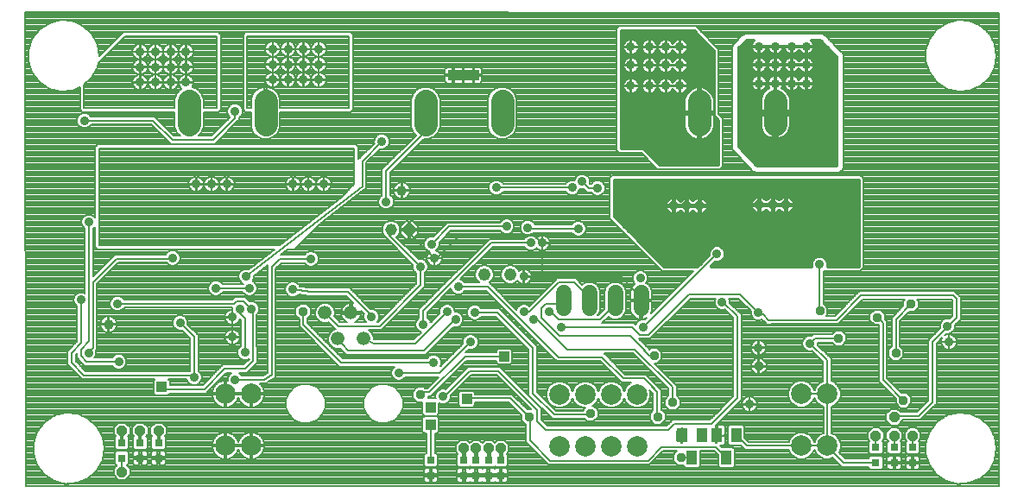
<source format=gbr>
G75*
G70*
%OFA0B0*%
%FSLAX24Y24*%
%IPPOS*%
%LPD*%
%AMOC8*
5,1,8,0,0,1.08239X$1,22.5*
%
%ADD10C,0.0525*%
%ADD11C,0.0787*%
%ADD12C,0.0480*%
%ADD13C,0.0600*%
%ADD14OC8,0.0460*%
%ADD15C,0.0460*%
%ADD16C,0.0886*%
%ADD17R,0.0394X0.0551*%
%ADD18R,0.0315X0.0315*%
%ADD19R,0.0394X0.0433*%
%ADD20C,0.0079*%
%ADD21C,0.0354*%
%ADD22OC8,0.0394*%
%ADD23OC8,0.0354*%
%ADD24C,0.0394*%
%ADD25R,0.0394X0.0394*%
%ADD26C,0.0120*%
%ADD27C,0.0100*%
%ADD28C,0.0160*%
%ADD29C,0.0118*%
D10*
X015840Y007914D03*
X016840Y007914D03*
X016340Y008914D03*
X015340Y008914D03*
D11*
X012488Y005784D03*
X011488Y005784D03*
X011488Y003788D03*
X012488Y003788D03*
X024391Y003766D03*
X025391Y003766D03*
X026391Y003766D03*
X027391Y003766D03*
X027391Y005763D03*
X026391Y005763D03*
X025391Y005763D03*
X024391Y005763D03*
X033738Y005784D03*
X034738Y005784D03*
X034738Y003788D03*
X033738Y003788D03*
D12*
X022496Y010387D03*
X021496Y010387D03*
D13*
X024547Y009690D02*
X024547Y009090D01*
X025547Y009090D02*
X025547Y009690D01*
X026547Y009690D02*
X026547Y009090D01*
X027547Y009090D02*
X027547Y009690D01*
D14*
X018592Y012121D03*
D15*
X017892Y012121D03*
D16*
X019226Y016194D02*
X019226Y017079D01*
X022179Y017079D02*
X022179Y016194D01*
X029777Y016194D02*
X029777Y017079D01*
X032730Y017079D02*
X032730Y016194D01*
X013045Y016194D02*
X013045Y017079D01*
X010092Y017079D02*
X010092Y016194D01*
D17*
X029128Y004196D03*
X029876Y004196D03*
X030466Y004196D03*
X031214Y004196D03*
X030840Y003329D03*
X029502Y003329D03*
D18*
X036608Y003133D03*
X037317Y003133D03*
X038025Y003133D03*
X038025Y003723D03*
X037317Y003723D03*
X036608Y003723D03*
X022120Y003231D03*
X021647Y003231D03*
X021175Y003231D03*
X020703Y003231D03*
X020703Y002640D03*
X021175Y002640D03*
X021647Y002640D03*
X022120Y002640D03*
X019423Y002640D03*
X019423Y003231D03*
X008911Y003310D03*
X008203Y003310D03*
X007494Y003310D03*
X007494Y003900D03*
X008203Y003900D03*
X008911Y003900D03*
D19*
X019423Y004609D03*
X019423Y005278D03*
D20*
X003793Y002227D02*
X041352Y002227D01*
X041352Y020495D01*
X003773Y020514D01*
X003793Y002227D01*
X003793Y002234D02*
X041352Y002234D01*
X041352Y002312D02*
X039818Y002312D01*
X039781Y002309D02*
X040234Y002346D01*
X040650Y002529D01*
X040984Y002836D01*
X040984Y002836D01*
X041200Y003236D01*
X041275Y003684D01*
X041200Y004132D01*
X040984Y004531D01*
X040650Y004839D01*
X040234Y005021D01*
X039781Y005059D01*
X039341Y004947D01*
X038961Y004699D01*
X038961Y004699D01*
X038682Y004340D01*
X038534Y003911D01*
X038534Y003457D01*
X038682Y003027D01*
X038961Y002669D01*
X038961Y002669D01*
X039341Y002420D01*
X039341Y002420D01*
X039781Y002309D01*
X039781Y002309D01*
X039770Y002312D02*
X005369Y002312D01*
X005333Y002309D02*
X005785Y002346D01*
X005785Y002346D01*
X006201Y002529D01*
X006201Y002529D01*
X006535Y002836D01*
X006752Y003236D01*
X006826Y003684D01*
X006752Y004132D01*
X006535Y004531D01*
X006201Y004839D01*
X005785Y005021D01*
X005333Y005059D01*
X005333Y005059D01*
X004892Y004947D01*
X004512Y004699D01*
X004512Y004699D01*
X004233Y004340D01*
X004086Y003911D01*
X004086Y003911D01*
X004086Y003457D01*
X004233Y003027D01*
X004512Y002669D01*
X004512Y002669D01*
X004892Y002420D01*
X004892Y002420D01*
X005333Y002309D01*
X005333Y002309D01*
X005321Y002312D02*
X003793Y002312D01*
X003793Y002389D02*
X005016Y002389D01*
X004822Y002466D02*
X003793Y002466D01*
X003793Y002544D02*
X004704Y002544D01*
X004585Y002621D02*
X003792Y002621D01*
X003792Y002698D02*
X004489Y002698D01*
X004512Y002669D02*
X004512Y002669D01*
X004429Y002775D02*
X003792Y002775D01*
X003792Y002853D02*
X004369Y002853D01*
X004309Y002930D02*
X003792Y002930D01*
X003792Y003007D02*
X004249Y003007D01*
X004233Y003027D02*
X004233Y003027D01*
X004213Y003085D02*
X003792Y003085D01*
X003792Y003162D02*
X004187Y003162D01*
X004160Y003239D02*
X003792Y003239D01*
X003792Y003316D02*
X004134Y003316D01*
X004107Y003394D02*
X003792Y003394D01*
X003792Y003471D02*
X004086Y003471D01*
X004086Y003457D02*
X004086Y003457D01*
X004086Y003548D02*
X003791Y003548D01*
X003791Y003626D02*
X004086Y003626D01*
X004086Y003703D02*
X003791Y003703D01*
X003791Y003780D02*
X004086Y003780D01*
X004086Y003857D02*
X003791Y003857D01*
X003791Y003935D02*
X004094Y003935D01*
X004120Y004012D02*
X003791Y004012D01*
X003791Y004089D02*
X004147Y004089D01*
X004173Y004166D02*
X003791Y004166D01*
X003791Y004244D02*
X004200Y004244D01*
X004226Y004321D02*
X003791Y004321D01*
X003791Y004398D02*
X004278Y004398D01*
X004338Y004476D02*
X003791Y004476D01*
X003790Y004553D02*
X004399Y004553D01*
X004459Y004630D02*
X003790Y004630D01*
X003790Y004707D02*
X004525Y004707D01*
X004644Y004785D02*
X003790Y004785D01*
X003790Y004862D02*
X004762Y004862D01*
X004880Y004939D02*
X003790Y004939D01*
X003790Y005017D02*
X005166Y005017D01*
X005785Y005021D02*
X005785Y005021D01*
X005796Y005017D02*
X013934Y005017D01*
X013948Y004985D02*
X014161Y004771D01*
X014439Y004656D01*
X014741Y004656D01*
X015020Y004771D01*
X015233Y004985D01*
X015348Y005263D01*
X015348Y005565D01*
X015233Y005844D01*
X015020Y006057D01*
X014741Y006172D01*
X014439Y006172D01*
X014161Y006057D01*
X013948Y005844D01*
X013832Y005565D01*
X013832Y005263D01*
X013948Y004985D01*
X013993Y004939D02*
X005972Y004939D01*
X006148Y004862D02*
X014070Y004862D01*
X014147Y004785D02*
X006260Y004785D01*
X006201Y004839D02*
X006201Y004839D01*
X006344Y004707D02*
X014315Y004707D01*
X013902Y005094D02*
X003790Y005094D01*
X003790Y005171D02*
X013870Y005171D01*
X013838Y005248D02*
X003790Y005248D01*
X003790Y005326D02*
X011257Y005326D01*
X011198Y005350D02*
X011386Y005272D01*
X011449Y005272D01*
X011449Y005745D01*
X011527Y005745D01*
X011527Y005272D01*
X011590Y005272D01*
X011778Y005350D01*
X011922Y005494D01*
X011988Y005654D01*
X012054Y005494D01*
X012198Y005350D01*
X012386Y005272D01*
X012449Y005272D01*
X012449Y005745D01*
X012527Y005745D01*
X012527Y005272D01*
X012590Y005272D01*
X012778Y005350D01*
X012922Y005494D01*
X013000Y005682D01*
X013000Y005745D01*
X012527Y005745D01*
X012527Y005823D01*
X013000Y005823D01*
X013000Y005886D01*
X012922Y006074D01*
X012812Y006184D01*
X012989Y006184D01*
X013036Y006174D01*
X013052Y006184D01*
X013071Y006184D01*
X013105Y006218D01*
X013327Y006361D01*
X013346Y006361D01*
X013381Y006395D01*
X013421Y006421D01*
X013425Y006440D01*
X013439Y006453D01*
X013439Y006501D01*
X013449Y006549D01*
X013439Y006565D01*
X013439Y010626D01*
X013654Y010841D01*
X014547Y010841D01*
X014551Y010831D01*
X014634Y010748D01*
X014742Y010703D01*
X014860Y010703D01*
X014968Y010748D01*
X015051Y010831D01*
X015096Y010940D01*
X015096Y011057D01*
X015051Y011166D01*
X014968Y011249D01*
X014860Y011294D01*
X014742Y011294D01*
X014634Y011249D01*
X014551Y011166D01*
X014547Y011156D01*
X013654Y011156D01*
X013633Y011156D01*
X013895Y011361D01*
X014173Y011361D01*
X014265Y011453D01*
X015161Y012349D01*
X016831Y013652D01*
X016843Y013652D01*
X016882Y013691D01*
X016926Y013726D01*
X016927Y013737D01*
X016935Y013745D01*
X016935Y013800D01*
X016942Y013855D01*
X016935Y013864D01*
X016935Y014713D01*
X017465Y015243D01*
X017474Y015239D01*
X017592Y015239D01*
X017700Y015284D01*
X017784Y015367D01*
X017828Y015475D01*
X017828Y015593D01*
X017784Y015701D01*
X017700Y015784D01*
X017592Y015829D01*
X017474Y015829D01*
X017366Y015784D01*
X017283Y015701D01*
X017238Y015593D01*
X017238Y015475D01*
X017242Y015466D01*
X016628Y014851D01*
X016628Y015324D01*
X016535Y015416D01*
X016405Y015416D01*
X006693Y015416D01*
X006562Y015416D01*
X006470Y015324D01*
X006470Y012589D01*
X006393Y012666D01*
X006285Y012711D01*
X006167Y012711D01*
X006059Y012666D01*
X005976Y012583D01*
X005931Y012475D01*
X005931Y012357D01*
X005976Y012249D01*
X006059Y012166D01*
X006069Y012162D01*
X006069Y009677D01*
X005986Y009711D01*
X005868Y009711D01*
X005760Y009666D01*
X005677Y009583D01*
X005632Y009475D01*
X005632Y009357D01*
X005677Y009249D01*
X005760Y009166D01*
X005769Y009162D01*
X005769Y007812D01*
X005492Y007534D01*
X005399Y007442D01*
X005399Y007048D01*
X005399Y006918D01*
X005880Y006437D01*
X005972Y006345D01*
X008768Y006345D01*
X008714Y006292D01*
X008714Y005800D01*
X008784Y005731D01*
X009275Y005731D01*
X009344Y005800D01*
X009344Y005810D01*
X010748Y005810D01*
X010840Y005902D01*
X011535Y006597D01*
X011728Y006597D01*
X011705Y006588D01*
X011621Y006505D01*
X011577Y006396D01*
X011577Y006296D01*
X011527Y006296D01*
X011527Y005824D01*
X011449Y005824D01*
X011449Y006296D01*
X011386Y006296D01*
X011198Y006218D01*
X011054Y006074D01*
X010976Y005886D01*
X010976Y005823D01*
X011448Y005823D01*
X011448Y005745D01*
X010976Y005745D01*
X010976Y005682D01*
X011054Y005494D01*
X011198Y005350D01*
X011145Y005403D02*
X003790Y005403D01*
X003789Y005480D02*
X011068Y005480D01*
X011028Y005558D02*
X003789Y005558D01*
X003789Y005635D02*
X010996Y005635D01*
X010976Y005712D02*
X003789Y005712D01*
X003789Y005789D02*
X008725Y005789D01*
X008714Y005867D02*
X003789Y005867D01*
X003789Y005944D02*
X008714Y005944D01*
X008714Y006021D02*
X003789Y006021D01*
X003789Y006099D02*
X008714Y006099D01*
X008714Y006176D02*
X003789Y006176D01*
X003789Y006253D02*
X008714Y006253D01*
X008753Y006330D02*
X003789Y006330D01*
X003788Y006408D02*
X005909Y006408D01*
X005832Y006485D02*
X003788Y006485D01*
X003788Y006562D02*
X005755Y006562D01*
X005678Y006640D02*
X003788Y006640D01*
X003788Y006717D02*
X005600Y006717D01*
X005523Y006794D02*
X003788Y006794D01*
X003788Y006871D02*
X005446Y006871D01*
X005399Y006949D02*
X003788Y006949D01*
X003788Y007026D02*
X005399Y007026D01*
X005399Y007103D02*
X003788Y007103D01*
X003788Y007181D02*
X005399Y007181D01*
X005399Y007258D02*
X003788Y007258D01*
X003787Y007335D02*
X005399Y007335D01*
X005399Y007412D02*
X003787Y007412D01*
X003787Y007490D02*
X005447Y007490D01*
X005524Y007567D02*
X003787Y007567D01*
X003787Y007644D02*
X005602Y007644D01*
X005679Y007722D02*
X003787Y007722D01*
X003787Y007799D02*
X005756Y007799D01*
X005769Y007876D02*
X003787Y007876D01*
X003787Y007953D02*
X005769Y007953D01*
X005769Y008031D02*
X003787Y008031D01*
X003787Y008108D02*
X005769Y008108D01*
X005769Y008185D02*
X003787Y008185D01*
X003786Y008263D02*
X005769Y008263D01*
X005769Y008340D02*
X003786Y008340D01*
X003786Y008417D02*
X005769Y008417D01*
X005769Y008494D02*
X003786Y008494D01*
X003786Y008572D02*
X005769Y008572D01*
X005769Y008649D02*
X003786Y008649D01*
X003786Y008726D02*
X005769Y008726D01*
X005769Y008804D02*
X003786Y008804D01*
X003786Y008881D02*
X005769Y008881D01*
X005769Y008958D02*
X003786Y008958D01*
X003786Y009035D02*
X005769Y009035D01*
X005769Y009113D02*
X003786Y009113D01*
X003786Y009190D02*
X005735Y009190D01*
X005669Y009267D02*
X003785Y009267D01*
X003785Y009344D02*
X005637Y009344D01*
X005632Y009422D02*
X003785Y009422D01*
X003785Y009499D02*
X005642Y009499D01*
X005674Y009576D02*
X003785Y009576D01*
X003785Y009654D02*
X005747Y009654D01*
X005927Y009416D02*
X005927Y007747D01*
X005557Y007377D01*
X005557Y006983D01*
X006037Y006503D01*
X010116Y006503D01*
X010289Y006424D01*
X010289Y007991D01*
X009746Y008534D01*
X010018Y008649D02*
X011482Y008649D01*
X011466Y008688D02*
X011511Y008579D01*
X011594Y008496D01*
X011703Y008451D01*
X011752Y008451D01*
X011752Y008737D01*
X011771Y008737D01*
X011771Y008451D01*
X011820Y008451D01*
X011929Y008496D01*
X012012Y008579D01*
X012047Y008664D01*
X012092Y008619D01*
X012092Y007639D01*
X012082Y007635D01*
X011999Y007552D01*
X011954Y007443D01*
X011954Y007326D01*
X011999Y007217D01*
X012082Y007134D01*
X012191Y007089D01*
X012309Y007089D01*
X012413Y007133D01*
X012192Y006912D01*
X011535Y006912D01*
X011405Y006912D01*
X010618Y006125D01*
X009344Y006125D01*
X009344Y006292D01*
X009291Y006345D01*
X010002Y006345D01*
X010039Y006257D01*
X010122Y006174D01*
X010230Y006129D01*
X010348Y006129D01*
X010456Y006174D01*
X010539Y006257D01*
X010584Y006365D01*
X010584Y006483D01*
X010539Y006591D01*
X010456Y006674D01*
X010447Y006678D01*
X010447Y007926D01*
X010447Y008056D01*
X010037Y008466D01*
X010041Y008475D01*
X010041Y008593D01*
X009996Y008701D01*
X009913Y008784D01*
X009805Y008829D01*
X009687Y008829D01*
X009579Y008784D01*
X009496Y008701D01*
X009451Y008593D01*
X009451Y008475D01*
X009496Y008367D01*
X009579Y008284D01*
X009687Y008239D01*
X009805Y008239D01*
X009814Y008243D01*
X010132Y007926D01*
X010132Y006678D01*
X010122Y006674D01*
X010120Y006672D01*
X010087Y006660D01*
X006102Y006660D01*
X005714Y007048D01*
X005714Y007311D01*
X005754Y007351D01*
X005754Y007316D01*
X005754Y007185D01*
X005974Y006965D01*
X006066Y006873D01*
X007121Y006873D01*
X007125Y006863D01*
X007208Y006780D01*
X007317Y006735D01*
X007434Y006735D01*
X007543Y006780D01*
X007626Y006863D01*
X007671Y006971D01*
X007671Y007089D01*
X007626Y007197D01*
X007543Y007281D01*
X007434Y007325D01*
X007317Y007325D01*
X007208Y007281D01*
X007125Y007197D01*
X007121Y007188D01*
X006439Y007188D01*
X006461Y007209D01*
X006506Y007318D01*
X006506Y007435D01*
X006502Y007445D01*
X006541Y007485D01*
X006541Y010028D01*
X007362Y010849D01*
X009210Y010849D01*
X009279Y010780D01*
X009388Y010735D01*
X009505Y010735D01*
X009614Y010780D01*
X009697Y010863D01*
X009742Y010971D01*
X009742Y011089D01*
X009697Y011197D01*
X009614Y011281D01*
X009505Y011325D01*
X009388Y011325D01*
X009279Y011281D01*
X009196Y011197D01*
X009182Y011164D01*
X007232Y011164D01*
X007140Y011072D01*
X006384Y010316D01*
X006384Y012162D01*
X006393Y012166D01*
X006470Y012243D01*
X006470Y011453D01*
X006562Y011361D01*
X006693Y011361D01*
X013383Y011361D01*
X012397Y010592D01*
X012356Y010609D01*
X012238Y010609D01*
X012130Y010564D01*
X012047Y010481D01*
X012002Y010372D01*
X012002Y010255D01*
X012047Y010146D01*
X012130Y010063D01*
X012177Y010044D01*
X012173Y010040D01*
X011382Y010040D01*
X011299Y010123D01*
X011190Y010168D01*
X011073Y010168D01*
X010964Y010123D01*
X010881Y010040D01*
X010836Y009931D01*
X010836Y009814D01*
X010881Y009705D01*
X010964Y009622D01*
X011073Y009577D01*
X011190Y009577D01*
X011299Y009622D01*
X011382Y009705D01*
X011386Y009715D01*
X012169Y009715D01*
X012173Y009705D01*
X012256Y009622D01*
X012364Y009577D01*
X012482Y009577D01*
X012590Y009622D01*
X012673Y009705D01*
X012718Y009814D01*
X012718Y009931D01*
X012673Y010040D01*
X013124Y010040D01*
X013124Y009963D02*
X012705Y009963D01*
X012718Y009885D02*
X013124Y009885D01*
X013124Y009808D02*
X012716Y009808D01*
X012684Y009731D02*
X013124Y009731D01*
X013124Y009654D02*
X012621Y009654D01*
X012423Y009873D02*
X011132Y009873D01*
X011330Y009654D02*
X012225Y009654D01*
X012244Y009534D02*
X012114Y009534D01*
X011862Y009534D01*
X011769Y009442D01*
X011759Y009432D01*
X007583Y009432D01*
X007579Y009442D01*
X007496Y009525D01*
X007387Y009570D01*
X007270Y009570D01*
X007161Y009525D01*
X007078Y009442D01*
X007033Y009333D01*
X007033Y009216D01*
X007078Y009107D01*
X007161Y009024D01*
X007270Y008979D01*
X007387Y008979D01*
X007496Y009024D01*
X007579Y009107D01*
X007583Y009117D01*
X011758Y009117D01*
X011758Y009019D01*
X011771Y008985D01*
X011771Y008757D01*
X011752Y008757D01*
X011752Y009042D01*
X011703Y009042D01*
X011594Y008997D01*
X011511Y008914D01*
X011466Y008806D01*
X011466Y008757D01*
X011751Y008757D01*
X011751Y008737D01*
X011466Y008737D01*
X011466Y008688D01*
X011466Y008726D02*
X009971Y008726D01*
X009867Y008804D02*
X011466Y008804D01*
X011498Y008881D02*
X006541Y008881D01*
X006541Y008958D02*
X011555Y008958D01*
X011687Y009035D02*
X007507Y009035D01*
X007581Y009113D02*
X011758Y009113D01*
X011752Y009035D02*
X011758Y009035D01*
X011752Y008958D02*
X011771Y008958D01*
X011771Y008881D02*
X011752Y008881D01*
X011752Y008804D02*
X011771Y008804D01*
X011762Y008747D02*
X011762Y007983D01*
X011772Y007993D02*
X012057Y007993D01*
X012057Y008042D01*
X012012Y008150D01*
X011929Y008233D01*
X011820Y008278D01*
X011771Y008278D01*
X011771Y007993D01*
X011752Y007993D01*
X011752Y008278D01*
X011703Y008278D01*
X011594Y008233D01*
X011511Y008150D01*
X011466Y008042D01*
X011466Y007993D01*
X011751Y007993D01*
X011751Y007973D01*
X011466Y007973D01*
X011466Y007924D01*
X011511Y007816D01*
X011594Y007733D01*
X011703Y007688D01*
X011752Y007688D01*
X011752Y007973D01*
X011771Y007973D01*
X011771Y007688D01*
X011820Y007688D01*
X011929Y007733D01*
X012012Y007816D01*
X012057Y007924D01*
X012057Y007973D01*
X011772Y007973D01*
X011772Y007993D01*
X011771Y008031D02*
X011752Y008031D01*
X011752Y008108D02*
X011771Y008108D01*
X011771Y008185D02*
X011752Y008185D01*
X011752Y008263D02*
X011771Y008263D01*
X011858Y008263D02*
X012092Y008263D01*
X012092Y008340D02*
X010163Y008340D01*
X010086Y008417D02*
X012092Y008417D01*
X012092Y008494D02*
X011924Y008494D01*
X012004Y008572D02*
X012092Y008572D01*
X012062Y008649D02*
X012041Y008649D01*
X012250Y008684D02*
X012053Y008881D01*
X012053Y009077D01*
X011825Y009274D02*
X011927Y009377D01*
X012179Y009377D01*
X012360Y009196D01*
X012494Y009077D01*
X012549Y009022D01*
X012549Y007566D01*
X012573Y007542D01*
X012573Y007070D01*
X012258Y006755D01*
X011470Y006755D01*
X010683Y005967D01*
X009187Y005967D01*
X009029Y006046D01*
X009344Y006176D02*
X010120Y006176D01*
X010042Y006253D02*
X009344Y006253D01*
X009306Y006330D02*
X010008Y006330D01*
X010132Y006717D02*
X006046Y006717D01*
X005968Y006794D02*
X007194Y006794D01*
X007122Y006871D02*
X005891Y006871D01*
X005814Y006949D02*
X005990Y006949D01*
X005913Y007026D02*
X005736Y007026D01*
X005714Y007103D02*
X005836Y007103D01*
X005759Y007181D02*
X005714Y007181D01*
X005714Y007258D02*
X005754Y007258D01*
X005754Y007335D02*
X005738Y007335D01*
X005911Y007251D02*
X006132Y007030D01*
X007376Y007030D01*
X007671Y007026D02*
X010132Y007026D01*
X010132Y007103D02*
X007665Y007103D01*
X007633Y007181D02*
X010132Y007181D01*
X010132Y007258D02*
X007566Y007258D01*
X007662Y006949D02*
X010132Y006949D01*
X010132Y006871D02*
X007630Y006871D01*
X007557Y006794D02*
X010132Y006794D01*
X010447Y006794D02*
X011287Y006794D01*
X011210Y006717D02*
X010447Y006717D01*
X010491Y006640D02*
X011133Y006640D01*
X011055Y006562D02*
X010551Y006562D01*
X010583Y006485D02*
X010978Y006485D01*
X010901Y006408D02*
X010584Y006408D01*
X010570Y006330D02*
X010823Y006330D01*
X010746Y006253D02*
X010536Y006253D01*
X010459Y006176D02*
X010669Y006176D01*
X010882Y005944D02*
X011000Y005944D01*
X010976Y005867D02*
X010805Y005867D01*
X010840Y005902D02*
X010840Y005902D01*
X010960Y006021D02*
X011032Y006021D01*
X011037Y006099D02*
X011079Y006099D01*
X011114Y006176D02*
X011156Y006176D01*
X011191Y006253D02*
X011283Y006253D01*
X011269Y006330D02*
X011577Y006330D01*
X011581Y006408D02*
X011346Y006408D01*
X011423Y006485D02*
X011613Y006485D01*
X011679Y006562D02*
X011501Y006562D01*
X011364Y006871D02*
X010447Y006871D01*
X010447Y006949D02*
X012229Y006949D01*
X012306Y007026D02*
X010447Y007026D01*
X010447Y007103D02*
X012157Y007103D01*
X012036Y007181D02*
X010447Y007181D01*
X010447Y007258D02*
X011983Y007258D01*
X011954Y007335D02*
X010447Y007335D01*
X010447Y007412D02*
X011954Y007412D01*
X011974Y007490D02*
X010447Y007490D01*
X010447Y007567D02*
X012015Y007567D01*
X012092Y007644D02*
X010447Y007644D01*
X010447Y007722D02*
X011621Y007722D01*
X011528Y007799D02*
X010447Y007799D01*
X010447Y007876D02*
X011486Y007876D01*
X011466Y007953D02*
X010447Y007953D01*
X010447Y008031D02*
X011466Y008031D01*
X011494Y008108D02*
X010395Y008108D01*
X010317Y008185D02*
X011546Y008185D01*
X011665Y008263D02*
X010240Y008263D01*
X010041Y008494D02*
X011599Y008494D01*
X011519Y008572D02*
X010041Y008572D01*
X009625Y008804D02*
X006541Y008804D01*
X006541Y008726D02*
X006792Y008726D01*
X006804Y008738D02*
X006715Y008650D01*
X006667Y008534D01*
X006667Y008491D01*
X006962Y008491D01*
X006962Y008451D01*
X007002Y008451D01*
X007002Y008156D01*
X007045Y008156D01*
X007160Y008204D01*
X007249Y008293D01*
X007297Y008409D01*
X007297Y008451D01*
X007002Y008451D01*
X007002Y008491D01*
X007297Y008491D01*
X007297Y008534D01*
X007249Y008650D01*
X007160Y008738D01*
X007045Y008786D01*
X007002Y008786D01*
X007002Y008491D01*
X006962Y008491D01*
X006962Y008786D01*
X006919Y008786D01*
X006804Y008738D01*
X006715Y008649D02*
X006541Y008649D01*
X006541Y008572D02*
X006683Y008572D01*
X006667Y008494D02*
X006541Y008494D01*
X006541Y008417D02*
X006667Y008417D01*
X006667Y008409D02*
X006715Y008293D01*
X006804Y008204D01*
X006919Y008156D01*
X006962Y008156D01*
X006962Y008451D01*
X006667Y008451D01*
X006667Y008409D01*
X006696Y008340D02*
X006541Y008340D01*
X006541Y008263D02*
X006745Y008263D01*
X006849Y008185D02*
X006541Y008185D01*
X006541Y008108D02*
X009949Y008108D01*
X009872Y008185D02*
X007115Y008185D01*
X007002Y008185D02*
X006962Y008185D01*
X006962Y008263D02*
X007002Y008263D01*
X007002Y008340D02*
X006962Y008340D01*
X006962Y008417D02*
X007002Y008417D01*
X007021Y008471D02*
X007029Y008479D01*
X007021Y008471D02*
X006982Y008471D01*
X006962Y008494D02*
X007002Y008494D01*
X007002Y008572D02*
X006962Y008572D01*
X006962Y008649D02*
X007002Y008649D01*
X007002Y008726D02*
X006962Y008726D01*
X007172Y008726D02*
X009520Y008726D01*
X009474Y008649D02*
X007249Y008649D01*
X007281Y008572D02*
X009451Y008572D01*
X009451Y008494D02*
X007297Y008494D01*
X007297Y008417D02*
X009475Y008417D01*
X009523Y008340D02*
X007269Y008340D01*
X007219Y008263D02*
X009630Y008263D01*
X010027Y008031D02*
X006541Y008031D01*
X006541Y007953D02*
X010104Y007953D01*
X010132Y007876D02*
X006541Y007876D01*
X006541Y007799D02*
X010132Y007799D01*
X010132Y007722D02*
X006541Y007722D01*
X006541Y007644D02*
X010132Y007644D01*
X010132Y007567D02*
X006541Y007567D01*
X006541Y007490D02*
X010132Y007490D01*
X010132Y007412D02*
X006506Y007412D01*
X006506Y007335D02*
X010132Y007335D01*
X011752Y007722D02*
X011771Y007722D01*
X011771Y007799D02*
X011752Y007799D01*
X011752Y007876D02*
X011771Y007876D01*
X011771Y007953D02*
X011752Y007953D01*
X011902Y007722D02*
X012092Y007722D01*
X012092Y007799D02*
X011995Y007799D01*
X012037Y007876D02*
X012092Y007876D01*
X012092Y007953D02*
X012057Y007953D01*
X012057Y008031D02*
X012092Y008031D01*
X012092Y008108D02*
X012029Y008108D01*
X011977Y008185D02*
X012092Y008185D01*
X011771Y008494D02*
X011752Y008494D01*
X011752Y008572D02*
X011771Y008572D01*
X011771Y008649D02*
X011752Y008649D01*
X011752Y008726D02*
X011771Y008726D01*
X012250Y008684D02*
X012250Y007385D01*
X012342Y007103D02*
X012384Y007103D01*
X012597Y006871D02*
X013124Y006871D01*
X013124Y006794D02*
X012520Y006794D01*
X012443Y006717D02*
X013124Y006717D01*
X013124Y006640D02*
X012365Y006640D01*
X012323Y006597D02*
X012730Y007004D01*
X012730Y007135D01*
X012730Y007607D01*
X012706Y007631D01*
X012706Y008872D01*
X012744Y008910D01*
X012789Y009019D01*
X012789Y009136D01*
X012744Y009245D01*
X012661Y009328D01*
X012553Y009373D01*
X012435Y009373D01*
X012414Y009364D01*
X012244Y009534D01*
X012279Y009499D02*
X013124Y009499D01*
X013124Y009422D02*
X012356Y009422D01*
X012621Y009344D02*
X013124Y009344D01*
X013124Y009267D02*
X012722Y009267D01*
X012767Y009190D02*
X013124Y009190D01*
X013124Y009113D02*
X012789Y009113D01*
X012789Y009035D02*
X013124Y009035D01*
X013124Y008958D02*
X012764Y008958D01*
X012715Y008881D02*
X013124Y008881D01*
X013124Y008804D02*
X012706Y008804D01*
X012706Y008726D02*
X013124Y008726D01*
X013124Y008649D02*
X012706Y008649D01*
X012706Y008572D02*
X013124Y008572D01*
X013124Y008494D02*
X012706Y008494D01*
X012706Y008417D02*
X013124Y008417D01*
X013124Y008340D02*
X012706Y008340D01*
X012706Y008263D02*
X013124Y008263D01*
X013124Y008185D02*
X012706Y008185D01*
X012706Y008108D02*
X013124Y008108D01*
X013124Y008031D02*
X012706Y008031D01*
X012706Y007953D02*
X013124Y007953D01*
X013124Y007876D02*
X012706Y007876D01*
X012706Y007799D02*
X013124Y007799D01*
X013124Y007722D02*
X012706Y007722D01*
X012706Y007644D02*
X013124Y007644D01*
X013124Y007567D02*
X012730Y007567D01*
X012730Y007490D02*
X013124Y007490D01*
X013124Y007412D02*
X012730Y007412D01*
X012730Y007335D02*
X013124Y007335D01*
X013124Y007258D02*
X012730Y007258D01*
X012730Y007181D02*
X013124Y007181D01*
X013124Y007103D02*
X012730Y007103D01*
X012730Y007026D02*
X013124Y007026D01*
X013124Y006949D02*
X012674Y006949D01*
X013439Y006949D02*
X015778Y006949D01*
X015801Y006926D02*
X015893Y006833D01*
X018013Y006833D01*
X017944Y006764D01*
X017899Y006656D01*
X017899Y006538D01*
X017944Y006430D01*
X018027Y006347D01*
X018136Y006302D01*
X018253Y006302D01*
X018362Y006347D01*
X018445Y006430D01*
X018449Y006440D01*
X019732Y006440D01*
X019299Y006007D01*
X019193Y006007D01*
X019191Y006007D01*
X019152Y006046D01*
X018907Y006046D01*
X018734Y005873D01*
X018734Y005628D01*
X018907Y005455D01*
X019108Y005455D01*
X019108Y005013D01*
X019177Y004944D01*
X019669Y004944D01*
X019738Y005013D01*
X019738Y005433D01*
X019845Y005389D01*
X019962Y005389D01*
X020071Y005433D01*
X020154Y005516D01*
X020199Y005625D01*
X020199Y005733D01*
X020984Y006518D01*
X021956Y006518D01*
X023295Y005180D01*
X023150Y005180D01*
X022559Y005770D01*
X022429Y005770D01*
X021136Y005770D01*
X021136Y005839D01*
X021066Y005908D01*
X020575Y005908D01*
X020506Y005839D01*
X020506Y005347D01*
X020575Y005278D01*
X021066Y005278D01*
X021136Y005347D01*
X021136Y005455D01*
X022429Y005455D01*
X022927Y004957D01*
X022927Y004762D01*
X023084Y004605D01*
X023084Y003914D01*
X023177Y003822D01*
X023944Y003054D01*
X024075Y003054D01*
X027874Y003054D01*
X027966Y003146D01*
X028406Y003585D01*
X028927Y003585D01*
X028793Y003452D01*
X028793Y003207D01*
X028966Y003034D01*
X029187Y003034D01*
X029187Y003005D01*
X029256Y002936D01*
X029747Y002936D01*
X029817Y003005D01*
X029817Y003585D01*
X030362Y003585D01*
X030525Y003422D01*
X030525Y003005D01*
X030595Y002936D01*
X031086Y002936D01*
X031155Y003005D01*
X031155Y003654D01*
X031086Y003723D01*
X030669Y003723D01*
X030590Y003802D01*
X030712Y003802D01*
X030781Y003871D01*
X030781Y004156D01*
X030506Y004156D01*
X030506Y004176D01*
X030762Y004176D01*
X030762Y004235D01*
X030781Y004235D01*
X030781Y004520D01*
X030712Y004589D01*
X030506Y004589D01*
X030506Y004471D01*
X030466Y004471D01*
X030466Y004235D01*
X030427Y004235D01*
X030427Y004564D01*
X030978Y005115D01*
X030978Y005134D01*
X031319Y005475D01*
X031411Y005567D01*
X031411Y008717D01*
X031411Y008847D01*
X030966Y009292D01*
X030966Y009388D01*
X030932Y009471D01*
X031102Y009471D01*
X031307Y009471D01*
X031781Y008996D01*
X031777Y008987D01*
X031777Y008869D01*
X031822Y008761D01*
X031905Y008678D01*
X032014Y008633D01*
X032131Y008633D01*
X032208Y008664D01*
X032315Y008558D01*
X032407Y008465D01*
X032537Y008465D01*
X032559Y008487D01*
X035157Y008487D01*
X035250Y008579D01*
X036102Y009432D01*
X037726Y009432D01*
X037671Y009377D01*
X037671Y009182D01*
X037218Y008729D01*
X037218Y008599D01*
X037218Y007625D01*
X037080Y007487D01*
X037080Y007243D01*
X037253Y007070D01*
X037498Y007070D01*
X037671Y007243D01*
X037671Y007487D01*
X037533Y007625D01*
X037533Y008599D01*
X037894Y008959D01*
X038089Y008959D01*
X038262Y009132D01*
X038262Y009377D01*
X038207Y009432D01*
X039515Y009432D01*
X039561Y009386D01*
X039561Y008788D01*
X039457Y008685D01*
X039431Y008696D01*
X039313Y008696D01*
X039205Y008651D01*
X039121Y008568D01*
X039077Y008459D01*
X039077Y008342D01*
X039088Y008315D01*
X038636Y007863D01*
X038636Y007733D01*
X038636Y005540D01*
X038196Y005101D01*
X037546Y005101D01*
X037447Y005199D01*
X037186Y005199D01*
X037002Y005015D01*
X037002Y004754D01*
X037186Y004570D01*
X037447Y004570D01*
X037632Y004754D01*
X037632Y004786D01*
X038196Y004786D01*
X038327Y004786D01*
X038858Y005318D01*
X038951Y005410D01*
X038951Y007733D01*
X039175Y007957D01*
X039132Y007853D01*
X039132Y007804D01*
X039417Y007804D01*
X039417Y008089D01*
X039368Y008089D01*
X039264Y008046D01*
X039323Y008105D01*
X039431Y008105D01*
X039539Y008150D01*
X039622Y008233D01*
X039667Y008342D01*
X039667Y008449D01*
X039783Y008566D01*
X039876Y008658D01*
X039876Y009386D01*
X039876Y009517D01*
X039738Y009654D01*
X039646Y009747D01*
X036102Y009747D01*
X035972Y009747D01*
X035027Y008802D01*
X034683Y008802D01*
X034738Y008857D01*
X034738Y009101D01*
X034580Y009259D01*
X034580Y010533D01*
X035837Y010533D01*
X036001Y010533D01*
X036117Y010649D01*
X036117Y013956D01*
X036117Y014120D01*
X036001Y014236D01*
X026428Y014236D01*
X026311Y014120D01*
X026311Y013956D01*
X026311Y012742D01*
X026311Y012578D01*
X028241Y010649D01*
X028357Y010533D01*
X029561Y010533D01*
X027915Y008887D01*
X027965Y009007D01*
X027965Y009351D01*
X027587Y009351D01*
X027587Y009430D01*
X027965Y009430D01*
X027965Y009774D01*
X027901Y009927D01*
X027784Y010045D01*
X027740Y010063D01*
X027760Y010083D01*
X027805Y010192D01*
X027805Y010309D01*
X027760Y010418D01*
X027677Y010501D01*
X027568Y010546D01*
X027451Y010546D01*
X027342Y010501D01*
X027259Y010418D01*
X027214Y010309D01*
X027214Y010192D01*
X027259Y010083D01*
X027304Y010039D01*
X027193Y009927D01*
X027129Y009774D01*
X027129Y009430D01*
X027507Y009430D01*
X027507Y009351D01*
X027129Y009351D01*
X027129Y009007D01*
X027193Y008854D01*
X027310Y008736D01*
X027464Y008672D01*
X027508Y008672D01*
X027508Y009351D01*
X027586Y009351D01*
X027586Y008672D01*
X027630Y008672D01*
X027751Y008722D01*
X027688Y008660D01*
X027679Y008664D01*
X027561Y008664D01*
X027453Y008619D01*
X027370Y008536D01*
X027332Y008446D01*
X027260Y008518D01*
X027129Y008518D01*
X026024Y008518D01*
X026276Y008771D01*
X026310Y008736D01*
X026464Y008672D01*
X026630Y008672D01*
X026784Y008736D01*
X026901Y008854D01*
X026965Y009007D01*
X026965Y009774D01*
X026901Y009927D01*
X026784Y010045D01*
X026630Y010109D01*
X026464Y010109D01*
X026310Y010045D01*
X026193Y009927D01*
X026129Y009774D01*
X026129Y009069D01*
X026129Y009069D01*
X025885Y008825D01*
X025873Y008825D01*
X025901Y008854D01*
X025965Y009007D01*
X025965Y009774D01*
X025901Y009927D01*
X025784Y010045D01*
X025630Y010109D01*
X025464Y010109D01*
X025310Y010045D01*
X025274Y010008D01*
X025016Y010266D01*
X024885Y010266D01*
X024303Y010266D01*
X024210Y010174D01*
X023213Y009177D01*
X023181Y009210D01*
X023072Y009255D01*
X022955Y009255D01*
X022846Y009210D01*
X022763Y009127D01*
X022728Y009042D01*
X021691Y010080D01*
X021699Y010083D01*
X021799Y010184D01*
X021854Y010315D01*
X021854Y010458D01*
X021799Y010589D01*
X021699Y010690D01*
X021567Y010745D01*
X021425Y010745D01*
X021293Y010690D01*
X021192Y010589D01*
X021138Y010458D01*
X021138Y010315D01*
X021192Y010184D01*
X021291Y010085D01*
X020740Y010085D01*
X020736Y010095D01*
X020653Y010178D01*
X020569Y010213D01*
X021811Y011455D01*
X023027Y011455D01*
X023031Y011446D01*
X023114Y011363D01*
X023222Y011318D01*
X023340Y011318D01*
X023449Y011363D01*
X023502Y011416D01*
X023555Y011363D01*
X023663Y011318D01*
X023712Y011318D01*
X023712Y011603D01*
X023732Y011603D01*
X023732Y011318D01*
X023781Y011318D01*
X023889Y011363D01*
X023972Y011446D01*
X024017Y011554D01*
X024017Y011603D01*
X023732Y011603D01*
X023732Y011623D01*
X023712Y011623D01*
X023712Y011908D01*
X023663Y011908D01*
X023555Y011863D01*
X023502Y011810D01*
X023449Y011863D01*
X023340Y011908D01*
X023222Y011908D01*
X023114Y011863D01*
X023031Y011780D01*
X023027Y011770D01*
X021681Y011770D01*
X021588Y011678D01*
X018974Y009064D01*
X018974Y008934D01*
X018974Y008718D01*
X018964Y008714D01*
X018881Y008631D01*
X018836Y008522D01*
X018836Y008405D01*
X018881Y008296D01*
X018964Y008213D01*
X019049Y008178D01*
X018751Y007881D01*
X017249Y007881D01*
X017221Y007895D01*
X017221Y007990D01*
X017163Y008130D01*
X017056Y008237D01*
X017022Y008251D01*
X017389Y008251D01*
X017520Y008251D01*
X019094Y009826D01*
X019187Y009918D01*
X019187Y010456D01*
X019189Y010457D01*
X019272Y010540D01*
X019317Y010649D01*
X019317Y010766D01*
X019272Y010875D01*
X019189Y010958D01*
X019080Y011003D01*
X018963Y011003D01*
X018953Y010999D01*
X018107Y011844D01*
X018187Y011924D01*
X018240Y012051D01*
X018240Y012190D01*
X018187Y012318D01*
X018089Y012416D01*
X017961Y012469D01*
X017823Y012469D01*
X017695Y012416D01*
X017597Y012318D01*
X017544Y012190D01*
X017544Y012051D01*
X017597Y011924D01*
X017683Y011838D01*
X017683Y011823D01*
X017717Y011789D01*
X017742Y011749D01*
X017761Y011745D01*
X018730Y010776D01*
X018726Y010766D01*
X018726Y010649D01*
X018771Y010540D01*
X018854Y010457D01*
X018872Y010450D01*
X018872Y010048D01*
X017389Y008566D01*
X017352Y008566D01*
X017382Y008595D01*
X017427Y008704D01*
X017427Y008821D01*
X017382Y008930D01*
X017299Y009013D01*
X017190Y009058D01*
X017106Y009058D01*
X016280Y009885D01*
X016149Y009885D01*
X014799Y009885D01*
X014361Y009942D01*
X014343Y009985D01*
X014260Y010068D01*
X014151Y010113D01*
X014034Y010113D01*
X013925Y010068D01*
X013842Y009985D01*
X013797Y009876D01*
X013797Y009759D01*
X013842Y009650D01*
X013925Y009567D01*
X014034Y009522D01*
X014151Y009522D01*
X014260Y009567D01*
X014321Y009629D01*
X014716Y009578D01*
X014724Y009570D01*
X014779Y009570D01*
X014834Y009563D01*
X014843Y009570D01*
X016149Y009570D01*
X016430Y009289D01*
X016416Y009295D01*
X016380Y009295D01*
X016380Y008954D01*
X016301Y008954D01*
X016301Y009295D01*
X016265Y009295D01*
X016125Y009237D01*
X016018Y009130D01*
X015960Y008990D01*
X015960Y008953D01*
X016301Y008953D01*
X016301Y008875D01*
X015960Y008875D01*
X015960Y008838D01*
X016018Y008698D01*
X016125Y008591D01*
X016187Y008566D01*
X015911Y008566D01*
X015697Y008780D01*
X015721Y008838D01*
X015721Y008990D01*
X015663Y009130D01*
X015556Y009237D01*
X015416Y009295D01*
X015265Y009295D01*
X015125Y009237D01*
X015018Y009130D01*
X014960Y008990D01*
X014960Y008838D01*
X015018Y008698D01*
X015125Y008591D01*
X015265Y008533D01*
X015416Y008533D01*
X015474Y008558D01*
X015689Y008343D01*
X015745Y008287D01*
X015625Y008237D01*
X015518Y008130D01*
X015460Y007990D01*
X015460Y007838D01*
X015518Y007698D01*
X015625Y007591D01*
X015765Y007533D01*
X015916Y007533D01*
X015941Y007544D01*
X016053Y007407D01*
X016053Y007398D01*
X016093Y007358D01*
X016130Y007313D01*
X016139Y007312D01*
X016145Y007306D01*
X016203Y007306D01*
X016260Y007300D01*
X016267Y007306D01*
X019082Y007306D01*
X019213Y007306D01*
X020285Y008378D01*
X020317Y008365D01*
X020434Y008365D01*
X020543Y008410D01*
X020626Y008493D01*
X020671Y008601D01*
X020671Y008719D01*
X020626Y008827D01*
X020543Y008910D01*
X020434Y008955D01*
X020348Y008955D01*
X020348Y009018D01*
X020303Y009127D01*
X020220Y009210D01*
X020112Y009255D01*
X019994Y009255D01*
X019886Y009210D01*
X019803Y009127D01*
X019758Y009018D01*
X019758Y008901D01*
X019762Y008891D01*
X019417Y008546D01*
X019382Y008631D01*
X019299Y008714D01*
X019289Y008718D01*
X019289Y008934D01*
X020201Y009845D01*
X020236Y009761D01*
X020319Y009678D01*
X020427Y009633D01*
X020545Y009633D01*
X020653Y009678D01*
X020736Y009761D01*
X020740Y009770D01*
X021555Y009770D01*
X024185Y007140D01*
X024277Y007048D01*
X024407Y007048D01*
X024409Y007050D01*
X025972Y007050D01*
X026706Y006315D01*
X026799Y006223D01*
X027166Y006223D01*
X027102Y006196D01*
X026958Y006052D01*
X026891Y005893D01*
X026825Y006052D01*
X026681Y006196D01*
X026493Y006274D01*
X026290Y006274D01*
X026102Y006196D01*
X025958Y006052D01*
X025891Y005893D01*
X025825Y006052D01*
X025681Y006196D01*
X025493Y006274D01*
X025290Y006274D01*
X025102Y006196D01*
X024958Y006052D01*
X024891Y005893D01*
X024825Y006052D01*
X024681Y006196D01*
X024493Y006274D01*
X024290Y006274D01*
X024102Y006196D01*
X023958Y006052D01*
X023880Y005864D01*
X023880Y005661D01*
X023958Y005473D01*
X024102Y005329D01*
X024290Y005251D01*
X024493Y005251D01*
X024681Y005329D01*
X024825Y005473D01*
X024891Y005632D01*
X024958Y005473D01*
X025102Y005329D01*
X025290Y005251D01*
X025395Y005251D01*
X025289Y005145D01*
X025289Y005140D01*
X024252Y005140D01*
X023523Y005869D01*
X023523Y007633D01*
X023431Y007725D01*
X022063Y009093D01*
X021933Y009093D01*
X021370Y009093D01*
X021366Y009103D01*
X021283Y009186D01*
X021175Y009231D01*
X021057Y009231D01*
X020949Y009186D01*
X020866Y009103D01*
X020821Y008994D01*
X020821Y008877D01*
X020866Y008768D01*
X020949Y008685D01*
X021057Y008640D01*
X021175Y008640D01*
X021283Y008685D01*
X021366Y008768D01*
X021370Y008778D01*
X021933Y008778D01*
X023203Y007508D01*
X023203Y007496D01*
X023208Y007491D01*
X023208Y005869D01*
X023208Y005739D01*
X024029Y004918D01*
X024122Y004826D01*
X025364Y004826D01*
X025462Y004727D01*
X025707Y004727D01*
X025880Y004900D01*
X025880Y005145D01*
X025707Y005318D01*
X025655Y005318D01*
X025681Y005329D01*
X025825Y005473D01*
X025891Y005632D01*
X025958Y005473D01*
X026102Y005329D01*
X026290Y005251D01*
X026493Y005251D01*
X026681Y005329D01*
X026825Y005473D01*
X026891Y005632D01*
X026958Y005473D01*
X027102Y005329D01*
X027290Y005251D01*
X027493Y005251D01*
X027681Y005329D01*
X027825Y005473D01*
X027903Y005661D01*
X027903Y005864D01*
X027874Y005936D01*
X028006Y005804D01*
X028006Y005145D01*
X027888Y005027D01*
X027888Y004782D01*
X028061Y004609D01*
X028305Y004609D01*
X028478Y004782D01*
X028478Y005027D01*
X028321Y005184D01*
X028321Y005934D01*
X028228Y006026D01*
X027717Y006538D01*
X027586Y006538D01*
X026929Y006538D01*
X026122Y007345D01*
X027232Y007345D01*
X028596Y005981D01*
X028596Y005715D01*
X028458Y005578D01*
X028458Y005333D01*
X028631Y005160D01*
X028876Y005160D01*
X029049Y005333D01*
X029049Y005578D01*
X028911Y005715D01*
X028911Y006111D01*
X028819Y006203D01*
X028051Y006971D01*
X028167Y006971D01*
X028340Y007144D01*
X028340Y007389D01*
X028167Y007562D01*
X027923Y007562D01*
X027859Y007498D01*
X027848Y007509D01*
X027848Y007529D01*
X027756Y007621D01*
X027464Y007912D01*
X027551Y007912D01*
X027759Y007912D01*
X027890Y007912D01*
X029449Y009471D01*
X030410Y009471D01*
X030376Y009388D01*
X030376Y009271D01*
X030421Y009162D01*
X030504Y009079D01*
X030612Y009034D01*
X030730Y009034D01*
X030765Y009049D01*
X031096Y008717D01*
X031096Y005698D01*
X030746Y005347D01*
X030746Y005347D01*
X030653Y005255D01*
X030624Y005225D01*
X030624Y005206D01*
X030204Y004786D01*
X028767Y004786D01*
X028675Y004694D01*
X028531Y004550D01*
X023937Y004550D01*
X023695Y004792D01*
X023695Y005225D01*
X023602Y005318D01*
X022087Y006833D01*
X021956Y006833D01*
X020984Y006833D01*
X020854Y006833D01*
X019989Y005968D01*
X019962Y005979D01*
X019845Y005979D01*
X019736Y005934D01*
X019653Y005851D01*
X019608Y005743D01*
X019608Y005625D01*
X019613Y005613D01*
X019309Y005613D01*
X019325Y005628D01*
X019325Y005692D01*
X019429Y005692D01*
X019521Y005784D01*
X020807Y007070D01*
X021943Y007070D01*
X021943Y006981D01*
X022012Y006912D01*
X022503Y006912D01*
X022573Y006981D01*
X022573Y007473D01*
X022503Y007542D01*
X022012Y007542D01*
X021943Y007473D01*
X021943Y007385D01*
X020807Y007385D01*
X020772Y007385D01*
X020890Y007503D01*
X020900Y007499D01*
X021017Y007499D01*
X021126Y007544D01*
X021209Y007627D01*
X021254Y007735D01*
X021254Y007853D01*
X021209Y007961D01*
X021126Y008044D01*
X021017Y008089D01*
X020900Y008089D01*
X020791Y008044D01*
X020708Y007961D01*
X020663Y007853D01*
X020663Y007735D01*
X020667Y007725D01*
X019791Y006849D01*
X019828Y006940D01*
X019828Y007057D01*
X019784Y007166D01*
X019700Y007249D01*
X019592Y007294D01*
X019474Y007294D01*
X019366Y007249D01*
X019283Y007166D01*
X019276Y007148D01*
X016024Y007148D01*
X014659Y008513D01*
X014659Y008699D01*
X014797Y008837D01*
X014797Y009082D01*
X014624Y009255D01*
X014379Y009255D01*
X014206Y009082D01*
X014206Y008837D01*
X014344Y008699D01*
X014344Y008513D01*
X014344Y008382D01*
X015801Y006926D01*
X015855Y006871D02*
X013439Y006871D01*
X013439Y006794D02*
X017974Y006794D01*
X017925Y006717D02*
X013439Y006717D01*
X013439Y006640D02*
X017899Y006640D01*
X017899Y006562D02*
X013440Y006562D01*
X013439Y006485D02*
X017921Y006485D01*
X017966Y006408D02*
X013400Y006408D01*
X013280Y006330D02*
X018067Y006330D01*
X018322Y006330D02*
X019623Y006330D01*
X019545Y006253D02*
X013160Y006253D01*
X013040Y006176D02*
X019468Y006176D01*
X019391Y006099D02*
X017919Y006099D01*
X018020Y006057D02*
X017741Y006172D01*
X017439Y006172D01*
X017161Y006057D01*
X016948Y005844D01*
X016832Y005565D01*
X016832Y005263D01*
X016948Y004985D01*
X017161Y004771D01*
X017439Y004656D01*
X017741Y004656D01*
X018020Y004771D01*
X018233Y004985D01*
X018348Y005263D01*
X018348Y005565D01*
X018233Y005844D01*
X018020Y006057D01*
X018055Y006021D02*
X018882Y006021D01*
X018805Y005944D02*
X018132Y005944D01*
X018210Y005867D02*
X018734Y005867D01*
X018734Y005789D02*
X018255Y005789D01*
X018287Y005712D02*
X018734Y005712D01*
X018734Y005635D02*
X018319Y005635D01*
X018348Y005558D02*
X018805Y005558D01*
X018882Y005480D02*
X018348Y005480D01*
X018348Y005403D02*
X019108Y005403D01*
X019108Y005326D02*
X018348Y005326D01*
X018342Y005248D02*
X019108Y005248D01*
X019108Y005171D02*
X018310Y005171D01*
X018278Y005094D02*
X019108Y005094D01*
X019108Y005017D02*
X018246Y005017D01*
X018188Y004939D02*
X019173Y004939D01*
X019177Y004944D02*
X019108Y004874D01*
X019108Y004344D01*
X019177Y004274D01*
X019266Y004274D01*
X019266Y003507D01*
X019217Y003507D01*
X019147Y003437D01*
X019147Y003025D01*
X019217Y002955D01*
X019629Y002955D01*
X019699Y003025D01*
X019699Y003437D01*
X019629Y003507D01*
X019580Y003507D01*
X019580Y004274D01*
X019669Y004274D01*
X019738Y004344D01*
X019738Y004874D01*
X019669Y004944D01*
X019177Y004944D01*
X019108Y004862D02*
X018110Y004862D01*
X018033Y004785D02*
X019108Y004785D01*
X019108Y004707D02*
X017865Y004707D01*
X017315Y004707D02*
X014865Y004707D01*
X015033Y004785D02*
X017147Y004785D01*
X017070Y004862D02*
X015110Y004862D01*
X015188Y004939D02*
X016993Y004939D01*
X016934Y005017D02*
X015246Y005017D01*
X015278Y005094D02*
X016902Y005094D01*
X016870Y005171D02*
X015310Y005171D01*
X015342Y005248D02*
X016838Y005248D01*
X016832Y005326D02*
X015348Y005326D01*
X015348Y005403D02*
X016832Y005403D01*
X016832Y005480D02*
X015348Y005480D01*
X015348Y005558D02*
X016832Y005558D01*
X016861Y005635D02*
X015319Y005635D01*
X015287Y005712D02*
X016893Y005712D01*
X016925Y005789D02*
X015255Y005789D01*
X015210Y005867D02*
X016971Y005867D01*
X017048Y005944D02*
X015132Y005944D01*
X015055Y006021D02*
X017125Y006021D01*
X017262Y006099D02*
X014919Y006099D01*
X014262Y006099D02*
X012897Y006099D01*
X012944Y006021D02*
X014125Y006021D01*
X014048Y005944D02*
X012976Y005944D01*
X013000Y005867D02*
X013971Y005867D01*
X013925Y005789D02*
X012527Y005789D01*
X012527Y005712D02*
X012449Y005712D01*
X012448Y005745D02*
X012000Y005745D01*
X011527Y005745D01*
X011527Y005823D01*
X012000Y005823D01*
X012448Y005823D01*
X012448Y005745D01*
X012448Y005789D02*
X011527Y005789D01*
X011527Y005712D02*
X011449Y005712D01*
X011449Y005635D02*
X011527Y005635D01*
X011527Y005558D02*
X011449Y005558D01*
X011449Y005480D02*
X011527Y005480D01*
X011527Y005403D02*
X011449Y005403D01*
X011449Y005326D02*
X011527Y005326D01*
X011719Y005326D02*
X012257Y005326D01*
X012145Y005403D02*
X011831Y005403D01*
X011908Y005480D02*
X012068Y005480D01*
X012028Y005558D02*
X011948Y005558D01*
X011980Y005635D02*
X011996Y005635D01*
X012449Y005635D02*
X012527Y005635D01*
X012527Y005558D02*
X012449Y005558D01*
X012449Y005480D02*
X012527Y005480D01*
X012527Y005403D02*
X012449Y005403D01*
X012449Y005326D02*
X012527Y005326D01*
X012719Y005326D02*
X013832Y005326D01*
X013832Y005403D02*
X012831Y005403D01*
X012908Y005480D02*
X013832Y005480D01*
X013832Y005558D02*
X012948Y005558D01*
X012980Y005635D02*
X013861Y005635D01*
X013893Y005712D02*
X013000Y005712D01*
X013025Y006176D02*
X012820Y006176D01*
X013006Y006341D02*
X011864Y006341D01*
X011848Y006298D01*
X011872Y006337D01*
X012064Y006562D02*
X013058Y006562D01*
X013124Y006604D02*
X012959Y006499D01*
X012124Y006499D01*
X012122Y006505D01*
X012039Y006588D01*
X012016Y006597D01*
X012192Y006597D01*
X012323Y006597D01*
X013006Y006341D02*
X013281Y006518D01*
X013281Y010692D01*
X013588Y010999D01*
X014801Y010999D01*
X014902Y011277D02*
X018230Y011277D01*
X018307Y011199D02*
X015018Y011199D01*
X015069Y011122D02*
X018384Y011122D01*
X018461Y011045D02*
X015096Y011045D01*
X015096Y010967D02*
X018539Y010967D01*
X018616Y010890D02*
X015076Y010890D01*
X015033Y010813D02*
X018693Y010813D01*
X018726Y010736D02*
X014937Y010736D01*
X014665Y010736D02*
X013548Y010736D01*
X013625Y010813D02*
X014569Y010813D01*
X014584Y011199D02*
X013688Y011199D01*
X013787Y011277D02*
X014700Y011277D01*
X014398Y011586D02*
X017920Y011586D01*
X017843Y011663D02*
X014475Y011663D01*
X014553Y011740D02*
X017766Y011740D01*
X017689Y011818D02*
X014630Y011818D01*
X014707Y011895D02*
X017626Y011895D01*
X017577Y011972D02*
X014784Y011972D01*
X014862Y012049D02*
X017545Y012049D01*
X017544Y012127D02*
X014939Y012127D01*
X015016Y012204D02*
X017550Y012204D01*
X017582Y012281D02*
X015094Y012281D01*
X015174Y012359D02*
X017637Y012359D01*
X017743Y012436D02*
X015273Y012436D01*
X015372Y012513D02*
X022206Y012513D01*
X022177Y012501D02*
X022285Y012546D01*
X022403Y012546D01*
X022511Y012501D01*
X022595Y012418D01*
X022639Y012309D01*
X022639Y012192D01*
X022595Y012083D01*
X022511Y012000D01*
X022403Y011955D01*
X022285Y011955D01*
X022177Y012000D01*
X022094Y012083D01*
X022090Y012093D01*
X020205Y012093D01*
X019746Y011634D01*
X019750Y011624D01*
X019750Y011507D01*
X019705Y011398D01*
X019624Y011317D01*
X019732Y011273D01*
X019815Y011190D01*
X019860Y011081D01*
X019860Y011032D01*
X019575Y011032D01*
X019575Y011012D01*
X019860Y011012D01*
X019860Y010964D01*
X019815Y010855D01*
X019732Y010772D01*
X019623Y010727D01*
X019575Y010727D01*
X019575Y011012D01*
X019555Y011012D01*
X019555Y010727D01*
X019506Y010727D01*
X019397Y010772D01*
X019314Y010855D01*
X019269Y010964D01*
X019269Y011012D01*
X019555Y011012D01*
X019555Y011032D01*
X019269Y011032D01*
X019269Y011081D01*
X019314Y011190D01*
X019395Y011271D01*
X019287Y011315D01*
X019204Y011398D01*
X019159Y011507D01*
X019159Y011624D01*
X019204Y011733D01*
X019287Y011816D01*
X019396Y011861D01*
X019513Y011861D01*
X019523Y011857D01*
X020074Y012408D01*
X020205Y012408D01*
X022090Y012408D01*
X022094Y012418D01*
X022177Y012501D01*
X022112Y012436D02*
X018769Y012436D01*
X018736Y012469D02*
X018623Y012469D01*
X018623Y012152D01*
X018561Y012152D01*
X018561Y012469D01*
X018448Y012469D01*
X018244Y012265D01*
X018244Y012151D01*
X018561Y012151D01*
X018561Y012090D01*
X018244Y012090D01*
X018244Y011977D01*
X018448Y011773D01*
X018561Y011773D01*
X018561Y012090D01*
X018623Y012090D01*
X018623Y012151D01*
X018940Y012151D01*
X018940Y012265D01*
X018736Y012469D01*
X018623Y012436D02*
X018561Y012436D01*
X018561Y012359D02*
X018623Y012359D01*
X018623Y012281D02*
X018561Y012281D01*
X018561Y012204D02*
X018623Y012204D01*
X018623Y012127D02*
X019793Y012127D01*
X019870Y012204D02*
X018940Y012204D01*
X018924Y012281D02*
X019947Y012281D01*
X020025Y012359D02*
X018846Y012359D01*
X018592Y012121D02*
X018699Y011889D01*
X019565Y011022D01*
X019738Y011101D01*
X020549Y011912D01*
X023407Y011912D01*
X023588Y011731D01*
X023722Y011613D01*
X023722Y010314D01*
X023014Y010314D01*
X023024Y010324D02*
X023309Y010324D01*
X023309Y010372D01*
X023264Y010481D01*
X023181Y010564D01*
X023072Y010609D01*
X023023Y010609D01*
X023023Y010324D01*
X023004Y010324D01*
X023004Y010609D01*
X022955Y010609D01*
X022846Y010564D01*
X022821Y010538D01*
X022799Y010589D01*
X022699Y010690D01*
X022567Y010745D01*
X022425Y010745D01*
X022293Y010690D01*
X022192Y010589D01*
X022138Y010458D01*
X022138Y010315D01*
X022192Y010184D01*
X022293Y010083D01*
X022425Y010028D01*
X022567Y010028D01*
X022699Y010083D01*
X022763Y010147D01*
X022763Y010146D01*
X022846Y010063D01*
X022955Y010018D01*
X023004Y010018D01*
X023004Y010304D01*
X023023Y010304D01*
X023023Y010018D01*
X023072Y010018D01*
X023181Y010063D01*
X023264Y010146D01*
X023309Y010255D01*
X023309Y010304D01*
X023024Y010304D01*
X023024Y010324D01*
X023023Y010349D02*
X023004Y010349D01*
X023004Y010272D02*
X023023Y010272D01*
X023023Y010195D02*
X023004Y010195D01*
X023004Y010117D02*
X023023Y010117D01*
X023023Y010040D02*
X023004Y010040D01*
X022903Y010040D02*
X022595Y010040D01*
X022733Y010117D02*
X022792Y010117D01*
X023124Y010040D02*
X024076Y010040D01*
X023999Y009963D02*
X021808Y009963D01*
X021885Y009885D02*
X023922Y009885D01*
X023844Y009808D02*
X021962Y009808D01*
X022039Y009731D02*
X023767Y009731D01*
X023690Y009654D02*
X022117Y009654D01*
X022194Y009576D02*
X023613Y009576D01*
X023535Y009499D02*
X022271Y009499D01*
X022349Y009422D02*
X023458Y009422D01*
X023381Y009344D02*
X022426Y009344D01*
X022503Y009267D02*
X023303Y009267D01*
X023226Y009190D02*
X023201Y009190D01*
X023218Y008959D02*
X023014Y008959D01*
X023218Y008959D02*
X024368Y010109D01*
X024951Y010109D01*
X025250Y009810D01*
X025547Y009390D01*
X025965Y009422D02*
X026129Y009422D01*
X026129Y009499D02*
X025965Y009499D01*
X025965Y009576D02*
X026129Y009576D01*
X026129Y009654D02*
X025965Y009654D01*
X025965Y009731D02*
X026129Y009731D01*
X026143Y009808D02*
X025951Y009808D01*
X025919Y009885D02*
X026175Y009885D01*
X026228Y009963D02*
X025866Y009963D01*
X025789Y010040D02*
X026305Y010040D01*
X026789Y010040D02*
X027303Y010040D01*
X027245Y010117D02*
X025165Y010117D01*
X025242Y010040D02*
X025305Y010040D01*
X025088Y010195D02*
X027214Y010195D01*
X027214Y010272D02*
X023309Y010272D01*
X023309Y010349D02*
X027231Y010349D01*
X027268Y010426D02*
X023286Y010426D01*
X023241Y010504D02*
X027349Y010504D01*
X027670Y010504D02*
X029532Y010504D01*
X029455Y010426D02*
X027751Y010426D01*
X027788Y010349D02*
X029378Y010349D01*
X029300Y010272D02*
X027805Y010272D01*
X027805Y010195D02*
X029223Y010195D01*
X029146Y010117D02*
X027774Y010117D01*
X027789Y010040D02*
X029068Y010040D01*
X028991Y009963D02*
X027866Y009963D01*
X027919Y009885D02*
X028914Y009885D01*
X028837Y009808D02*
X027951Y009808D01*
X027965Y009731D02*
X028759Y009731D01*
X028682Y009654D02*
X027965Y009654D01*
X027965Y009576D02*
X028605Y009576D01*
X028527Y009499D02*
X027965Y009499D01*
X027965Y009344D02*
X028373Y009344D01*
X028296Y009267D02*
X027965Y009267D01*
X027965Y009190D02*
X028218Y009190D01*
X028141Y009113D02*
X027965Y009113D01*
X027965Y009035D02*
X028064Y009035D01*
X027986Y008958D02*
X027945Y008958D01*
X027586Y008958D02*
X027508Y008958D01*
X027508Y008881D02*
X027586Y008881D01*
X027586Y008804D02*
X027508Y008804D01*
X027508Y008726D02*
X027586Y008726D01*
X027525Y008649D02*
X026154Y008649D01*
X026231Y008726D02*
X026334Y008726D01*
X026250Y008967D02*
X025951Y008668D01*
X024368Y008668D01*
X024061Y008975D01*
X023982Y008975D01*
X023856Y009274D02*
X023683Y009101D01*
X023683Y008723D01*
X024391Y008014D01*
X027140Y008014D01*
X027691Y007463D01*
X027671Y007463D01*
X027868Y007266D01*
X028045Y007266D01*
X028340Y007258D02*
X031096Y007258D01*
X031096Y007335D02*
X028340Y007335D01*
X028317Y007412D02*
X031096Y007412D01*
X031096Y007490D02*
X028239Y007490D01*
X028340Y007181D02*
X031096Y007181D01*
X031096Y007103D02*
X028299Y007103D01*
X028222Y007026D02*
X031096Y007026D01*
X031096Y006949D02*
X028074Y006949D01*
X028151Y006871D02*
X031096Y006871D01*
X031096Y006794D02*
X028228Y006794D01*
X028305Y006717D02*
X031096Y006717D01*
X031096Y006640D02*
X028383Y006640D01*
X028460Y006562D02*
X031096Y006562D01*
X031096Y006485D02*
X028537Y006485D01*
X028615Y006408D02*
X031096Y006408D01*
X031096Y006330D02*
X028692Y006330D01*
X028769Y006253D02*
X031096Y006253D01*
X031096Y006176D02*
X028846Y006176D01*
X028911Y006099D02*
X031096Y006099D01*
X031096Y006021D02*
X028911Y006021D01*
X028911Y005944D02*
X031096Y005944D01*
X031096Y005867D02*
X028911Y005867D01*
X028911Y005789D02*
X031096Y005789D01*
X031096Y005712D02*
X028914Y005712D01*
X028992Y005635D02*
X031033Y005635D01*
X030956Y005558D02*
X029049Y005558D01*
X029049Y005480D02*
X030879Y005480D01*
X030801Y005403D02*
X029049Y005403D01*
X029042Y005326D02*
X030724Y005326D01*
X030653Y005255D02*
X030653Y005255D01*
X030647Y005248D02*
X028964Y005248D01*
X028887Y005171D02*
X030589Y005171D01*
X030512Y005094D02*
X028411Y005094D01*
X028478Y005017D02*
X030435Y005017D01*
X030357Y004939D02*
X028478Y004939D01*
X028478Y004862D02*
X030280Y004862D01*
X030269Y004629D02*
X030821Y005180D01*
X030811Y005190D01*
X031254Y005633D01*
X031254Y008782D01*
X030703Y009333D01*
X030699Y009329D01*
X030671Y009329D01*
X030470Y009113D02*
X029090Y009113D01*
X029168Y009190D02*
X030409Y009190D01*
X030377Y009267D02*
X029245Y009267D01*
X029322Y009344D02*
X030376Y009344D01*
X030390Y009422D02*
X029399Y009422D01*
X029384Y009629D02*
X031037Y009629D01*
X031372Y009629D01*
X032073Y008928D01*
X032246Y008849D01*
X032472Y008623D01*
X032494Y008644D01*
X035092Y008644D01*
X036037Y009589D01*
X039580Y009589D01*
X039718Y009451D01*
X039718Y008723D01*
X039384Y008389D01*
X038793Y007798D01*
X038793Y005475D01*
X038262Y004944D01*
X037356Y004944D01*
X037336Y004944D01*
X037317Y004885D01*
X037317Y004944D01*
X037356Y004944D01*
X038065Y004944D01*
X038266Y005171D02*
X037475Y005171D01*
X037549Y005239D02*
X037793Y005239D01*
X037966Y005412D01*
X037966Y005656D01*
X037793Y005829D01*
X037598Y005829D01*
X037041Y006387D01*
X037041Y008591D01*
X036962Y008670D01*
X036962Y008865D01*
X036789Y009038D01*
X036545Y009038D01*
X036372Y008865D01*
X036372Y008621D01*
X036545Y008448D01*
X036726Y008448D01*
X036726Y006256D01*
X036818Y006164D01*
X036818Y006164D01*
X037376Y005607D01*
X037376Y005412D01*
X037549Y005239D01*
X037539Y005248D02*
X034895Y005248D01*
X034895Y005295D02*
X035028Y005350D01*
X035172Y005494D01*
X035250Y005682D01*
X035250Y005886D01*
X035172Y006074D01*
X035028Y006218D01*
X034876Y006281D01*
X034876Y007024D01*
X034876Y007154D01*
X034357Y007673D01*
X034360Y007680D01*
X034360Y007778D01*
X034911Y007778D01*
X035049Y007640D01*
X035293Y007640D01*
X035466Y007813D01*
X035466Y008058D01*
X035293Y008231D01*
X035049Y008231D01*
X034911Y008093D01*
X034331Y008093D01*
X034200Y008093D01*
X034136Y008029D01*
X034123Y008034D01*
X034006Y008034D01*
X033897Y007989D01*
X033814Y007906D01*
X033769Y007798D01*
X033769Y007680D01*
X033814Y007572D01*
X033897Y007489D01*
X034006Y007444D01*
X034123Y007444D01*
X034136Y007449D01*
X034561Y007024D01*
X034561Y006265D01*
X034448Y006218D01*
X034304Y006074D01*
X034249Y005942D01*
X034227Y005942D01*
X034172Y006074D01*
X034028Y006218D01*
X033840Y006296D01*
X033636Y006296D01*
X033448Y006218D01*
X033304Y006074D01*
X033226Y005886D01*
X033226Y005682D01*
X033304Y005494D01*
X033448Y005350D01*
X033636Y005272D01*
X033840Y005272D01*
X034028Y005350D01*
X034172Y005494D01*
X034227Y005627D01*
X034249Y005627D01*
X034304Y005494D01*
X034448Y005350D01*
X034580Y005295D01*
X034580Y004277D01*
X034448Y004222D01*
X034304Y004078D01*
X034247Y003940D01*
X034229Y003940D01*
X034172Y004078D01*
X034028Y004222D01*
X033840Y004300D01*
X033636Y004300D01*
X033448Y004222D01*
X033304Y004078D01*
X033247Y003940D01*
X031693Y003940D01*
X031529Y004103D01*
X031529Y004520D01*
X031460Y004589D01*
X030969Y004589D01*
X030899Y004520D01*
X030899Y003871D01*
X030969Y003802D01*
X031385Y003802D01*
X031470Y003717D01*
X031562Y003625D01*
X033252Y003625D01*
X033304Y003498D01*
X033448Y003354D01*
X033636Y003276D01*
X033840Y003276D01*
X034028Y003354D01*
X034172Y003498D01*
X034224Y003625D01*
X034252Y003625D01*
X034304Y003498D01*
X034448Y003354D01*
X034636Y003276D01*
X034840Y003276D01*
X034940Y003318D01*
X035283Y002975D01*
X035413Y002975D01*
X036332Y002975D01*
X036332Y002926D01*
X036402Y002857D01*
X036814Y002857D01*
X036884Y002926D01*
X036884Y003339D01*
X036814Y003408D01*
X036402Y003408D01*
X036332Y003339D01*
X036332Y003290D01*
X035413Y003290D01*
X035182Y003522D01*
X035250Y003686D01*
X035250Y003890D01*
X035172Y004078D01*
X035028Y004222D01*
X034895Y004277D01*
X034895Y005295D01*
X034969Y005326D02*
X037462Y005326D01*
X037385Y005403D02*
X035081Y005403D01*
X035158Y005480D02*
X037376Y005480D01*
X037376Y005558D02*
X035198Y005558D01*
X035230Y005635D02*
X037348Y005635D01*
X037270Y005712D02*
X035250Y005712D01*
X035250Y005789D02*
X037193Y005789D01*
X037116Y005867D02*
X035250Y005867D01*
X035226Y005944D02*
X037038Y005944D01*
X036961Y006021D02*
X035194Y006021D01*
X035147Y006099D02*
X036884Y006099D01*
X036807Y006176D02*
X035070Y006176D01*
X034943Y006253D02*
X036729Y006253D01*
X036726Y006330D02*
X034876Y006330D01*
X034876Y006408D02*
X036726Y006408D01*
X036726Y006485D02*
X034876Y006485D01*
X034876Y006562D02*
X036726Y006562D01*
X036726Y006640D02*
X034876Y006640D01*
X034876Y006717D02*
X036726Y006717D01*
X036726Y006794D02*
X034876Y006794D01*
X034876Y006871D02*
X036726Y006871D01*
X036726Y006949D02*
X034876Y006949D01*
X034876Y007026D02*
X036726Y007026D01*
X036726Y007103D02*
X034876Y007103D01*
X034850Y007181D02*
X036726Y007181D01*
X036726Y007258D02*
X034772Y007258D01*
X034695Y007335D02*
X036726Y007335D01*
X036726Y007412D02*
X034618Y007412D01*
X034541Y007490D02*
X036726Y007490D01*
X036726Y007567D02*
X034463Y007567D01*
X034386Y007644D02*
X035045Y007644D01*
X034968Y007722D02*
X034360Y007722D01*
X034266Y007936D02*
X034069Y007739D01*
X034718Y007089D01*
X034718Y005948D01*
X034699Y005928D01*
X034738Y005889D01*
X034738Y005784D01*
X034738Y005770D01*
X034738Y003788D01*
X034732Y003782D01*
X033754Y003782D01*
X031628Y003782D01*
X031214Y004196D01*
X031214Y004255D01*
X031214Y004196D02*
X031214Y004176D01*
X031214Y004156D01*
X030899Y004166D02*
X030506Y004166D01*
X030466Y004196D02*
X030466Y004215D01*
X030447Y004156D01*
X030466Y004136D02*
X030427Y004136D01*
X030427Y003900D01*
X030466Y003900D01*
X030466Y004136D01*
X030466Y004089D02*
X030427Y004089D01*
X030427Y004012D02*
X030466Y004012D01*
X030466Y003935D02*
X030427Y003935D01*
X030427Y003743D02*
X028340Y003743D01*
X027809Y003211D01*
X024010Y003211D01*
X023242Y003979D01*
X023242Y004845D01*
X023203Y004885D01*
X023222Y004885D01*
X022494Y005613D01*
X020801Y005613D01*
X020899Y005613D01*
X020958Y005554D01*
X020978Y005574D01*
X020821Y005593D02*
X020801Y005613D01*
X020762Y005613D01*
X020506Y005635D02*
X020199Y005635D01*
X020199Y005712D02*
X020506Y005712D01*
X020506Y005789D02*
X020255Y005789D01*
X020333Y005867D02*
X020533Y005867D01*
X020410Y005944D02*
X022531Y005944D01*
X022608Y005867D02*
X021108Y005867D01*
X021136Y005789D02*
X022685Y005789D01*
X022617Y005712D02*
X022762Y005712D01*
X022695Y005635D02*
X022840Y005635D01*
X022772Y005558D02*
X022917Y005558D01*
X022849Y005480D02*
X022994Y005480D01*
X022926Y005403D02*
X023072Y005403D01*
X023004Y005326D02*
X023149Y005326D01*
X023081Y005248D02*
X023226Y005248D01*
X023440Y005480D02*
X023467Y005480D01*
X023517Y005403D02*
X023544Y005403D01*
X023594Y005326D02*
X023621Y005326D01*
X023602Y005318D02*
X023602Y005318D01*
X023671Y005248D02*
X023699Y005248D01*
X023695Y005171D02*
X023776Y005171D01*
X023853Y005094D02*
X023695Y005094D01*
X023695Y005017D02*
X023930Y005017D01*
X024008Y004939D02*
X023695Y004939D01*
X023695Y004862D02*
X024085Y004862D01*
X024187Y004983D02*
X025545Y004983D01*
X025584Y005022D01*
X025880Y005017D02*
X027888Y005017D01*
X027888Y004939D02*
X025880Y004939D01*
X025842Y004862D02*
X027888Y004862D01*
X027888Y004785D02*
X025764Y004785D01*
X025880Y005094D02*
X027955Y005094D01*
X028006Y005171D02*
X025853Y005171D01*
X025776Y005248D02*
X028006Y005248D01*
X028006Y005326D02*
X027674Y005326D01*
X027756Y005403D02*
X028006Y005403D01*
X028006Y005480D02*
X027829Y005480D01*
X027861Y005558D02*
X028006Y005558D01*
X028006Y005635D02*
X027893Y005635D01*
X027903Y005712D02*
X028006Y005712D01*
X028006Y005789D02*
X027903Y005789D01*
X027902Y005867D02*
X027943Y005867D01*
X028045Y005987D02*
X027651Y006381D01*
X028163Y005869D01*
X028163Y004924D01*
X028183Y004904D01*
X028404Y004707D02*
X028689Y004707D01*
X028611Y004630D02*
X028326Y004630D01*
X028478Y004785D02*
X028766Y004785D01*
X028832Y004629D02*
X030269Y004629D01*
X030427Y004553D02*
X030506Y004553D01*
X030506Y004476D02*
X030427Y004476D01*
X030427Y004398D02*
X030466Y004398D01*
X030466Y004321D02*
X030427Y004321D01*
X030427Y004244D02*
X030466Y004244D01*
X030781Y004244D02*
X030899Y004244D01*
X030899Y004321D02*
X030781Y004321D01*
X030781Y004398D02*
X030899Y004398D01*
X030899Y004476D02*
X030781Y004476D01*
X030748Y004553D02*
X030932Y004553D01*
X030648Y004785D02*
X034580Y004785D01*
X034580Y004862D02*
X030726Y004862D01*
X030803Y004939D02*
X034580Y004939D01*
X034580Y005017D02*
X030880Y005017D01*
X030957Y005094D02*
X031656Y005094D01*
X031667Y005089D02*
X031716Y005089D01*
X031716Y005374D01*
X031736Y005374D01*
X031736Y005089D01*
X031785Y005089D01*
X031893Y005134D01*
X031976Y005217D01*
X032021Y005326D01*
X033507Y005326D01*
X033395Y005403D02*
X032021Y005403D01*
X032021Y005394D02*
X032021Y005443D01*
X031976Y005552D01*
X031893Y005635D01*
X033246Y005635D01*
X033226Y005712D02*
X031411Y005712D01*
X031411Y005635D02*
X031559Y005635D01*
X031476Y005552D01*
X031431Y005443D01*
X031431Y005394D01*
X031716Y005394D01*
X031716Y005375D01*
X031431Y005375D01*
X031431Y005326D01*
X031476Y005217D01*
X031559Y005134D01*
X031667Y005089D01*
X031716Y005094D02*
X031736Y005094D01*
X031796Y005094D02*
X034580Y005094D01*
X034580Y005171D02*
X031930Y005171D01*
X031989Y005248D02*
X034580Y005248D01*
X034507Y005326D02*
X033969Y005326D01*
X034081Y005403D02*
X034395Y005403D01*
X034318Y005480D02*
X034158Y005480D01*
X034198Y005558D02*
X034278Y005558D01*
X034724Y005784D02*
X033738Y005784D01*
X033226Y005789D02*
X031411Y005789D01*
X031411Y005867D02*
X033226Y005867D01*
X033250Y005944D02*
X031411Y005944D01*
X031411Y006021D02*
X033282Y006021D01*
X033329Y006099D02*
X031411Y006099D01*
X031411Y006176D02*
X033406Y006176D01*
X033533Y006253D02*
X031411Y006253D01*
X031411Y006330D02*
X034561Y006330D01*
X034561Y006408D02*
X031411Y006408D01*
X031411Y006485D02*
X034561Y006485D01*
X034561Y006562D02*
X032207Y006562D01*
X032203Y006558D02*
X032376Y006731D01*
X032376Y006843D01*
X032091Y006843D01*
X032091Y006863D01*
X032376Y006863D01*
X032376Y006975D01*
X032203Y007148D01*
X032090Y007148D01*
X032090Y006863D01*
X032071Y006863D01*
X032071Y007148D01*
X031958Y007148D01*
X031785Y006975D01*
X031785Y006863D01*
X032070Y006863D01*
X032070Y006843D01*
X031785Y006843D01*
X031785Y006731D01*
X031958Y006558D01*
X032071Y006558D01*
X032071Y006843D01*
X032090Y006843D01*
X032090Y006558D01*
X032203Y006558D01*
X032090Y006562D02*
X032071Y006562D01*
X032071Y006640D02*
X032090Y006640D01*
X032090Y006717D02*
X032071Y006717D01*
X032071Y006794D02*
X032090Y006794D01*
X032073Y006841D02*
X032080Y006849D01*
X032080Y006853D01*
X032073Y006841D02*
X032073Y007574D01*
X032083Y007567D02*
X033819Y007567D01*
X033784Y007644D02*
X032363Y007644D01*
X032368Y007632D02*
X032323Y007741D01*
X032240Y007824D01*
X032131Y007869D01*
X032082Y007869D01*
X032082Y007584D01*
X032063Y007584D01*
X032063Y007869D01*
X032014Y007869D01*
X031905Y007824D01*
X031822Y007741D01*
X031777Y007632D01*
X031777Y007583D01*
X032062Y007583D01*
X032062Y007564D01*
X031777Y007564D01*
X031777Y007515D01*
X031822Y007406D01*
X031905Y007323D01*
X032014Y007278D01*
X032063Y007278D01*
X032063Y007563D01*
X032082Y007563D01*
X032082Y007278D01*
X032131Y007278D01*
X032240Y007323D01*
X032323Y007406D01*
X032368Y007515D01*
X032368Y007564D01*
X032083Y007564D01*
X032083Y007583D01*
X032368Y007583D01*
X032368Y007632D01*
X032331Y007722D02*
X033769Y007722D01*
X033770Y007799D02*
X032265Y007799D01*
X032082Y007799D02*
X032063Y007799D01*
X032063Y007722D02*
X032082Y007722D01*
X032082Y007644D02*
X032063Y007644D01*
X032062Y007567D02*
X031411Y007567D01*
X031411Y007644D02*
X031782Y007644D01*
X031814Y007722D02*
X031411Y007722D01*
X031411Y007799D02*
X031880Y007799D01*
X031788Y007490D02*
X031411Y007490D01*
X031411Y007412D02*
X031820Y007412D01*
X031893Y007335D02*
X031411Y007335D01*
X031411Y007258D02*
X034327Y007258D01*
X034250Y007335D02*
X032252Y007335D01*
X032325Y007412D02*
X034172Y007412D01*
X033896Y007490D02*
X032357Y007490D01*
X032082Y007490D02*
X032063Y007490D01*
X032063Y007412D02*
X032082Y007412D01*
X032082Y007335D02*
X032063Y007335D01*
X032071Y007103D02*
X032090Y007103D01*
X032090Y007026D02*
X032071Y007026D01*
X032071Y006949D02*
X032090Y006949D01*
X032090Y006871D02*
X032071Y006871D01*
X031913Y007103D02*
X031411Y007103D01*
X031411Y007026D02*
X031836Y007026D01*
X031785Y006949D02*
X031411Y006949D01*
X031411Y006871D02*
X031785Y006871D01*
X031785Y006794D02*
X031411Y006794D01*
X031411Y006717D02*
X031799Y006717D01*
X031876Y006640D02*
X031411Y006640D01*
X031411Y006562D02*
X031954Y006562D01*
X032285Y006640D02*
X034561Y006640D01*
X034561Y006717D02*
X032362Y006717D01*
X032376Y006794D02*
X034561Y006794D01*
X034561Y006871D02*
X032376Y006871D01*
X032376Y006949D02*
X034561Y006949D01*
X034559Y007026D02*
X032325Y007026D01*
X032248Y007103D02*
X034482Y007103D01*
X034404Y007181D02*
X031411Y007181D01*
X031096Y007567D02*
X027810Y007567D01*
X027732Y007644D02*
X031096Y007644D01*
X031096Y007722D02*
X027655Y007722D01*
X027578Y007799D02*
X031096Y007799D01*
X031096Y007876D02*
X027501Y007876D01*
X027486Y008070D02*
X027825Y008070D01*
X029384Y009629D01*
X029013Y009035D02*
X030609Y009035D01*
X030733Y009035D02*
X030778Y009035D01*
X030855Y008958D02*
X028936Y008958D01*
X028858Y008881D02*
X030932Y008881D01*
X031010Y008804D02*
X028781Y008804D01*
X028704Y008726D02*
X031087Y008726D01*
X031096Y008649D02*
X028627Y008649D01*
X028549Y008572D02*
X031096Y008572D01*
X031096Y008494D02*
X028472Y008494D01*
X028395Y008417D02*
X031096Y008417D01*
X031096Y008340D02*
X028317Y008340D01*
X028240Y008263D02*
X031096Y008263D01*
X031096Y008185D02*
X028163Y008185D01*
X028086Y008108D02*
X031096Y008108D01*
X031096Y008031D02*
X028008Y008031D01*
X027931Y007953D02*
X031096Y007953D01*
X031411Y007953D02*
X033862Y007953D01*
X033802Y007876D02*
X031411Y007876D01*
X031411Y008031D02*
X033998Y008031D01*
X034132Y008031D02*
X034138Y008031D01*
X034266Y007936D02*
X035171Y007936D01*
X035374Y007722D02*
X036726Y007722D01*
X036726Y007799D02*
X035452Y007799D01*
X035466Y007876D02*
X036726Y007876D01*
X036726Y007953D02*
X035466Y007953D01*
X035466Y008031D02*
X036726Y008031D01*
X036726Y008108D02*
X035416Y008108D01*
X035339Y008185D02*
X036726Y008185D01*
X036726Y008263D02*
X031411Y008263D01*
X031411Y008340D02*
X036726Y008340D01*
X036726Y008417D02*
X031411Y008417D01*
X031411Y008494D02*
X032378Y008494D01*
X032315Y008558D02*
X032315Y008558D01*
X032301Y008572D02*
X031411Y008572D01*
X031411Y008649D02*
X031974Y008649D01*
X031857Y008726D02*
X031411Y008726D01*
X031411Y008804D02*
X031804Y008804D01*
X031777Y008881D02*
X031378Y008881D01*
X031300Y008958D02*
X031777Y008958D01*
X031742Y009035D02*
X031223Y009035D01*
X031146Y009113D02*
X031665Y009113D01*
X031588Y009190D02*
X031069Y009190D01*
X030991Y009267D02*
X031511Y009267D01*
X031433Y009344D02*
X030966Y009344D01*
X030952Y009422D02*
X031356Y009422D01*
X031037Y009629D02*
X030545Y009629D01*
X032171Y008649D02*
X032223Y008649D01*
X031411Y008185D02*
X035003Y008185D01*
X034926Y008108D02*
X031411Y008108D01*
X034065Y007739D02*
X034069Y007739D01*
X035297Y007644D02*
X036726Y007644D01*
X037041Y007644D02*
X037218Y007644D01*
X037218Y007722D02*
X037041Y007722D01*
X037041Y007799D02*
X037218Y007799D01*
X037218Y007876D02*
X037041Y007876D01*
X037041Y007953D02*
X037218Y007953D01*
X037218Y008031D02*
X037041Y008031D01*
X037041Y008108D02*
X037218Y008108D01*
X037218Y008185D02*
X037041Y008185D01*
X037041Y008263D02*
X037218Y008263D01*
X037218Y008340D02*
X037041Y008340D01*
X037041Y008417D02*
X037218Y008417D01*
X037218Y008494D02*
X037041Y008494D01*
X037041Y008572D02*
X037218Y008572D01*
X037218Y008649D02*
X036984Y008649D01*
X036962Y008726D02*
X037218Y008726D01*
X037292Y008804D02*
X036962Y008804D01*
X036947Y008881D02*
X037370Y008881D01*
X037447Y008958D02*
X036869Y008958D01*
X036792Y009035D02*
X037524Y009035D01*
X037602Y009113D02*
X035783Y009113D01*
X035860Y009190D02*
X037671Y009190D01*
X037671Y009267D02*
X035938Y009267D01*
X036015Y009344D02*
X037671Y009344D01*
X037716Y009422D02*
X036092Y009422D01*
X035879Y009654D02*
X034580Y009654D01*
X034580Y009731D02*
X035956Y009731D01*
X035802Y009576D02*
X034580Y009576D01*
X034580Y009499D02*
X035724Y009499D01*
X035647Y009422D02*
X034580Y009422D01*
X034580Y009344D02*
X035570Y009344D01*
X035492Y009267D02*
X034580Y009267D01*
X034649Y009190D02*
X035415Y009190D01*
X035338Y009113D02*
X034727Y009113D01*
X034738Y009035D02*
X035261Y009035D01*
X035183Y008958D02*
X034738Y008958D01*
X034738Y008881D02*
X035106Y008881D01*
X035029Y008804D02*
X034685Y008804D01*
X034443Y008979D02*
X034423Y008999D01*
X034423Y010786D01*
X034415Y010794D01*
X034580Y010504D02*
X041352Y010504D01*
X041352Y010581D02*
X036049Y010581D01*
X036117Y010658D02*
X041352Y010658D01*
X041352Y010736D02*
X036117Y010736D01*
X036117Y010813D02*
X041352Y010813D01*
X041352Y010890D02*
X036117Y010890D01*
X036117Y010967D02*
X041352Y010967D01*
X041352Y011045D02*
X036117Y011045D01*
X036117Y011122D02*
X041352Y011122D01*
X041352Y011199D02*
X036117Y011199D01*
X036117Y011277D02*
X041352Y011277D01*
X041352Y011354D02*
X036117Y011354D01*
X036117Y011431D02*
X041352Y011431D01*
X041352Y011508D02*
X036117Y011508D01*
X036117Y011586D02*
X041352Y011586D01*
X041352Y011663D02*
X036117Y011663D01*
X036117Y011740D02*
X041352Y011740D01*
X041352Y011818D02*
X036117Y011818D01*
X036117Y011895D02*
X041352Y011895D01*
X041352Y011972D02*
X036117Y011972D01*
X036117Y012049D02*
X041352Y012049D01*
X041352Y012127D02*
X036117Y012127D01*
X036117Y012204D02*
X041352Y012204D01*
X041352Y012281D02*
X036117Y012281D01*
X036117Y012359D02*
X041352Y012359D01*
X041352Y012436D02*
X036117Y012436D01*
X036117Y012513D02*
X041352Y012513D01*
X041352Y012590D02*
X036117Y012590D01*
X036117Y012668D02*
X041352Y012668D01*
X041352Y012745D02*
X036117Y012745D01*
X036117Y012822D02*
X041352Y012822D01*
X041352Y012900D02*
X036117Y012900D01*
X036117Y012977D02*
X041352Y012977D01*
X041352Y013054D02*
X036117Y013054D01*
X036117Y013131D02*
X041352Y013131D01*
X041352Y013209D02*
X036117Y013209D01*
X036117Y013286D02*
X041352Y013286D01*
X041352Y013363D02*
X036117Y013363D01*
X036117Y013441D02*
X041352Y013441D01*
X041352Y013518D02*
X036117Y013518D01*
X036117Y013595D02*
X041352Y013595D01*
X041352Y013672D02*
X036117Y013672D01*
X036117Y013750D02*
X041352Y013750D01*
X041352Y013827D02*
X036117Y013827D01*
X036117Y013904D02*
X041352Y013904D01*
X041352Y013981D02*
X036117Y013981D01*
X036117Y014059D02*
X041352Y014059D01*
X041352Y014136D02*
X036101Y014136D01*
X036024Y014213D02*
X041352Y014213D01*
X041352Y014291D02*
X017856Y014291D01*
X017856Y014335D02*
X019154Y015633D01*
X019338Y015633D01*
X019544Y015718D01*
X019702Y015876D01*
X019787Y016082D01*
X019787Y017191D01*
X019702Y017397D01*
X019544Y017555D01*
X019338Y017640D01*
X019115Y017640D01*
X018908Y017555D01*
X018751Y017397D01*
X018665Y017191D01*
X018665Y016082D01*
X018751Y015876D01*
X018851Y015775D01*
X017541Y014466D01*
X017541Y014335D01*
X017541Y013466D01*
X017531Y013462D01*
X017448Y013379D01*
X017403Y013270D01*
X017403Y013153D01*
X017448Y013044D01*
X017531Y012961D01*
X017640Y012916D01*
X017757Y012916D01*
X017866Y012961D01*
X017949Y013044D01*
X017994Y013153D01*
X017994Y013270D01*
X017949Y013379D01*
X017866Y013462D01*
X017856Y013466D01*
X017856Y014335D01*
X017889Y014368D02*
X031878Y014368D01*
X031874Y014369D02*
X031919Y014351D01*
X031963Y014331D01*
X031966Y014331D01*
X031970Y014330D01*
X032018Y014330D01*
X032066Y014329D01*
X032069Y014330D01*
X035144Y014330D01*
X035239Y014369D01*
X035312Y014442D01*
X035352Y014538D01*
X035352Y014641D01*
X035352Y018853D01*
X035312Y018949D01*
X035239Y019022D01*
X034609Y019652D01*
X034514Y019691D01*
X034411Y019691D01*
X031576Y019691D01*
X031481Y019652D01*
X031408Y019579D01*
X031166Y019337D01*
X031093Y019264D01*
X031053Y019168D01*
X031053Y015341D01*
X031052Y015293D01*
X031053Y015289D01*
X031053Y015286D01*
X031072Y015242D01*
X031089Y015196D01*
X031091Y015194D01*
X031093Y015190D01*
X031127Y015157D01*
X031800Y014446D01*
X031802Y014442D01*
X031835Y014409D01*
X031869Y014373D01*
X031872Y014372D01*
X031874Y014369D01*
X031800Y014445D02*
X017966Y014445D01*
X018043Y014522D02*
X028110Y014522D01*
X028172Y014461D02*
X028311Y014461D01*
X030595Y014461D01*
X030693Y014559D01*
X030693Y014698D01*
X030693Y016431D01*
X030595Y016529D01*
X030536Y016588D01*
X030536Y019108D01*
X030437Y019206D01*
X029749Y019895D01*
X029650Y019994D01*
X026676Y019994D01*
X026578Y019895D01*
X026578Y019756D01*
X026578Y015189D01*
X026676Y015090D01*
X026815Y015090D01*
X027542Y015090D01*
X028172Y014461D01*
X028033Y014600D02*
X018121Y014600D01*
X018198Y014677D02*
X027956Y014677D01*
X027878Y014754D02*
X018275Y014754D01*
X018353Y014832D02*
X027801Y014832D01*
X027724Y014909D02*
X018430Y014909D01*
X018507Y014986D02*
X027647Y014986D01*
X027569Y015063D02*
X018584Y015063D01*
X018662Y015141D02*
X026626Y015141D01*
X026578Y015218D02*
X018739Y015218D01*
X018816Y015295D02*
X026578Y015295D01*
X026578Y015373D02*
X018894Y015373D01*
X018971Y015450D02*
X026578Y015450D01*
X026578Y015527D02*
X019048Y015527D01*
X019125Y015604D02*
X026578Y015604D01*
X026578Y015682D02*
X022409Y015682D01*
X022497Y015718D02*
X022654Y015876D01*
X022740Y016082D01*
X022740Y017191D01*
X022654Y017397D01*
X022497Y017555D01*
X022290Y017640D01*
X022067Y017640D01*
X021861Y017555D01*
X021703Y017397D01*
X021618Y017191D01*
X021618Y016082D01*
X021703Y015876D01*
X021861Y015718D01*
X022067Y015633D01*
X022290Y015633D01*
X022497Y015718D01*
X022538Y015759D02*
X026578Y015759D01*
X026578Y015836D02*
X022615Y015836D01*
X022670Y015914D02*
X026578Y015914D01*
X026578Y015991D02*
X022702Y015991D01*
X022734Y016068D02*
X026578Y016068D01*
X026578Y016145D02*
X022740Y016145D01*
X022740Y016223D02*
X026578Y016223D01*
X026578Y016300D02*
X022740Y016300D01*
X022740Y016377D02*
X026578Y016377D01*
X026578Y016455D02*
X022740Y016455D01*
X022740Y016532D02*
X026578Y016532D01*
X026578Y016609D02*
X022740Y016609D01*
X022740Y016686D02*
X026578Y016686D01*
X026578Y016764D02*
X022740Y016764D01*
X022740Y016841D02*
X026578Y016841D01*
X026578Y016918D02*
X022740Y016918D01*
X022740Y016996D02*
X026578Y016996D01*
X026578Y017073D02*
X022740Y017073D01*
X022740Y017150D02*
X026578Y017150D01*
X026578Y017227D02*
X022725Y017227D01*
X022693Y017305D02*
X026578Y017305D01*
X026578Y017382D02*
X022661Y017382D01*
X022592Y017459D02*
X026578Y017459D01*
X026578Y017537D02*
X022515Y017537D01*
X022355Y017614D02*
X026578Y017614D01*
X026578Y017691D02*
X016431Y017691D01*
X016431Y017614D02*
X019050Y017614D01*
X018890Y017537D02*
X016431Y017537D01*
X016431Y017459D02*
X018813Y017459D01*
X018744Y017382D02*
X016431Y017382D01*
X016431Y017305D02*
X018712Y017305D01*
X018680Y017227D02*
X016431Y017227D01*
X016431Y017150D02*
X018665Y017150D01*
X018665Y017073D02*
X016431Y017073D01*
X016431Y016996D02*
X018665Y016996D01*
X018665Y016918D02*
X016431Y016918D01*
X016431Y016899D02*
X016431Y019524D01*
X016431Y019654D01*
X016339Y019747D01*
X012402Y019747D01*
X012271Y019747D01*
X012179Y019654D01*
X012179Y016899D01*
X012179Y016768D01*
X012271Y016676D01*
X012484Y016676D01*
X012484Y016082D01*
X012569Y015876D01*
X012727Y015718D01*
X012933Y015633D01*
X013157Y015633D01*
X013363Y015718D01*
X013521Y015876D01*
X013606Y016082D01*
X013606Y016676D01*
X016339Y016676D01*
X016431Y016768D01*
X016431Y016899D01*
X016431Y016841D02*
X018665Y016841D01*
X018665Y016764D02*
X016426Y016764D01*
X016349Y016686D02*
X018665Y016686D01*
X018665Y016609D02*
X013606Y016609D01*
X013606Y016532D02*
X018665Y016532D01*
X018665Y016455D02*
X013606Y016455D01*
X013606Y016377D02*
X018665Y016377D01*
X018665Y016300D02*
X013606Y016300D01*
X013606Y016223D02*
X018665Y016223D01*
X018665Y016145D02*
X013606Y016145D01*
X013600Y016068D02*
X018671Y016068D01*
X018703Y015991D02*
X013568Y015991D01*
X013536Y015914D02*
X018735Y015914D01*
X018790Y015836D02*
X013481Y015836D01*
X013404Y015759D02*
X017341Y015759D01*
X017275Y015682D02*
X013275Y015682D01*
X012815Y015682D02*
X011329Y015682D01*
X011406Y015759D02*
X012686Y015759D01*
X012609Y015836D02*
X011483Y015836D01*
X011561Y015914D02*
X012554Y015914D01*
X012522Y015991D02*
X011638Y015991D01*
X011715Y016068D02*
X012490Y016068D01*
X012484Y016145D02*
X011792Y016145D01*
X011870Y016223D02*
X012484Y016223D01*
X012484Y016300D02*
X011947Y016300D01*
X011929Y016282D02*
X012021Y016374D01*
X012021Y016441D01*
X012031Y016445D01*
X012114Y016528D01*
X012159Y016637D01*
X012159Y016754D01*
X012114Y016863D01*
X012031Y016946D01*
X011923Y016991D01*
X011805Y016991D01*
X011697Y016946D01*
X011614Y016863D01*
X011569Y016754D01*
X011569Y016637D01*
X011614Y016528D01*
X011672Y016470D01*
X010952Y015751D01*
X010443Y015751D01*
X010568Y015876D01*
X010653Y016082D01*
X010653Y016676D01*
X011220Y016676D01*
X011313Y016768D01*
X011313Y016899D01*
X011313Y019654D01*
X011220Y019747D01*
X011090Y019747D01*
X007677Y019747D01*
X007547Y019747D01*
X006627Y018827D01*
X006630Y018841D01*
X006555Y019289D01*
X006555Y019289D01*
X006339Y019689D01*
X006004Y019996D01*
X005588Y020179D01*
X005136Y020216D01*
X005136Y020216D01*
X004696Y020105D01*
X004695Y020105D02*
X004315Y019856D01*
X004036Y019498D01*
X003889Y019068D01*
X003889Y018614D01*
X004036Y018185D01*
X004315Y017826D01*
X004315Y017826D01*
X004315Y017826D01*
X004695Y017578D01*
X004696Y017578D01*
X005136Y017466D01*
X005588Y017504D01*
X005588Y017504D01*
X005880Y017631D01*
X005880Y016768D01*
X005972Y016676D01*
X006102Y016676D01*
X009531Y016676D01*
X009531Y016082D01*
X009617Y015876D01*
X009742Y015751D01*
X009508Y015751D01*
X008852Y016406D01*
X008760Y016499D01*
X006311Y016499D01*
X006307Y016509D01*
X006224Y016592D01*
X006116Y016636D01*
X005998Y016636D01*
X005890Y016592D01*
X005807Y016509D01*
X005762Y016400D01*
X005762Y016282D01*
X005807Y016174D01*
X005890Y016091D01*
X005998Y016046D01*
X006116Y016046D01*
X006224Y016091D01*
X006307Y016174D01*
X006311Y016184D01*
X008629Y016184D01*
X009377Y015436D01*
X009508Y015436D01*
X010952Y015436D01*
X011083Y015436D01*
X011929Y016282D01*
X012021Y016377D02*
X012484Y016377D01*
X012484Y016455D02*
X012040Y016455D01*
X012116Y016532D02*
X012484Y016532D01*
X012484Y016609D02*
X012148Y016609D01*
X012159Y016686D02*
X012261Y016686D01*
X012183Y016764D02*
X012155Y016764D01*
X012179Y016841D02*
X012123Y016841D01*
X012179Y016918D02*
X012059Y016918D01*
X012179Y016996D02*
X011313Y016996D01*
X011313Y017073D02*
X012179Y017073D01*
X012179Y017150D02*
X011313Y017150D01*
X011313Y017227D02*
X012179Y017227D01*
X012179Y017305D02*
X011313Y017305D01*
X011313Y017382D02*
X012179Y017382D01*
X012179Y017459D02*
X011313Y017459D01*
X011313Y017537D02*
X012179Y017537D01*
X012179Y017614D02*
X011313Y017614D01*
X011313Y017691D02*
X012179Y017691D01*
X012179Y017768D02*
X011313Y017768D01*
X011313Y017846D02*
X012179Y017846D01*
X012179Y017923D02*
X011313Y017923D01*
X011313Y018000D02*
X012179Y018000D01*
X012179Y018078D02*
X011313Y018078D01*
X011313Y018155D02*
X012179Y018155D01*
X012179Y018232D02*
X011313Y018232D01*
X011313Y018309D02*
X012179Y018309D01*
X012179Y018387D02*
X011313Y018387D01*
X011313Y018464D02*
X012179Y018464D01*
X012179Y018541D02*
X011313Y018541D01*
X011313Y018619D02*
X012179Y018619D01*
X012179Y018696D02*
X011313Y018696D01*
X011313Y018773D02*
X012179Y018773D01*
X012179Y018850D02*
X011313Y018850D01*
X011313Y018928D02*
X012179Y018928D01*
X012179Y019005D02*
X011313Y019005D01*
X011313Y019082D02*
X012179Y019082D01*
X012179Y019159D02*
X011313Y019159D01*
X011313Y019237D02*
X012179Y019237D01*
X012179Y019314D02*
X011313Y019314D01*
X011313Y019391D02*
X012179Y019391D01*
X012179Y019469D02*
X011313Y019469D01*
X011313Y019546D02*
X012179Y019546D01*
X012179Y019623D02*
X011313Y019623D01*
X011267Y019700D02*
X012225Y019700D01*
X012336Y019589D02*
X016273Y019589D01*
X016273Y016833D01*
X013606Y016833D01*
X013606Y017191D01*
X013521Y017397D01*
X013363Y017555D01*
X013157Y017640D01*
X013084Y017640D01*
X013084Y016833D01*
X013006Y016833D01*
X013006Y017640D01*
X012933Y017640D01*
X012727Y017555D01*
X012569Y017397D01*
X012484Y017191D01*
X012484Y016833D01*
X012336Y016833D01*
X012336Y019589D01*
X012336Y019546D02*
X016273Y019546D01*
X016273Y019469D02*
X012336Y019469D01*
X012336Y019391D02*
X013259Y019391D01*
X013262Y019392D02*
X013153Y019347D01*
X013070Y019264D01*
X013025Y019156D01*
X013025Y019107D01*
X013311Y019107D01*
X013311Y019392D01*
X013262Y019392D01*
X013311Y019391D02*
X013330Y019391D01*
X013330Y019392D02*
X013379Y019392D01*
X013488Y019347D01*
X013571Y019264D01*
X013616Y019156D01*
X013616Y019107D01*
X013901Y019107D01*
X013901Y019087D01*
X013616Y019087D01*
X013331Y019087D01*
X013331Y019107D01*
X013616Y019107D01*
X013616Y019156D01*
X013661Y019264D01*
X013744Y019347D01*
X013852Y019392D01*
X013901Y019392D01*
X013901Y019107D01*
X013921Y019107D01*
X013921Y019392D01*
X013970Y019392D01*
X014078Y019347D01*
X014161Y019264D01*
X014206Y019156D01*
X014206Y019107D01*
X013921Y019107D01*
X013921Y019087D01*
X013921Y018802D01*
X013970Y018802D01*
X014078Y018847D01*
X014161Y018930D01*
X014206Y019038D01*
X014206Y019087D01*
X013921Y019087D01*
X013901Y019087D01*
X013901Y018802D01*
X013852Y018802D01*
X013744Y018847D01*
X013661Y018930D01*
X013616Y019038D01*
X013616Y019087D01*
X013616Y019038D01*
X013571Y018930D01*
X013488Y018847D01*
X013379Y018802D01*
X013330Y018802D01*
X013330Y018517D01*
X013311Y018517D01*
X013311Y018802D01*
X013311Y019087D01*
X013330Y019087D01*
X013330Y018802D01*
X013379Y018802D01*
X013488Y018757D01*
X013571Y018674D01*
X013616Y018565D01*
X013616Y018516D01*
X013331Y018516D01*
X013331Y018497D01*
X013616Y018497D01*
X013616Y018448D01*
X013661Y018339D01*
X013744Y018256D01*
X013852Y018211D01*
X013744Y018166D01*
X013661Y018083D01*
X013616Y017975D01*
X013571Y018083D01*
X013488Y018166D01*
X013379Y018211D01*
X013330Y018211D01*
X013330Y017926D01*
X013311Y017926D01*
X013311Y018211D01*
X013262Y018211D01*
X013153Y018166D01*
X013070Y018083D01*
X013025Y017975D01*
X013025Y017926D01*
X013311Y017926D01*
X013311Y017906D01*
X013330Y017906D01*
X013330Y017621D01*
X013379Y017621D01*
X013488Y017666D01*
X013571Y017749D01*
X013616Y017857D01*
X013616Y017906D01*
X013616Y017857D01*
X013661Y017749D01*
X013744Y017666D01*
X013852Y017621D01*
X013901Y017621D01*
X013901Y017906D01*
X013616Y017906D01*
X013331Y017906D01*
X013331Y017926D01*
X013616Y017926D01*
X013901Y017926D01*
X013901Y017906D01*
X013921Y017906D01*
X013921Y017621D01*
X013970Y017621D01*
X014078Y017666D01*
X014161Y017749D01*
X014206Y017857D01*
X014251Y017749D01*
X014334Y017666D01*
X014443Y017621D01*
X014492Y017621D01*
X014492Y017906D01*
X014512Y017906D01*
X014512Y017926D01*
X014797Y017926D01*
X014797Y017975D01*
X014752Y018083D01*
X014669Y018166D01*
X014560Y018211D01*
X014512Y018211D01*
X014512Y017926D01*
X014492Y017926D01*
X014492Y018211D01*
X014443Y018211D01*
X014334Y018166D01*
X014251Y018083D01*
X014206Y017975D01*
X014161Y018083D01*
X014078Y018166D01*
X013970Y018211D01*
X013921Y018211D01*
X013921Y017926D01*
X013901Y017926D01*
X013901Y018211D01*
X013852Y018211D01*
X013901Y018211D01*
X013901Y018496D01*
X013921Y018496D01*
X013921Y018211D01*
X013970Y018211D01*
X014078Y018256D01*
X014161Y018339D01*
X014206Y018448D01*
X014206Y018497D01*
X013921Y018497D01*
X013921Y018516D01*
X014206Y018516D01*
X014492Y018516D01*
X014492Y018497D01*
X014206Y018497D01*
X014206Y018448D01*
X014251Y018339D01*
X014334Y018256D01*
X014443Y018211D01*
X014492Y018211D01*
X014492Y018496D01*
X014512Y018496D01*
X014512Y018211D01*
X014560Y018211D01*
X014669Y018256D01*
X014752Y018339D01*
X014797Y018448D01*
X014797Y018497D01*
X014512Y018497D01*
X014512Y018516D01*
X014797Y018516D01*
X014797Y018565D01*
X014752Y018674D01*
X014669Y018757D01*
X014560Y018802D01*
X014512Y018802D01*
X014512Y018517D01*
X014492Y018517D01*
X014492Y018802D01*
X014492Y019087D01*
X014512Y019087D01*
X014512Y019107D01*
X014797Y019107D01*
X015082Y019107D01*
X015082Y019087D01*
X014797Y019087D01*
X014512Y019087D01*
X014512Y018802D01*
X014560Y018802D01*
X014669Y018847D01*
X014752Y018930D01*
X014797Y019038D01*
X014797Y019087D01*
X014797Y019038D01*
X014842Y018930D01*
X014925Y018847D01*
X015034Y018802D01*
X015082Y018802D01*
X015082Y019087D01*
X015102Y019087D01*
X015102Y018802D01*
X015151Y018802D01*
X015260Y018847D01*
X015343Y018930D01*
X015388Y019038D01*
X015388Y019087D01*
X015102Y019087D01*
X015102Y019107D01*
X015082Y019107D01*
X015082Y019392D01*
X015034Y019392D01*
X014925Y019347D01*
X014842Y019264D01*
X014797Y019156D01*
X014752Y019264D01*
X014669Y019347D01*
X014560Y019392D01*
X014512Y019392D01*
X014512Y019107D01*
X014492Y019107D01*
X014492Y019392D01*
X014443Y019392D01*
X014334Y019347D01*
X014251Y019264D01*
X014206Y019156D01*
X014206Y019107D01*
X014492Y019107D01*
X014492Y019087D01*
X014206Y019087D01*
X014206Y019038D01*
X014251Y018930D01*
X014334Y018847D01*
X014443Y018802D01*
X014492Y018802D01*
X014443Y018802D01*
X014334Y018757D01*
X014251Y018674D01*
X014206Y018565D01*
X014161Y018674D01*
X014078Y018757D01*
X013970Y018802D01*
X013921Y018802D01*
X013921Y018517D01*
X013901Y018517D01*
X013901Y018802D01*
X013852Y018802D01*
X013744Y018757D01*
X013661Y018674D01*
X013616Y018565D01*
X013616Y018516D01*
X013901Y018516D01*
X013901Y018497D01*
X013616Y018497D01*
X013616Y018448D01*
X013571Y018339D01*
X013488Y018256D01*
X013379Y018211D01*
X013330Y018211D01*
X013330Y018496D01*
X013311Y018496D01*
X013311Y018211D01*
X013262Y018211D01*
X013153Y018256D01*
X013070Y018339D01*
X013025Y018448D01*
X013025Y018497D01*
X013311Y018497D01*
X013311Y018516D01*
X013025Y018516D01*
X013025Y018565D01*
X013070Y018674D01*
X013153Y018757D01*
X013262Y018802D01*
X013311Y018802D01*
X013262Y018802D01*
X013153Y018847D01*
X013070Y018930D01*
X013025Y019038D01*
X013025Y019087D01*
X013311Y019087D01*
X013311Y019107D01*
X013330Y019107D01*
X013330Y019392D01*
X013382Y019391D02*
X013850Y019391D01*
X013901Y019391D02*
X013921Y019391D01*
X013973Y019391D02*
X014440Y019391D01*
X014492Y019391D02*
X014512Y019391D01*
X014563Y019391D02*
X015031Y019391D01*
X015082Y019391D02*
X015102Y019391D01*
X015102Y019392D02*
X015151Y019392D01*
X015260Y019347D01*
X015343Y019264D01*
X015388Y019156D01*
X015388Y019107D01*
X015102Y019107D01*
X015102Y019392D01*
X015154Y019391D02*
X016273Y019391D01*
X016273Y019314D02*
X015293Y019314D01*
X015354Y019237D02*
X016273Y019237D01*
X016273Y019159D02*
X015386Y019159D01*
X015388Y019082D02*
X016273Y019082D01*
X016273Y019005D02*
X015374Y019005D01*
X015340Y018928D02*
X016273Y018928D01*
X016273Y018850D02*
X015263Y018850D01*
X015221Y018773D02*
X016273Y018773D01*
X016273Y018696D02*
X015321Y018696D01*
X015343Y018674D02*
X015260Y018757D01*
X015151Y018802D01*
X015102Y018802D01*
X015102Y018517D01*
X015082Y018517D01*
X015082Y018802D01*
X015034Y018802D01*
X014925Y018757D01*
X014842Y018674D01*
X014797Y018565D01*
X014797Y018516D01*
X015082Y018516D01*
X015082Y018497D01*
X014797Y018497D01*
X014797Y018448D01*
X014842Y018339D01*
X014925Y018256D01*
X015034Y018211D01*
X015082Y018211D01*
X015082Y018496D01*
X015102Y018496D01*
X015102Y018211D01*
X015151Y018211D01*
X015260Y018166D01*
X015343Y018083D01*
X015388Y017975D01*
X015388Y017926D01*
X015102Y017926D01*
X015082Y017926D01*
X015082Y017906D01*
X014797Y017906D01*
X014512Y017906D01*
X014512Y017621D01*
X014560Y017621D01*
X014669Y017666D01*
X014752Y017749D01*
X014797Y017857D01*
X014797Y017906D01*
X014797Y017857D01*
X014842Y017749D01*
X014925Y017666D01*
X015034Y017621D01*
X015082Y017621D01*
X015082Y017906D01*
X015102Y017906D01*
X015102Y017621D01*
X015151Y017621D01*
X015260Y017666D01*
X015343Y017749D01*
X015388Y017857D01*
X015388Y017906D01*
X015102Y017906D01*
X015102Y017926D01*
X015102Y018211D01*
X015151Y018211D01*
X015260Y018256D01*
X015343Y018339D01*
X015388Y018448D01*
X015388Y018497D01*
X015102Y018497D01*
X015102Y018516D01*
X015388Y018516D01*
X015388Y018565D01*
X015343Y018674D01*
X015366Y018619D02*
X016273Y018619D01*
X016273Y018541D02*
X015388Y018541D01*
X015388Y018464D02*
X016273Y018464D01*
X016273Y018387D02*
X015362Y018387D01*
X015313Y018309D02*
X016273Y018309D01*
X016273Y018232D02*
X015201Y018232D01*
X015102Y018232D02*
X015082Y018232D01*
X015082Y018211D02*
X015034Y018211D01*
X014925Y018166D01*
X014842Y018083D01*
X014797Y017975D01*
X014797Y017926D01*
X015082Y017926D01*
X015082Y018211D01*
X015082Y018155D02*
X015102Y018155D01*
X015102Y018078D02*
X015082Y018078D01*
X015082Y018000D02*
X015102Y018000D01*
X015102Y017923D02*
X016273Y017923D01*
X016273Y018000D02*
X015377Y018000D01*
X015345Y018078D02*
X016273Y018078D01*
X016273Y018155D02*
X015271Y018155D01*
X015102Y018309D02*
X015082Y018309D01*
X015082Y018387D02*
X015102Y018387D01*
X015102Y018464D02*
X015082Y018464D01*
X015082Y018541D02*
X015102Y018541D01*
X015102Y018619D02*
X015082Y018619D01*
X015082Y018696D02*
X015102Y018696D01*
X015102Y018773D02*
X015082Y018773D01*
X015082Y018850D02*
X015102Y018850D01*
X015102Y018928D02*
X015082Y018928D01*
X015082Y019005D02*
X015102Y019005D01*
X015102Y019082D02*
X015082Y019082D01*
X015082Y019159D02*
X015102Y019159D01*
X015102Y019237D02*
X015082Y019237D01*
X015082Y019314D02*
X015102Y019314D01*
X014892Y019314D02*
X014702Y019314D01*
X014763Y019237D02*
X014831Y019237D01*
X014799Y019159D02*
X014796Y019159D01*
X014797Y019156D02*
X014797Y019107D01*
X014797Y019156D01*
X014797Y019082D02*
X014797Y019082D01*
X014783Y019005D02*
X014811Y019005D01*
X014844Y018928D02*
X014750Y018928D01*
X014672Y018850D02*
X014921Y018850D01*
X014964Y018773D02*
X014630Y018773D01*
X014512Y018773D02*
X014492Y018773D01*
X014492Y018696D02*
X014512Y018696D01*
X014512Y018619D02*
X014492Y018619D01*
X014492Y018541D02*
X014512Y018541D01*
X014512Y018464D02*
X014492Y018464D01*
X014492Y018387D02*
X014512Y018387D01*
X014512Y018309D02*
X014492Y018309D01*
X014492Y018232D02*
X014512Y018232D01*
X014512Y018155D02*
X014492Y018155D01*
X014492Y018078D02*
X014512Y018078D01*
X014512Y018000D02*
X014492Y018000D01*
X014492Y017926D02*
X014492Y017906D01*
X014206Y017906D01*
X013921Y017906D01*
X013921Y017926D01*
X014206Y017926D01*
X014206Y017975D01*
X014206Y017926D01*
X014492Y017926D01*
X014492Y017923D02*
X013921Y017923D01*
X013901Y017923D02*
X013331Y017923D01*
X013311Y017923D02*
X012336Y017923D01*
X012336Y018000D02*
X013036Y018000D01*
X013068Y018078D02*
X012336Y018078D01*
X012336Y018155D02*
X013142Y018155D01*
X013212Y018232D02*
X012336Y018232D01*
X012336Y018309D02*
X013100Y018309D01*
X013051Y018387D02*
X012336Y018387D01*
X012336Y018464D02*
X013025Y018464D01*
X013025Y018541D02*
X012336Y018541D01*
X012336Y018619D02*
X013047Y018619D01*
X013092Y018696D02*
X012336Y018696D01*
X012336Y018773D02*
X013192Y018773D01*
X013150Y018850D02*
X012336Y018850D01*
X012336Y018928D02*
X013073Y018928D01*
X013039Y019005D02*
X012336Y019005D01*
X012336Y019082D02*
X013025Y019082D01*
X013027Y019159D02*
X012336Y019159D01*
X012336Y019237D02*
X013059Y019237D01*
X013120Y019314D02*
X012336Y019314D01*
X013311Y019314D02*
X013330Y019314D01*
X013330Y019237D02*
X013311Y019237D01*
X013311Y019159D02*
X013330Y019159D01*
X013330Y019082D02*
X013311Y019082D01*
X013311Y019005D02*
X013330Y019005D01*
X013330Y018928D02*
X013311Y018928D01*
X013311Y018850D02*
X013330Y018850D01*
X013330Y018773D02*
X013311Y018773D01*
X013311Y018696D02*
X013330Y018696D01*
X013330Y018619D02*
X013311Y018619D01*
X013311Y018541D02*
X013330Y018541D01*
X013330Y018464D02*
X013311Y018464D01*
X013311Y018387D02*
X013330Y018387D01*
X013330Y018309D02*
X013311Y018309D01*
X013311Y018232D02*
X013330Y018232D01*
X013330Y018155D02*
X013311Y018155D01*
X013311Y018078D02*
X013330Y018078D01*
X013330Y018000D02*
X013311Y018000D01*
X013311Y017906D02*
X013025Y017906D01*
X013025Y017857D01*
X013070Y017749D01*
X013153Y017666D01*
X013262Y017621D01*
X013311Y017621D01*
X013311Y017906D01*
X013311Y017846D02*
X013330Y017846D01*
X013330Y017768D02*
X013311Y017768D01*
X013311Y017691D02*
X013330Y017691D01*
X013221Y017614D02*
X016273Y017614D01*
X016273Y017691D02*
X015285Y017691D01*
X015351Y017768D02*
X016273Y017768D01*
X016273Y017846D02*
X015383Y017846D01*
X015102Y017846D02*
X015082Y017846D01*
X015082Y017923D02*
X014512Y017923D01*
X014512Y017846D02*
X014492Y017846D01*
X014492Y017768D02*
X014512Y017768D01*
X014512Y017691D02*
X014492Y017691D01*
X014309Y017691D02*
X014104Y017691D01*
X014170Y017768D02*
X014243Y017768D01*
X014211Y017846D02*
X014202Y017846D01*
X014206Y017857D02*
X014206Y017906D01*
X014206Y017857D01*
X014196Y018000D02*
X014217Y018000D01*
X014249Y018078D02*
X014164Y018078D01*
X014090Y018155D02*
X014323Y018155D01*
X014393Y018232D02*
X014020Y018232D01*
X013921Y018232D02*
X013901Y018232D01*
X013901Y018155D02*
X013921Y018155D01*
X013921Y018078D02*
X013901Y018078D01*
X013901Y018000D02*
X013921Y018000D01*
X013921Y017846D02*
X013901Y017846D01*
X013901Y017768D02*
X013921Y017768D01*
X013921Y017691D02*
X013901Y017691D01*
X013719Y017691D02*
X013513Y017691D01*
X013579Y017768D02*
X013653Y017768D01*
X013621Y017846D02*
X013611Y017846D01*
X013616Y017926D02*
X013616Y017975D01*
X013616Y017926D01*
X013605Y018000D02*
X013626Y018000D01*
X013659Y018078D02*
X013573Y018078D01*
X013499Y018155D02*
X013732Y018155D01*
X013802Y018232D02*
X013429Y018232D01*
X013541Y018309D02*
X013691Y018309D01*
X013641Y018387D02*
X013591Y018387D01*
X013616Y018464D02*
X013616Y018464D01*
X013616Y018541D02*
X013616Y018541D01*
X013594Y018619D02*
X013638Y018619D01*
X013683Y018696D02*
X013549Y018696D01*
X013449Y018773D02*
X013783Y018773D01*
X013740Y018850D02*
X013491Y018850D01*
X013569Y018928D02*
X013663Y018928D01*
X013630Y019005D02*
X013602Y019005D01*
X013616Y019082D02*
X013616Y019082D01*
X013614Y019159D02*
X013617Y019159D01*
X013649Y019237D02*
X013582Y019237D01*
X013521Y019314D02*
X013711Y019314D01*
X013901Y019314D02*
X013921Y019314D01*
X013921Y019237D02*
X013901Y019237D01*
X013901Y019159D02*
X013921Y019159D01*
X013921Y019082D02*
X013901Y019082D01*
X013901Y019005D02*
X013921Y019005D01*
X013921Y018928D02*
X013901Y018928D01*
X013901Y018850D02*
X013921Y018850D01*
X013921Y018773D02*
X013901Y018773D01*
X013901Y018696D02*
X013921Y018696D01*
X013921Y018619D02*
X013901Y018619D01*
X013901Y018541D02*
X013921Y018541D01*
X013921Y018464D02*
X013901Y018464D01*
X013901Y018387D02*
X013921Y018387D01*
X013921Y018309D02*
X013901Y018309D01*
X014131Y018309D02*
X014281Y018309D01*
X014232Y018387D02*
X014181Y018387D01*
X014206Y018464D02*
X014206Y018464D01*
X014206Y018516D02*
X014206Y018565D01*
X014206Y018516D01*
X014206Y018541D02*
X014206Y018541D01*
X014184Y018619D02*
X014229Y018619D01*
X014273Y018696D02*
X014140Y018696D01*
X014039Y018773D02*
X014374Y018773D01*
X014331Y018850D02*
X014082Y018850D01*
X014159Y018928D02*
X014254Y018928D01*
X014220Y019005D02*
X014193Y019005D01*
X014206Y019082D02*
X014206Y019082D01*
X014205Y019159D02*
X014208Y019159D01*
X014240Y019237D02*
X014173Y019237D01*
X014112Y019314D02*
X014301Y019314D01*
X014492Y019314D02*
X014512Y019314D01*
X014512Y019237D02*
X014492Y019237D01*
X014492Y019159D02*
X014512Y019159D01*
X014512Y019082D02*
X014492Y019082D01*
X014492Y019005D02*
X014512Y019005D01*
X014512Y018928D02*
X014492Y018928D01*
X014492Y018850D02*
X014512Y018850D01*
X014730Y018696D02*
X014864Y018696D01*
X014819Y018619D02*
X014775Y018619D01*
X014797Y018541D02*
X014797Y018541D01*
X014797Y018464D02*
X014797Y018464D01*
X014772Y018387D02*
X014822Y018387D01*
X014872Y018309D02*
X014722Y018309D01*
X014611Y018232D02*
X014983Y018232D01*
X014913Y018155D02*
X014681Y018155D01*
X014754Y018078D02*
X014840Y018078D01*
X014808Y018000D02*
X014786Y018000D01*
X014792Y017846D02*
X014802Y017846D01*
X014834Y017768D02*
X014760Y017768D01*
X014694Y017691D02*
X014900Y017691D01*
X015082Y017691D02*
X015102Y017691D01*
X015102Y017768D02*
X015082Y017768D01*
X016273Y017537D02*
X013381Y017537D01*
X013459Y017459D02*
X016273Y017459D01*
X016273Y017382D02*
X013527Y017382D01*
X013559Y017305D02*
X016273Y017305D01*
X016273Y017227D02*
X013591Y017227D01*
X013606Y017150D02*
X016273Y017150D01*
X016273Y017073D02*
X013606Y017073D01*
X013606Y016996D02*
X016273Y016996D01*
X016273Y016918D02*
X013606Y016918D01*
X013606Y016841D02*
X016273Y016841D01*
X016431Y017768D02*
X026578Y017768D01*
X026578Y017846D02*
X021390Y017846D01*
X021391Y017847D02*
X021391Y018073D01*
X021096Y018073D01*
X021096Y017778D01*
X021322Y017778D01*
X021391Y017847D01*
X021391Y017923D02*
X026578Y017923D01*
X026578Y018000D02*
X021391Y018000D01*
X021391Y018113D02*
X021391Y018339D01*
X021322Y018408D01*
X021096Y018408D01*
X021096Y018113D01*
X021057Y018113D01*
X021057Y018408D01*
X020831Y018408D01*
X020703Y018408D01*
X020703Y018113D01*
X020762Y018113D01*
X021057Y018113D01*
X021057Y018073D01*
X021096Y018073D01*
X021096Y018113D01*
X021391Y018113D01*
X021391Y018155D02*
X026578Y018155D01*
X026578Y018232D02*
X021391Y018232D01*
X021391Y018309D02*
X026578Y018309D01*
X026578Y018387D02*
X021344Y018387D01*
X021096Y018387D02*
X021057Y018387D01*
X021057Y018309D02*
X021096Y018309D01*
X021096Y018232D02*
X021057Y018232D01*
X021057Y018155D02*
X021096Y018155D01*
X021096Y018078D02*
X026578Y018078D01*
X026578Y018464D02*
X016431Y018464D01*
X016431Y018541D02*
X026578Y018541D01*
X026578Y018619D02*
X016431Y018619D01*
X016431Y018696D02*
X026578Y018696D01*
X026578Y018773D02*
X016431Y018773D01*
X016431Y018850D02*
X026578Y018850D01*
X026578Y018928D02*
X016431Y018928D01*
X016431Y019005D02*
X026578Y019005D01*
X026578Y019082D02*
X016431Y019082D01*
X016431Y019159D02*
X026578Y019159D01*
X026578Y019237D02*
X016431Y019237D01*
X016431Y019314D02*
X026578Y019314D01*
X026578Y019391D02*
X016431Y019391D01*
X016431Y019469D02*
X026578Y019469D01*
X026578Y019546D02*
X016431Y019546D01*
X016431Y019623D02*
X026578Y019623D01*
X026578Y019700D02*
X016385Y019700D01*
X016431Y018387D02*
X020022Y018387D01*
X020043Y018408D02*
X019974Y018339D01*
X019974Y018113D01*
X020269Y018113D01*
X020269Y018073D01*
X020309Y018073D01*
X020309Y017778D01*
X020437Y017778D01*
X020663Y017778D01*
X020663Y018073D01*
X020703Y018073D01*
X020703Y017778D01*
X020831Y017778D01*
X021057Y017778D01*
X021057Y018073D01*
X020762Y018073D01*
X020703Y018073D01*
X020703Y018113D01*
X020663Y018113D01*
X020663Y018073D01*
X020368Y018073D01*
X020309Y018073D01*
X020309Y018113D01*
X020368Y018113D01*
X020663Y018113D01*
X020663Y018408D01*
X020437Y018408D01*
X020309Y018408D01*
X020309Y018113D01*
X020269Y018113D01*
X020269Y018408D01*
X020043Y018408D01*
X019974Y018309D02*
X016431Y018309D01*
X016431Y018232D02*
X019974Y018232D01*
X019974Y018155D02*
X016431Y018155D01*
X016431Y018078D02*
X020269Y018078D01*
X020269Y018073D02*
X019974Y018073D01*
X019974Y017847D01*
X020043Y017778D01*
X020269Y017778D01*
X020269Y018073D01*
X020309Y018078D02*
X020663Y018078D01*
X020703Y018078D02*
X021057Y018078D01*
X021057Y018000D02*
X021096Y018000D01*
X021096Y017923D02*
X021057Y017923D01*
X021057Y017846D02*
X021096Y017846D01*
X020703Y017846D02*
X020663Y017846D01*
X020663Y017923D02*
X020703Y017923D01*
X020703Y018000D02*
X020663Y018000D01*
X020663Y018155D02*
X020703Y018155D01*
X020703Y018232D02*
X020663Y018232D01*
X020663Y018309D02*
X020703Y018309D01*
X020703Y018387D02*
X020663Y018387D01*
X020309Y018387D02*
X020269Y018387D01*
X020269Y018309D02*
X020309Y018309D01*
X020309Y018232D02*
X020269Y018232D01*
X020269Y018155D02*
X020309Y018155D01*
X020309Y018000D02*
X020269Y018000D01*
X020269Y017923D02*
X020309Y017923D01*
X020309Y017846D02*
X020269Y017846D01*
X019976Y017846D02*
X016431Y017846D01*
X016431Y017923D02*
X019974Y017923D01*
X019974Y018000D02*
X016431Y018000D01*
X019402Y017614D02*
X022003Y017614D01*
X021843Y017537D02*
X019562Y017537D01*
X019640Y017459D02*
X021765Y017459D01*
X021697Y017382D02*
X019708Y017382D01*
X019740Y017305D02*
X021665Y017305D01*
X021633Y017227D02*
X019772Y017227D01*
X019787Y017150D02*
X021618Y017150D01*
X021618Y017073D02*
X019787Y017073D01*
X019787Y016996D02*
X021618Y016996D01*
X021618Y016918D02*
X019787Y016918D01*
X019787Y016841D02*
X021618Y016841D01*
X021618Y016764D02*
X019787Y016764D01*
X019787Y016686D02*
X021618Y016686D01*
X021618Y016609D02*
X019787Y016609D01*
X019787Y016532D02*
X021618Y016532D01*
X021618Y016455D02*
X019787Y016455D01*
X019787Y016377D02*
X021618Y016377D01*
X021618Y016300D02*
X019787Y016300D01*
X019787Y016223D02*
X021618Y016223D01*
X021618Y016145D02*
X019787Y016145D01*
X019781Y016068D02*
X021624Y016068D01*
X021656Y015991D02*
X019749Y015991D01*
X019717Y015914D02*
X021688Y015914D01*
X021743Y015836D02*
X019662Y015836D01*
X019585Y015759D02*
X021820Y015759D01*
X021949Y015682D02*
X019456Y015682D01*
X019266Y015967D02*
X019187Y016518D01*
X019226Y016637D01*
X019266Y015967D02*
X017699Y014400D01*
X017699Y013211D01*
X017994Y013209D02*
X026311Y013209D01*
X026311Y013286D02*
X017987Y013286D01*
X017955Y013363D02*
X018161Y013363D01*
X018126Y013377D02*
X018242Y013329D01*
X018285Y013329D01*
X018285Y013624D01*
X018325Y013624D01*
X018325Y013329D01*
X018368Y013329D01*
X018483Y013377D01*
X018572Y013466D01*
X018620Y013582D01*
X018620Y013625D01*
X018325Y013625D01*
X018325Y013664D01*
X018620Y013664D01*
X018620Y013707D01*
X018572Y013823D01*
X018483Y013911D01*
X018368Y013959D01*
X018325Y013959D01*
X018325Y013664D01*
X018285Y013664D01*
X018285Y013625D01*
X017990Y013625D01*
X017990Y013582D01*
X018038Y013466D01*
X018126Y013377D01*
X018063Y013441D02*
X017887Y013441D01*
X017856Y013518D02*
X018016Y013518D01*
X017990Y013595D02*
X017856Y013595D01*
X017856Y013672D02*
X017990Y013672D01*
X017990Y013664D02*
X018285Y013664D01*
X018285Y013959D01*
X018242Y013959D01*
X018126Y013911D01*
X018038Y013823D01*
X017990Y013707D01*
X017990Y013664D01*
X018008Y013750D02*
X017856Y013750D01*
X017856Y013827D02*
X018042Y013827D01*
X018119Y013904D02*
X017856Y013904D01*
X017856Y013981D02*
X021776Y013981D01*
X021791Y013997D02*
X021708Y013914D01*
X021663Y013806D01*
X021663Y013688D01*
X021708Y013579D01*
X021791Y013496D01*
X021900Y013451D01*
X022017Y013451D01*
X022126Y013496D01*
X022209Y013579D01*
X022213Y013589D01*
X024625Y013589D01*
X024629Y013579D01*
X024712Y013496D01*
X024821Y013451D01*
X024938Y013451D01*
X025047Y013496D01*
X025130Y013579D01*
X025175Y013688D01*
X025175Y013701D01*
X025207Y013688D01*
X025324Y013688D01*
X025334Y013692D01*
X025452Y013574D01*
X025583Y013574D01*
X025610Y013574D01*
X025614Y013564D01*
X025697Y013481D01*
X025805Y013436D01*
X025923Y013436D01*
X026031Y013481D01*
X026114Y013564D01*
X026159Y013672D01*
X026159Y013790D01*
X026114Y013898D01*
X026031Y013981D01*
X025923Y014026D01*
X025805Y014026D01*
X025697Y013981D01*
X025614Y013898D01*
X025610Y013888D01*
X025583Y013888D01*
X025557Y013914D01*
X025561Y013924D01*
X025561Y014042D01*
X025516Y014150D01*
X025433Y014233D01*
X025324Y014278D01*
X025207Y014278D01*
X025098Y014233D01*
X025015Y014150D01*
X024970Y014042D01*
X024970Y014029D01*
X024938Y014042D01*
X024821Y014042D01*
X024712Y013997D01*
X024629Y013914D01*
X024625Y013904D01*
X022213Y013904D01*
X022209Y013914D01*
X022126Y013997D01*
X022017Y014042D01*
X021900Y014042D01*
X021791Y013997D01*
X021704Y013904D02*
X018490Y013904D01*
X018568Y013827D02*
X021672Y013827D01*
X021663Y013750D02*
X018602Y013750D01*
X018620Y013672D02*
X021670Y013672D01*
X021702Y013595D02*
X018620Y013595D01*
X018593Y013518D02*
X021770Y013518D01*
X021958Y013747D02*
X024880Y013747D01*
X025068Y013518D02*
X025660Y013518D01*
X025794Y013441D02*
X018546Y013441D01*
X018449Y013363D02*
X026311Y013363D01*
X026311Y013441D02*
X025934Y013441D01*
X026068Y013518D02*
X026311Y013518D01*
X026311Y013595D02*
X026127Y013595D01*
X026159Y013672D02*
X026311Y013672D01*
X026311Y013750D02*
X026159Y013750D01*
X026144Y013827D02*
X026311Y013827D01*
X026311Y013904D02*
X026108Y013904D01*
X026031Y013981D02*
X026311Y013981D01*
X026311Y014059D02*
X025554Y014059D01*
X025561Y013981D02*
X025697Y013981D01*
X025620Y013904D02*
X025567Y013904D01*
X025517Y013731D02*
X025266Y013983D01*
X025453Y014213D02*
X026405Y014213D01*
X026327Y014136D02*
X025522Y014136D01*
X025078Y014213D02*
X017856Y014213D01*
X017856Y014136D02*
X025009Y014136D01*
X024977Y014059D02*
X017856Y014059D01*
X017541Y014059D02*
X016935Y014059D01*
X016935Y014136D02*
X017541Y014136D01*
X017541Y014213D02*
X016935Y014213D01*
X016935Y014291D02*
X017541Y014291D01*
X017541Y014368D02*
X016935Y014368D01*
X016935Y014445D02*
X017541Y014445D01*
X017598Y014522D02*
X016935Y014522D01*
X016935Y014600D02*
X017675Y014600D01*
X017753Y014677D02*
X016935Y014677D01*
X016976Y014754D02*
X017830Y014754D01*
X017907Y014832D02*
X017053Y014832D01*
X017131Y014909D02*
X017984Y014909D01*
X018062Y014986D02*
X017208Y014986D01*
X017285Y015063D02*
X018139Y015063D01*
X018216Y015141D02*
X017362Y015141D01*
X017440Y015218D02*
X018294Y015218D01*
X018371Y015295D02*
X017712Y015295D01*
X017786Y015373D02*
X018448Y015373D01*
X018525Y015450D02*
X017818Y015450D01*
X017828Y015527D02*
X018603Y015527D01*
X018680Y015604D02*
X017824Y015604D01*
X017792Y015682D02*
X018757Y015682D01*
X018835Y015759D02*
X017726Y015759D01*
X017533Y015534D02*
X016777Y014778D01*
X016777Y013810D01*
X012297Y010314D01*
X012024Y010426D02*
X006940Y010426D01*
X006862Y010349D02*
X012002Y010349D01*
X012002Y010272D02*
X006785Y010272D01*
X006708Y010195D02*
X012027Y010195D01*
X012076Y010117D02*
X011305Y010117D01*
X011382Y010040D02*
X011386Y010030D01*
X012169Y010030D01*
X012173Y010040D01*
X012543Y010142D02*
X012547Y010146D01*
X012592Y010255D01*
X012592Y010344D01*
X013134Y010767D01*
X013124Y010757D01*
X013124Y006604D01*
X013439Y007026D02*
X015701Y007026D01*
X015623Y007103D02*
X013439Y007103D01*
X013439Y007181D02*
X015546Y007181D01*
X015469Y007258D02*
X013439Y007258D01*
X013439Y007335D02*
X015391Y007335D01*
X015314Y007412D02*
X013439Y007412D01*
X013439Y007490D02*
X015237Y007490D01*
X015160Y007567D02*
X013439Y007567D01*
X013439Y007644D02*
X015082Y007644D01*
X015005Y007722D02*
X013439Y007722D01*
X013439Y007799D02*
X014928Y007799D01*
X014850Y007876D02*
X013439Y007876D01*
X013439Y007953D02*
X014773Y007953D01*
X014696Y008031D02*
X013439Y008031D01*
X013439Y008108D02*
X014619Y008108D01*
X014541Y008185D02*
X013439Y008185D01*
X013439Y008263D02*
X014464Y008263D01*
X014387Y008340D02*
X013439Y008340D01*
X013439Y008417D02*
X014344Y008417D01*
X014344Y008494D02*
X013439Y008494D01*
X013439Y008572D02*
X014344Y008572D01*
X014344Y008649D02*
X013439Y008649D01*
X013439Y008726D02*
X014317Y008726D01*
X014240Y008804D02*
X013439Y008804D01*
X013439Y008881D02*
X014206Y008881D01*
X014206Y008958D02*
X013439Y008958D01*
X013439Y009035D02*
X014206Y009035D01*
X014237Y009113D02*
X013439Y009113D01*
X013439Y009190D02*
X014315Y009190D01*
X014502Y008959D02*
X014502Y008448D01*
X015958Y006991D01*
X019525Y006991D01*
X019533Y006999D01*
X019810Y007103D02*
X020045Y007103D01*
X019968Y007026D02*
X019828Y007026D01*
X019828Y006949D02*
X019890Y006949D01*
X019813Y006871D02*
X019800Y006871D01*
X019762Y006597D02*
X018195Y006597D01*
X018423Y006408D02*
X019700Y006408D01*
X019762Y006597D02*
X020958Y007794D01*
X020663Y007799D02*
X019706Y007799D01*
X019783Y007876D02*
X020673Y007876D01*
X020705Y007953D02*
X019860Y007953D01*
X019937Y008031D02*
X020778Y008031D01*
X020663Y007722D02*
X019628Y007722D01*
X019551Y007644D02*
X020586Y007644D01*
X020509Y007567D02*
X019474Y007567D01*
X019396Y007490D02*
X020431Y007490D01*
X020354Y007412D02*
X019319Y007412D01*
X019242Y007335D02*
X020277Y007335D01*
X020200Y007258D02*
X019679Y007258D01*
X019769Y007181D02*
X020122Y007181D01*
X020686Y006949D02*
X021975Y006949D01*
X021943Y007026D02*
X020763Y007026D01*
X020742Y007227D02*
X019364Y005849D01*
X019128Y005849D01*
X019029Y005751D01*
X019176Y006021D02*
X019313Y006021D01*
X019527Y005789D02*
X019627Y005789D01*
X019608Y005712D02*
X019450Y005712D01*
X019325Y005635D02*
X019608Y005635D01*
X019604Y005867D02*
X019669Y005867D01*
X019681Y005944D02*
X019760Y005944D01*
X019759Y006021D02*
X020042Y006021D01*
X020119Y006099D02*
X019836Y006099D01*
X019913Y006176D02*
X020196Y006176D01*
X020274Y006253D02*
X019991Y006253D01*
X020068Y006330D02*
X020351Y006330D01*
X020428Y006408D02*
X020145Y006408D01*
X020222Y006485D02*
X020505Y006485D01*
X020583Y006562D02*
X020300Y006562D01*
X020377Y006640D02*
X020660Y006640D01*
X020737Y006717D02*
X020454Y006717D01*
X020532Y006794D02*
X020815Y006794D01*
X020919Y006676D02*
X022021Y006676D01*
X023537Y005160D01*
X023537Y004727D01*
X023872Y004392D01*
X028596Y004392D01*
X028832Y004629D01*
X029088Y004471D02*
X029167Y004471D01*
X029167Y004471D01*
X029128Y004471D01*
X029128Y004235D01*
X029088Y004235D01*
X029088Y004471D01*
X029088Y004398D02*
X029128Y004398D01*
X029128Y004321D02*
X029088Y004321D01*
X029088Y004244D02*
X029128Y004244D01*
X029128Y004196D02*
X029128Y004176D01*
X029108Y004156D01*
X029029Y004235D01*
X029088Y004136D02*
X029088Y003900D01*
X029128Y003900D01*
X029128Y004136D01*
X029088Y004136D01*
X029088Y004089D02*
X029128Y004089D01*
X029128Y004012D02*
X029088Y004012D01*
X029088Y003935D02*
X029128Y003935D01*
X028890Y003548D02*
X028368Y003548D01*
X028291Y003471D02*
X028812Y003471D01*
X028793Y003394D02*
X028214Y003394D01*
X028137Y003316D02*
X028793Y003316D01*
X028793Y003239D02*
X028059Y003239D01*
X027982Y003162D02*
X028838Y003162D01*
X028916Y003085D02*
X027905Y003085D01*
X029088Y003329D02*
X029482Y003329D01*
X029502Y003310D01*
X029502Y003329D01*
X029817Y003316D02*
X030525Y003316D01*
X030525Y003239D02*
X029817Y003239D01*
X029817Y003162D02*
X030525Y003162D01*
X030525Y003085D02*
X029817Y003085D01*
X029817Y003007D02*
X030525Y003007D01*
X030840Y003329D02*
X030427Y003743D01*
X030612Y003780D02*
X031407Y003780D01*
X031470Y003717D02*
X031470Y003717D01*
X031484Y003703D02*
X031106Y003703D01*
X031155Y003626D02*
X031562Y003626D01*
X031621Y004012D02*
X033277Y004012D01*
X033315Y004089D02*
X031543Y004089D01*
X031529Y004166D02*
X033393Y004166D01*
X033501Y004244D02*
X031529Y004244D01*
X031529Y004321D02*
X034580Y004321D01*
X034580Y004398D02*
X031529Y004398D01*
X031529Y004476D02*
X034580Y004476D01*
X034580Y004553D02*
X031496Y004553D01*
X030899Y004089D02*
X030781Y004089D01*
X030781Y004012D02*
X030899Y004012D01*
X030899Y003935D02*
X030781Y003935D01*
X030768Y003857D02*
X030913Y003857D01*
X031155Y003548D02*
X033283Y003548D01*
X033331Y003471D02*
X031155Y003471D01*
X031155Y003394D02*
X033409Y003394D01*
X033539Y003316D02*
X031155Y003316D01*
X031155Y003239D02*
X035019Y003239D01*
X035096Y003162D02*
X031155Y003162D01*
X031155Y003085D02*
X035174Y003085D01*
X035251Y003007D02*
X031155Y003007D01*
X030860Y003329D02*
X030840Y003329D01*
X030525Y003394D02*
X029817Y003394D01*
X029817Y003471D02*
X030476Y003471D01*
X030399Y003548D02*
X029817Y003548D01*
X029187Y003007D02*
X022378Y003007D01*
X022395Y003025D02*
X022395Y003437D01*
X022357Y003476D01*
X022435Y003553D01*
X022435Y003814D01*
X022250Y003999D01*
X021989Y003999D01*
X021884Y003893D01*
X021778Y003999D01*
X021517Y003999D01*
X021411Y003893D01*
X021305Y003999D01*
X021044Y003999D01*
X020939Y003893D01*
X020833Y003999D01*
X020572Y003999D01*
X020388Y003814D01*
X020388Y003553D01*
X020465Y003476D01*
X020427Y003437D01*
X020427Y003025D01*
X020496Y002955D01*
X020909Y002955D01*
X020939Y002985D01*
X020969Y002955D01*
X021381Y002955D01*
X021411Y002985D01*
X021441Y002955D01*
X021854Y002955D01*
X021884Y002985D01*
X021913Y002955D01*
X022326Y002955D01*
X022395Y003025D01*
X022395Y003085D02*
X023914Y003085D01*
X023836Y003162D02*
X022395Y003162D01*
X022395Y003239D02*
X023759Y003239D01*
X023682Y003316D02*
X022395Y003316D01*
X022395Y003394D02*
X023605Y003394D01*
X023527Y003471D02*
X022362Y003471D01*
X022430Y003548D02*
X023450Y003548D01*
X023373Y003626D02*
X022435Y003626D01*
X022435Y003703D02*
X023295Y003703D01*
X023218Y003780D02*
X022435Y003780D01*
X022392Y003857D02*
X023141Y003857D01*
X023084Y003935D02*
X022314Y003935D01*
X021925Y003935D02*
X021842Y003935D01*
X021453Y003935D02*
X021369Y003935D01*
X020980Y003935D02*
X020897Y003935D01*
X020508Y003935D02*
X019580Y003935D01*
X019580Y004012D02*
X023084Y004012D01*
X023084Y004089D02*
X019580Y004089D01*
X019580Y004166D02*
X023084Y004166D01*
X023084Y004244D02*
X019580Y004244D01*
X019715Y004321D02*
X023084Y004321D01*
X023084Y004398D02*
X019738Y004398D01*
X019738Y004476D02*
X023084Y004476D01*
X023084Y004553D02*
X019738Y004553D01*
X019738Y004630D02*
X023059Y004630D01*
X022982Y004707D02*
X019738Y004707D01*
X019738Y004785D02*
X022927Y004785D01*
X022927Y004862D02*
X019738Y004862D01*
X019673Y004939D02*
X022927Y004939D01*
X022867Y005017D02*
X019738Y005017D01*
X019738Y005094D02*
X022790Y005094D01*
X022713Y005171D02*
X019738Y005171D01*
X019738Y005248D02*
X022636Y005248D01*
X022558Y005326D02*
X021114Y005326D01*
X021136Y005403D02*
X022481Y005403D01*
X022453Y006021D02*
X020487Y006021D01*
X020564Y006099D02*
X022376Y006099D01*
X022299Y006176D02*
X020642Y006176D01*
X020719Y006253D02*
X022221Y006253D01*
X022144Y006330D02*
X020796Y006330D01*
X020874Y006408D02*
X022067Y006408D01*
X021990Y006485D02*
X020951Y006485D01*
X020919Y006676D02*
X019954Y005711D01*
X019903Y005684D01*
X020117Y005480D02*
X020506Y005480D01*
X020506Y005403D02*
X019997Y005403D01*
X019809Y005403D02*
X019738Y005403D01*
X019738Y005326D02*
X020527Y005326D01*
X020506Y005558D02*
X020171Y005558D01*
X019443Y005278D02*
X019423Y005278D01*
X019423Y004609D02*
X019423Y003231D01*
X019699Y003239D02*
X020427Y003239D01*
X020427Y003162D02*
X019699Y003162D01*
X019699Y003085D02*
X020427Y003085D01*
X020444Y003007D02*
X019681Y003007D01*
X019629Y002916D02*
X019462Y002916D01*
X019462Y002680D01*
X019384Y002680D01*
X019384Y002916D01*
X019217Y002916D01*
X019147Y002847D01*
X019147Y002680D01*
X019383Y002680D01*
X019383Y002601D01*
X019147Y002601D01*
X019147Y002434D01*
X019217Y002365D01*
X019384Y002365D01*
X019384Y002601D01*
X019462Y002601D01*
X019462Y002365D01*
X019629Y002365D01*
X019699Y002434D01*
X019699Y002601D01*
X019462Y002601D01*
X019462Y002680D01*
X019699Y002680D01*
X019699Y002847D01*
X019629Y002916D01*
X019693Y002853D02*
X020433Y002853D01*
X020427Y002847D02*
X020427Y002680D01*
X020663Y002680D01*
X020663Y002916D01*
X020496Y002916D01*
X020427Y002847D01*
X020427Y002775D02*
X019699Y002775D01*
X019699Y002698D02*
X020427Y002698D01*
X020427Y002601D02*
X020427Y002434D01*
X020496Y002365D01*
X020663Y002365D01*
X020663Y002601D01*
X020427Y002601D01*
X020427Y002544D02*
X019699Y002544D01*
X019699Y002466D02*
X020427Y002466D01*
X020472Y002389D02*
X019653Y002389D01*
X019462Y002389D02*
X019384Y002389D01*
X019384Y002466D02*
X019462Y002466D01*
X019462Y002544D02*
X019384Y002544D01*
X019383Y002621D02*
X007782Y002621D01*
X007809Y002648D02*
X007809Y002909D01*
X007683Y003034D01*
X007700Y003034D01*
X007769Y003103D01*
X007769Y003516D01*
X007700Y003585D01*
X007287Y003585D01*
X007218Y003516D01*
X007218Y003103D01*
X007287Y003034D01*
X007304Y003034D01*
X007179Y002909D01*
X007179Y002648D01*
X007363Y002463D01*
X007624Y002463D01*
X007809Y002648D01*
X007809Y002698D02*
X019147Y002698D01*
X019147Y002775D02*
X007809Y002775D01*
X007809Y002853D02*
X019153Y002853D01*
X019165Y003007D02*
X007710Y003007D01*
X007751Y003085D02*
X007946Y003085D01*
X007927Y003103D02*
X007996Y003034D01*
X008163Y003034D01*
X008163Y003270D01*
X008242Y003270D01*
X008242Y003034D01*
X008409Y003034D01*
X008478Y003103D01*
X008478Y003270D01*
X008242Y003270D01*
X008242Y003349D01*
X008478Y003349D01*
X008478Y003516D01*
X008409Y003585D01*
X008242Y003585D01*
X008242Y003349D01*
X008163Y003349D01*
X008163Y003270D01*
X007927Y003270D01*
X007927Y003103D01*
X007927Y003162D02*
X007769Y003162D01*
X007769Y003239D02*
X007927Y003239D01*
X007927Y003349D02*
X008163Y003349D01*
X008163Y003585D01*
X007996Y003585D01*
X007927Y003516D01*
X007927Y003349D01*
X007927Y003394D02*
X007769Y003394D01*
X007769Y003471D02*
X007927Y003471D01*
X007959Y003548D02*
X007737Y003548D01*
X007700Y003625D02*
X007287Y003625D01*
X007218Y003694D01*
X007218Y004107D01*
X007257Y004145D01*
X007179Y004223D01*
X007179Y004484D01*
X007363Y004668D01*
X007624Y004668D01*
X007809Y004484D01*
X007809Y004223D01*
X007731Y004145D01*
X007769Y004107D01*
X007769Y003694D01*
X007700Y003625D01*
X007701Y003626D02*
X007995Y003626D01*
X007996Y003625D02*
X008409Y003625D01*
X008478Y003694D01*
X008478Y004107D01*
X008440Y004145D01*
X008517Y004223D01*
X008517Y004484D01*
X008333Y004668D01*
X008072Y004668D01*
X007888Y004484D01*
X007888Y004223D01*
X007965Y004145D01*
X007927Y004107D01*
X007927Y003694D01*
X007996Y003625D01*
X007927Y003703D02*
X007769Y003703D01*
X007769Y003780D02*
X007927Y003780D01*
X007927Y003857D02*
X007769Y003857D01*
X007769Y003935D02*
X007927Y003935D01*
X007927Y004012D02*
X007769Y004012D01*
X007769Y004089D02*
X007927Y004089D01*
X007944Y004166D02*
X007753Y004166D01*
X007809Y004244D02*
X007888Y004244D01*
X007888Y004321D02*
X007809Y004321D01*
X007809Y004398D02*
X007888Y004398D01*
X007888Y004476D02*
X007809Y004476D01*
X007739Y004553D02*
X007957Y004553D01*
X008034Y004630D02*
X007662Y004630D01*
X007326Y004630D02*
X006428Y004630D01*
X006512Y004553D02*
X007248Y004553D01*
X007179Y004476D02*
X006566Y004476D01*
X006535Y004531D02*
X006535Y004531D01*
X006535Y004531D01*
X006607Y004398D02*
X007179Y004398D01*
X007179Y004321D02*
X006649Y004321D01*
X006691Y004244D02*
X007179Y004244D01*
X007235Y004166D02*
X006733Y004166D01*
X006752Y004132D02*
X006752Y004132D01*
X006759Y004089D02*
X007218Y004089D01*
X007218Y004012D02*
X006772Y004012D01*
X006785Y003935D02*
X007218Y003935D01*
X007218Y003857D02*
X006797Y003857D01*
X006810Y003780D02*
X007218Y003780D01*
X007218Y003703D02*
X006823Y003703D01*
X006817Y003626D02*
X007287Y003626D01*
X007250Y003548D02*
X006804Y003548D01*
X006791Y003471D02*
X007218Y003471D01*
X007218Y003394D02*
X006778Y003394D01*
X006765Y003316D02*
X007218Y003316D01*
X007218Y003239D02*
X006752Y003239D01*
X006752Y003236D02*
X006752Y003236D01*
X006712Y003162D02*
X007218Y003162D01*
X007237Y003085D02*
X006670Y003085D01*
X006628Y003007D02*
X007277Y003007D01*
X007200Y002930D02*
X006586Y002930D01*
X006544Y002853D02*
X007179Y002853D01*
X007179Y002775D02*
X006469Y002775D01*
X006535Y002836D02*
X006535Y002836D01*
X006385Y002698D02*
X007179Y002698D01*
X007206Y002621D02*
X006301Y002621D01*
X006217Y002544D02*
X007283Y002544D01*
X007360Y002466D02*
X006059Y002466D01*
X005883Y002389D02*
X019192Y002389D01*
X019147Y002466D02*
X007627Y002466D01*
X007705Y002544D02*
X019147Y002544D01*
X019384Y002698D02*
X019462Y002698D01*
X019462Y002621D02*
X020663Y002621D01*
X020663Y002601D02*
X020663Y002680D01*
X020742Y002680D01*
X020742Y002916D01*
X020909Y002916D01*
X020939Y002886D01*
X020969Y002916D01*
X021136Y002916D01*
X021136Y002680D01*
X021214Y002680D01*
X021214Y002916D01*
X021381Y002916D01*
X021411Y002886D01*
X021441Y002916D01*
X021608Y002916D01*
X021608Y002680D01*
X021687Y002680D01*
X021844Y002680D01*
X022080Y002680D01*
X022080Y002601D01*
X021844Y002601D01*
X021687Y002601D01*
X021687Y002680D01*
X021687Y002916D01*
X021854Y002916D01*
X021884Y002886D01*
X021913Y002916D01*
X022081Y002916D01*
X022081Y002680D01*
X022159Y002680D01*
X022159Y002916D01*
X022326Y002916D01*
X022395Y002847D01*
X022395Y002680D01*
X022159Y002680D01*
X022159Y002601D01*
X022159Y002365D01*
X022326Y002365D01*
X022395Y002434D01*
X022395Y002601D01*
X022159Y002601D01*
X022081Y002601D01*
X022081Y002365D01*
X021913Y002365D01*
X021884Y002395D01*
X021854Y002365D01*
X021687Y002365D01*
X021687Y002601D01*
X021608Y002601D01*
X021608Y002365D01*
X021441Y002365D01*
X021411Y002395D01*
X021381Y002365D01*
X021214Y002365D01*
X021214Y002601D01*
X021136Y002601D01*
X021136Y002365D01*
X020969Y002365D01*
X020939Y002395D01*
X020909Y002365D01*
X020742Y002365D01*
X020742Y002601D01*
X020742Y002680D01*
X020978Y002680D01*
X021135Y002680D01*
X021135Y002601D01*
X020899Y002601D01*
X020742Y002601D01*
X020663Y002601D01*
X020663Y002544D02*
X020742Y002544D01*
X020742Y002621D02*
X021135Y002621D01*
X021136Y002698D02*
X021214Y002698D01*
X021214Y002680D02*
X021372Y002680D01*
X021608Y002680D01*
X021608Y002601D01*
X021372Y002601D01*
X021214Y002601D01*
X021214Y002680D01*
X021214Y002621D02*
X021608Y002621D01*
X021608Y002698D02*
X021687Y002698D01*
X021687Y002621D02*
X022080Y002621D01*
X022081Y002698D02*
X022159Y002698D01*
X022159Y002621D02*
X039034Y002621D01*
X038961Y002669D02*
X038961Y002669D01*
X038938Y002698D02*
X022395Y002698D01*
X022395Y002775D02*
X038878Y002775D01*
X038818Y002853D02*
X022390Y002853D01*
X022159Y002853D02*
X022081Y002853D01*
X022081Y002775D02*
X022159Y002775D01*
X022159Y002544D02*
X022081Y002544D01*
X022081Y002466D02*
X022159Y002466D01*
X022159Y002389D02*
X022081Y002389D01*
X021889Y002389D02*
X021878Y002389D01*
X021687Y002389D02*
X021608Y002389D01*
X021608Y002466D02*
X021687Y002466D01*
X021687Y002544D02*
X021608Y002544D01*
X021608Y002775D02*
X021687Y002775D01*
X021687Y002853D02*
X021608Y002853D01*
X021214Y002853D02*
X021136Y002853D01*
X021136Y002775D02*
X021214Y002775D01*
X021214Y002544D02*
X021136Y002544D01*
X021136Y002466D02*
X021214Y002466D01*
X021214Y002389D02*
X021136Y002389D01*
X020944Y002389D02*
X020933Y002389D01*
X020742Y002389D02*
X020663Y002389D01*
X020663Y002466D02*
X020742Y002466D01*
X020742Y002698D02*
X020663Y002698D01*
X020663Y002775D02*
X020742Y002775D01*
X020742Y002853D02*
X020663Y002853D01*
X020427Y003316D02*
X019699Y003316D01*
X019699Y003394D02*
X020427Y003394D01*
X020461Y003471D02*
X019665Y003471D01*
X019580Y003548D02*
X020393Y003548D01*
X020388Y003626D02*
X019580Y003626D01*
X019580Y003703D02*
X020388Y003703D01*
X020388Y003780D02*
X019580Y003780D01*
X019580Y003857D02*
X020431Y003857D01*
X019266Y003857D02*
X013000Y003857D01*
X013000Y003827D02*
X013000Y003890D01*
X012922Y004078D01*
X012778Y004222D01*
X012590Y004300D01*
X012527Y004300D01*
X012527Y003828D01*
X012449Y003828D01*
X012449Y004300D01*
X012386Y004300D01*
X012198Y004222D01*
X012054Y004078D01*
X011988Y003918D01*
X011922Y004078D01*
X011778Y004222D01*
X011590Y004300D01*
X011527Y004300D01*
X011527Y003828D01*
X011449Y003828D01*
X011449Y004300D01*
X011386Y004300D01*
X011198Y004222D01*
X011054Y004078D01*
X010976Y003890D01*
X010976Y003827D01*
X011448Y003827D01*
X011448Y003749D01*
X010976Y003749D01*
X010976Y003686D01*
X011054Y003498D01*
X011198Y003354D01*
X011386Y003276D01*
X011449Y003276D01*
X011449Y003749D01*
X011527Y003749D01*
X011527Y003276D01*
X011590Y003276D01*
X011778Y003354D01*
X011922Y003498D01*
X011988Y003658D01*
X012054Y003498D01*
X012198Y003354D01*
X012386Y003276D01*
X012449Y003276D01*
X012449Y003749D01*
X012527Y003749D01*
X012527Y003827D01*
X013000Y003827D01*
X013000Y003749D02*
X012527Y003749D01*
X012527Y003276D01*
X012590Y003276D01*
X012778Y003354D01*
X012922Y003498D01*
X013000Y003686D01*
X013000Y003749D01*
X013000Y003703D02*
X019266Y003703D01*
X019266Y003780D02*
X012527Y003780D01*
X012527Y003703D02*
X012449Y003703D01*
X012448Y003749D02*
X011976Y003749D01*
X011527Y003749D01*
X011527Y003827D01*
X011976Y003827D01*
X012448Y003827D01*
X012448Y003749D01*
X012448Y003780D02*
X011527Y003780D01*
X011527Y003703D02*
X011449Y003703D01*
X011448Y003780D02*
X009187Y003780D01*
X009187Y003703D02*
X010976Y003703D01*
X011001Y003626D02*
X009118Y003626D01*
X009118Y003625D02*
X009187Y003694D01*
X009187Y004107D01*
X009148Y004145D01*
X009226Y004223D01*
X009226Y004484D01*
X009042Y004668D01*
X008781Y004668D01*
X008596Y004484D01*
X008596Y004223D01*
X008674Y004145D01*
X008636Y004107D01*
X008636Y003694D01*
X008705Y003625D01*
X009118Y003625D01*
X009118Y003585D02*
X008950Y003585D01*
X008950Y003349D01*
X008872Y003349D01*
X008872Y003585D01*
X008705Y003585D01*
X008636Y003516D01*
X008636Y003349D01*
X008872Y003349D01*
X008872Y003270D01*
X008950Y003270D01*
X008950Y003034D01*
X009118Y003034D01*
X009187Y003103D01*
X009187Y003270D01*
X008951Y003270D01*
X008951Y003349D01*
X009187Y003349D01*
X009187Y003516D01*
X009118Y003585D01*
X009155Y003548D02*
X011033Y003548D01*
X011081Y003471D02*
X009187Y003471D01*
X009187Y003394D02*
X011159Y003394D01*
X011289Y003316D02*
X008951Y003316D01*
X008950Y003239D02*
X008872Y003239D01*
X008872Y003270D02*
X008872Y003034D01*
X008705Y003034D01*
X008636Y003103D01*
X008636Y003270D01*
X008872Y003270D01*
X008872Y003316D02*
X008242Y003316D01*
X008242Y003239D02*
X008163Y003239D01*
X008163Y003162D02*
X008242Y003162D01*
X008242Y003085D02*
X008163Y003085D01*
X008163Y003316D02*
X007769Y003316D01*
X007494Y003310D02*
X007494Y002778D01*
X007788Y002930D02*
X036332Y002930D01*
X036608Y003133D02*
X035348Y003133D01*
X034699Y003782D01*
X034704Y003788D01*
X034738Y003788D01*
X035199Y004012D02*
X036327Y004012D01*
X036293Y004045D02*
X036371Y003968D01*
X036332Y003930D01*
X036332Y003517D01*
X036402Y003448D01*
X036814Y003448D01*
X036884Y003517D01*
X036884Y003930D01*
X036845Y003968D01*
X036923Y004045D01*
X036923Y004306D01*
X036738Y004491D01*
X036478Y004491D01*
X036293Y004306D01*
X036293Y004045D01*
X036293Y004089D02*
X035161Y004089D01*
X035083Y004166D02*
X036293Y004166D01*
X036293Y004244D02*
X034975Y004244D01*
X034895Y004321D02*
X036308Y004321D01*
X036385Y004398D02*
X034895Y004398D01*
X034895Y004476D02*
X036462Y004476D01*
X036754Y004476D02*
X037171Y004476D01*
X037186Y004491D02*
X037002Y004306D01*
X037002Y004045D01*
X037079Y003968D01*
X037041Y003930D01*
X037041Y003517D01*
X037110Y003448D01*
X037523Y003448D01*
X037592Y003517D01*
X037592Y003930D01*
X037554Y003968D01*
X037632Y004045D01*
X037632Y004306D01*
X037447Y004491D01*
X037186Y004491D01*
X037094Y004398D02*
X036831Y004398D01*
X036908Y004321D02*
X037016Y004321D01*
X037002Y004244D02*
X036923Y004244D01*
X036923Y004166D02*
X037002Y004166D01*
X037002Y004089D02*
X036923Y004089D01*
X036889Y004012D02*
X037035Y004012D01*
X037046Y003935D02*
X036878Y003935D01*
X036884Y003857D02*
X037041Y003857D01*
X037041Y003780D02*
X036884Y003780D01*
X036884Y003703D02*
X037041Y003703D01*
X037041Y003626D02*
X036884Y003626D01*
X036884Y003548D02*
X037041Y003548D01*
X037087Y003471D02*
X036838Y003471D01*
X036829Y003394D02*
X037096Y003394D01*
X037110Y003408D02*
X037041Y003339D01*
X037041Y003172D01*
X037277Y003172D01*
X037277Y003093D01*
X037041Y003093D01*
X037041Y002926D01*
X037110Y002857D01*
X037277Y002857D01*
X037277Y003093D01*
X037356Y003093D01*
X037356Y002857D01*
X037523Y002857D01*
X037592Y002926D01*
X037592Y003093D01*
X037356Y003093D01*
X037356Y003172D01*
X037277Y003172D01*
X037277Y003408D01*
X037110Y003408D01*
X037041Y003316D02*
X036884Y003316D01*
X036884Y003239D02*
X037041Y003239D01*
X037041Y003085D02*
X036884Y003085D01*
X036884Y003162D02*
X037277Y003162D01*
X037277Y003239D02*
X037356Y003239D01*
X037356Y003172D02*
X037356Y003408D01*
X037523Y003408D01*
X037592Y003339D01*
X037592Y003172D01*
X037356Y003172D01*
X037356Y003162D02*
X037986Y003162D01*
X037986Y003172D02*
X037986Y003093D01*
X038065Y003093D01*
X038065Y003172D01*
X038301Y003172D01*
X038301Y003339D01*
X038232Y003408D01*
X038065Y003408D01*
X038065Y003172D01*
X037986Y003172D01*
X037986Y003408D01*
X037819Y003408D01*
X037750Y003339D01*
X037750Y003172D01*
X037986Y003172D01*
X037986Y003239D02*
X038065Y003239D01*
X038065Y003162D02*
X038636Y003162D01*
X038609Y003239D02*
X038301Y003239D01*
X038301Y003316D02*
X038583Y003316D01*
X038556Y003394D02*
X038246Y003394D01*
X038232Y003448D02*
X038301Y003517D01*
X038301Y003930D01*
X038263Y003968D01*
X038340Y004045D01*
X038340Y004306D01*
X038156Y004491D01*
X037895Y004491D01*
X037710Y004306D01*
X037710Y004045D01*
X037788Y003968D01*
X037750Y003930D01*
X037750Y003517D01*
X037819Y003448D01*
X038232Y003448D01*
X038255Y003471D02*
X038534Y003471D01*
X038534Y003548D02*
X038301Y003548D01*
X038301Y003626D02*
X038534Y003626D01*
X038534Y003703D02*
X038301Y003703D01*
X038301Y003780D02*
X038534Y003780D01*
X038534Y003857D02*
X038301Y003857D01*
X038296Y003935D02*
X038543Y003935D01*
X038569Y004012D02*
X038307Y004012D01*
X038340Y004089D02*
X038596Y004089D01*
X038622Y004166D02*
X038340Y004166D01*
X038340Y004244D02*
X038649Y004244D01*
X038675Y004321D02*
X038326Y004321D01*
X038248Y004398D02*
X038727Y004398D01*
X038787Y004476D02*
X038171Y004476D01*
X037880Y004476D02*
X037462Y004476D01*
X037540Y004398D02*
X037802Y004398D01*
X037725Y004321D02*
X037617Y004321D01*
X037632Y004244D02*
X037710Y004244D01*
X037710Y004166D02*
X037632Y004166D01*
X037632Y004089D02*
X037710Y004089D01*
X037744Y004012D02*
X037598Y004012D01*
X037587Y003935D02*
X037755Y003935D01*
X037750Y003857D02*
X037592Y003857D01*
X037592Y003780D02*
X037750Y003780D01*
X037750Y003703D02*
X037592Y003703D01*
X037592Y003626D02*
X037750Y003626D01*
X037750Y003548D02*
X037592Y003548D01*
X037546Y003471D02*
X037796Y003471D01*
X037804Y003394D02*
X037538Y003394D01*
X037592Y003316D02*
X037750Y003316D01*
X037750Y003239D02*
X037592Y003239D01*
X037592Y003085D02*
X037750Y003085D01*
X037750Y003093D02*
X037750Y002926D01*
X037819Y002857D01*
X037986Y002857D01*
X037986Y003093D01*
X037750Y003093D01*
X037750Y003007D02*
X037592Y003007D01*
X037592Y002930D02*
X037750Y002930D01*
X037986Y002930D02*
X038065Y002930D01*
X038065Y002857D02*
X038065Y003093D01*
X038301Y003093D01*
X038301Y002926D01*
X038232Y002857D01*
X038065Y002857D01*
X038065Y003007D02*
X037986Y003007D01*
X037986Y003085D02*
X038065Y003085D01*
X038065Y003316D02*
X037986Y003316D01*
X037986Y003394D02*
X038065Y003394D01*
X038025Y003664D02*
X038025Y003723D01*
X038025Y004176D01*
X037508Y004630D02*
X038907Y004630D01*
X038847Y004553D02*
X034895Y004553D01*
X034895Y004630D02*
X037126Y004630D01*
X037048Y004707D02*
X034895Y004707D01*
X034895Y004785D02*
X037002Y004785D01*
X037002Y004862D02*
X034895Y004862D01*
X034895Y004939D02*
X037002Y004939D01*
X037003Y005017D02*
X034895Y005017D01*
X034895Y005094D02*
X037081Y005094D01*
X037158Y005171D02*
X034895Y005171D01*
X034580Y004707D02*
X030571Y004707D01*
X030494Y004630D02*
X034580Y004630D01*
X034501Y004244D02*
X033975Y004244D01*
X034083Y004166D02*
X034393Y004166D01*
X034315Y004089D02*
X034161Y004089D01*
X034199Y004012D02*
X034277Y004012D01*
X033754Y003782D02*
X033744Y003782D01*
X033738Y003788D01*
X033734Y003784D01*
X034067Y003394D02*
X034409Y003394D01*
X034331Y003471D02*
X034145Y003471D01*
X034193Y003548D02*
X034283Y003548D01*
X034539Y003316D02*
X033936Y003316D01*
X034936Y003316D02*
X034942Y003316D01*
X035232Y003471D02*
X036378Y003471D01*
X036387Y003394D02*
X035310Y003394D01*
X035387Y003316D02*
X036332Y003316D01*
X036332Y003548D02*
X035193Y003548D01*
X035225Y003626D02*
X036332Y003626D01*
X036332Y003703D02*
X035250Y003703D01*
X035250Y003780D02*
X036332Y003780D01*
X036332Y003857D02*
X035250Y003857D01*
X035231Y003935D02*
X036338Y003935D01*
X036608Y003723D02*
X036608Y004176D01*
X037317Y004176D02*
X037317Y003723D01*
X037317Y003664D01*
X037277Y003394D02*
X037356Y003394D01*
X037356Y003316D02*
X037277Y003316D01*
X037277Y003085D02*
X037356Y003085D01*
X037356Y003007D02*
X037277Y003007D01*
X037277Y002930D02*
X037356Y002930D01*
X037041Y002930D02*
X036884Y002930D01*
X036884Y003007D02*
X037041Y003007D01*
X036608Y003664D02*
X036608Y003723D01*
X038301Y003085D02*
X038662Y003085D01*
X038697Y003007D02*
X038301Y003007D01*
X038301Y002930D02*
X038758Y002930D01*
X039152Y002544D02*
X022395Y002544D01*
X022395Y002466D02*
X039271Y002466D01*
X039464Y002389D02*
X022350Y002389D01*
X021417Y002389D02*
X021405Y002389D01*
X019462Y002775D02*
X019384Y002775D01*
X019384Y002853D02*
X019462Y002853D01*
X019147Y003085D02*
X009168Y003085D01*
X009187Y003162D02*
X019147Y003162D01*
X019147Y003239D02*
X009187Y003239D01*
X008950Y003162D02*
X008872Y003162D01*
X008872Y003085D02*
X008950Y003085D01*
X008654Y003085D02*
X008459Y003085D01*
X008478Y003162D02*
X008636Y003162D01*
X008636Y003239D02*
X008478Y003239D01*
X008478Y003394D02*
X008636Y003394D01*
X008636Y003471D02*
X008478Y003471D01*
X008446Y003548D02*
X008668Y003548D01*
X008704Y003626D02*
X008410Y003626D01*
X008478Y003703D02*
X008636Y003703D01*
X008636Y003780D02*
X008478Y003780D01*
X008478Y003857D02*
X008636Y003857D01*
X008636Y003935D02*
X008478Y003935D01*
X008478Y004012D02*
X008636Y004012D01*
X008636Y004089D02*
X008478Y004089D01*
X008461Y004166D02*
X008652Y004166D01*
X008596Y004244D02*
X008517Y004244D01*
X008517Y004321D02*
X008596Y004321D01*
X008596Y004398D02*
X008517Y004398D01*
X008517Y004476D02*
X008596Y004476D01*
X008666Y004553D02*
X008448Y004553D01*
X008371Y004630D02*
X008743Y004630D01*
X009079Y004630D02*
X019108Y004630D01*
X019108Y004553D02*
X009157Y004553D01*
X009226Y004476D02*
X019108Y004476D01*
X019108Y004398D02*
X009226Y004398D01*
X009226Y004321D02*
X019130Y004321D01*
X019266Y004244D02*
X012725Y004244D01*
X012833Y004166D02*
X019266Y004166D01*
X019266Y004089D02*
X012911Y004089D01*
X012949Y004012D02*
X019266Y004012D01*
X019266Y003935D02*
X012981Y003935D01*
X012975Y003626D02*
X019266Y003626D01*
X019266Y003548D02*
X012943Y003548D01*
X012895Y003471D02*
X019181Y003471D01*
X019147Y003394D02*
X012817Y003394D01*
X012686Y003316D02*
X019147Y003316D01*
X023183Y004904D02*
X023203Y004885D01*
X023702Y004785D02*
X025404Y004785D01*
X025316Y005171D02*
X024221Y005171D01*
X024144Y005248D02*
X025393Y005248D01*
X025674Y005326D02*
X026109Y005326D01*
X026027Y005403D02*
X025756Y005403D01*
X025829Y005480D02*
X025954Y005480D01*
X025922Y005558D02*
X025861Y005558D01*
X025870Y005944D02*
X025913Y005944D01*
X025945Y006021D02*
X025838Y006021D01*
X025779Y006099D02*
X026004Y006099D01*
X026081Y006176D02*
X025702Y006176D01*
X025544Y006253D02*
X026239Y006253D01*
X026544Y006253D02*
X026769Y006253D01*
X026702Y006176D02*
X027081Y006176D01*
X027004Y006099D02*
X026779Y006099D01*
X026838Y006021D02*
X026945Y006021D01*
X026913Y005944D02*
X026870Y005944D01*
X026861Y005558D02*
X026922Y005558D01*
X026954Y005480D02*
X026829Y005480D01*
X026756Y005403D02*
X027027Y005403D01*
X027109Y005326D02*
X026674Y005326D01*
X027962Y004707D02*
X023779Y004707D01*
X023857Y004630D02*
X028039Y004630D01*
X028534Y004553D02*
X023934Y004553D01*
X024187Y004983D02*
X023366Y005804D01*
X023366Y007568D01*
X023360Y007562D01*
X023366Y007568D02*
X021998Y008936D01*
X021116Y008936D01*
X021324Y008726D02*
X021985Y008726D01*
X022062Y008649D02*
X021195Y008649D01*
X021037Y008649D02*
X020671Y008649D01*
X020668Y008726D02*
X020908Y008726D01*
X020851Y008804D02*
X020636Y008804D01*
X020573Y008881D02*
X020821Y008881D01*
X020821Y008958D02*
X020348Y008958D01*
X020341Y009035D02*
X020838Y009035D01*
X020875Y009113D02*
X020309Y009113D01*
X020240Y009190D02*
X020958Y009190D01*
X021274Y009190D02*
X022135Y009190D01*
X022058Y009267D02*
X019623Y009267D01*
X019700Y009344D02*
X021981Y009344D01*
X021903Y009422D02*
X019777Y009422D01*
X019855Y009499D02*
X021826Y009499D01*
X021749Y009576D02*
X019932Y009576D01*
X020009Y009654D02*
X020376Y009654D01*
X020265Y009731D02*
X020086Y009731D01*
X020164Y009808D02*
X020216Y009808D01*
X020486Y009928D02*
X021620Y009928D01*
X024342Y007205D01*
X024344Y007207D01*
X026037Y007207D01*
X026864Y006381D01*
X027651Y006381D01*
X027770Y006485D02*
X028092Y006485D01*
X028169Y006408D02*
X027847Y006408D01*
X027924Y006330D02*
X028247Y006330D01*
X028324Y006253D02*
X028001Y006253D01*
X028079Y006176D02*
X028401Y006176D01*
X028478Y006099D02*
X028156Y006099D01*
X028233Y006021D02*
X028556Y006021D01*
X028596Y005944D02*
X028311Y005944D01*
X028321Y005867D02*
X028596Y005867D01*
X028596Y005789D02*
X028321Y005789D01*
X028321Y005712D02*
X028593Y005712D01*
X028516Y005635D02*
X028321Y005635D01*
X028321Y005558D02*
X028458Y005558D01*
X028458Y005480D02*
X028321Y005480D01*
X028321Y005403D02*
X028458Y005403D01*
X028466Y005326D02*
X028321Y005326D01*
X028321Y005248D02*
X028543Y005248D01*
X028620Y005171D02*
X028333Y005171D01*
X028754Y005455D02*
X028754Y006046D01*
X027297Y007503D01*
X024679Y007503D01*
X024677Y007501D01*
X023517Y008660D01*
X023384Y008660D01*
X022985Y008340D02*
X022816Y008340D01*
X022739Y008417D02*
X022908Y008417D01*
X022831Y008494D02*
X022662Y008494D01*
X022585Y008572D02*
X022753Y008572D01*
X022676Y008649D02*
X022507Y008649D01*
X022430Y008726D02*
X022599Y008726D01*
X022521Y008804D02*
X022353Y008804D01*
X022275Y008881D02*
X022444Y008881D01*
X022367Y008958D02*
X022198Y008958D01*
X022121Y009035D02*
X022290Y009035D01*
X022212Y009113D02*
X021357Y009113D01*
X020659Y008572D02*
X022139Y008572D01*
X022216Y008494D02*
X020627Y008494D01*
X020550Y008417D02*
X022294Y008417D01*
X022371Y008340D02*
X020247Y008340D01*
X020169Y008263D02*
X022448Y008263D01*
X022526Y008185D02*
X020092Y008185D01*
X020015Y008108D02*
X022603Y008108D01*
X022680Y008031D02*
X021139Y008031D01*
X021212Y007953D02*
X022757Y007953D01*
X022835Y007876D02*
X021244Y007876D01*
X021254Y007799D02*
X022912Y007799D01*
X022989Y007722D02*
X021248Y007722D01*
X021216Y007644D02*
X023067Y007644D01*
X023144Y007567D02*
X021149Y007567D01*
X020877Y007490D02*
X021960Y007490D01*
X021943Y007412D02*
X020799Y007412D01*
X020742Y007227D02*
X022258Y007227D01*
X022573Y007258D02*
X023208Y007258D01*
X023208Y007335D02*
X022573Y007335D01*
X022573Y007412D02*
X023208Y007412D01*
X023208Y007490D02*
X022556Y007490D01*
X022573Y007181D02*
X023208Y007181D01*
X023208Y007103D02*
X022573Y007103D01*
X022573Y007026D02*
X023208Y007026D01*
X023208Y006949D02*
X022540Y006949D01*
X022126Y006794D02*
X023208Y006794D01*
X023208Y006717D02*
X022203Y006717D01*
X022280Y006640D02*
X023208Y006640D01*
X023208Y006562D02*
X022358Y006562D01*
X022435Y006485D02*
X023208Y006485D01*
X023208Y006408D02*
X022512Y006408D01*
X022590Y006330D02*
X023208Y006330D01*
X023208Y006253D02*
X022667Y006253D01*
X022744Y006176D02*
X023208Y006176D01*
X023208Y006099D02*
X022821Y006099D01*
X022899Y006021D02*
X023208Y006021D01*
X023208Y005944D02*
X022976Y005944D01*
X023053Y005867D02*
X023208Y005867D01*
X023208Y005789D02*
X023131Y005789D01*
X023208Y005712D02*
X023235Y005712D01*
X023285Y005635D02*
X023312Y005635D01*
X023362Y005558D02*
X023389Y005558D01*
X023603Y005789D02*
X023880Y005789D01*
X023880Y005712D02*
X023680Y005712D01*
X023758Y005635D02*
X023890Y005635D01*
X023922Y005558D02*
X023835Y005558D01*
X023912Y005480D02*
X023954Y005480D01*
X023989Y005403D02*
X024027Y005403D01*
X024067Y005326D02*
X024109Y005326D01*
X024674Y005326D02*
X025109Y005326D01*
X025027Y005403D02*
X024756Y005403D01*
X024829Y005480D02*
X024954Y005480D01*
X024922Y005558D02*
X024861Y005558D01*
X024870Y005944D02*
X024913Y005944D01*
X024945Y006021D02*
X024838Y006021D01*
X024779Y006099D02*
X025004Y006099D01*
X025081Y006176D02*
X024702Y006176D01*
X024544Y006253D02*
X025239Y006253D01*
X026305Y006717D02*
X023523Y006717D01*
X023523Y006794D02*
X026228Y006794D01*
X026150Y006871D02*
X023523Y006871D01*
X023523Y006949D02*
X026073Y006949D01*
X025996Y007026D02*
X023523Y007026D01*
X023523Y007103D02*
X024222Y007103D01*
X024144Y007181D02*
X023523Y007181D01*
X023523Y007258D02*
X024067Y007258D01*
X023990Y007335D02*
X023523Y007335D01*
X023523Y007412D02*
X023913Y007412D01*
X023835Y007490D02*
X023523Y007490D01*
X023523Y007567D02*
X023758Y007567D01*
X023681Y007644D02*
X023512Y007644D01*
X023435Y007722D02*
X023603Y007722D01*
X023526Y007799D02*
X023357Y007799D01*
X023280Y007876D02*
X023449Y007876D01*
X023372Y007953D02*
X023203Y007953D01*
X023126Y008031D02*
X023294Y008031D01*
X023217Y008108D02*
X023048Y008108D01*
X022971Y008185D02*
X023140Y008185D01*
X023062Y008263D02*
X022894Y008263D01*
X022757Y009113D02*
X022658Y009113D01*
X022580Y009190D02*
X022827Y009190D01*
X023856Y009274D02*
X024250Y009274D01*
X024547Y009390D01*
X025965Y009344D02*
X026129Y009344D01*
X026129Y009267D02*
X025965Y009267D01*
X025965Y009190D02*
X026129Y009190D01*
X026129Y009113D02*
X025965Y009113D01*
X025965Y009035D02*
X026095Y009035D01*
X026018Y008958D02*
X025945Y008958D01*
X025941Y008881D02*
X025913Y008881D01*
X026250Y008967D02*
X026547Y009390D01*
X026965Y009422D02*
X027507Y009422D01*
X027547Y009390D02*
X027250Y009810D01*
X026746Y010314D01*
X023722Y010314D01*
X023284Y010195D02*
X024231Y010195D01*
X024154Y010117D02*
X023235Y010117D01*
X023023Y010426D02*
X023004Y010426D01*
X023004Y010504D02*
X023023Y010504D01*
X023023Y010581D02*
X023004Y010581D01*
X022887Y010581D02*
X022803Y010581D01*
X022730Y010658D02*
X028231Y010658D01*
X028309Y010581D02*
X023140Y010581D01*
X022589Y010736D02*
X028154Y010736D01*
X028077Y010813D02*
X021168Y010813D01*
X021091Y010736D02*
X021403Y010736D01*
X021261Y010658D02*
X021014Y010658D01*
X020937Y010581D02*
X021189Y010581D01*
X021157Y010504D02*
X020859Y010504D01*
X020782Y010426D02*
X021138Y010426D01*
X021138Y010349D02*
X020705Y010349D01*
X020627Y010272D02*
X021156Y010272D01*
X021188Y010195D02*
X020614Y010195D01*
X020714Y010117D02*
X021259Y010117D01*
X021733Y010117D02*
X022259Y010117D01*
X022188Y010195D02*
X021804Y010195D01*
X021836Y010272D02*
X022156Y010272D01*
X022138Y010349D02*
X021854Y010349D01*
X021854Y010426D02*
X022138Y010426D01*
X022157Y010504D02*
X021835Y010504D01*
X021803Y010581D02*
X022189Y010581D01*
X022261Y010658D02*
X021730Y010658D01*
X021589Y010736D02*
X022403Y010736D01*
X021478Y011122D02*
X027768Y011122D01*
X027845Y011045D02*
X021400Y011045D01*
X021323Y010967D02*
X027922Y010967D01*
X027999Y010890D02*
X021246Y010890D01*
X021032Y011122D02*
X019843Y011122D01*
X019860Y011045D02*
X020955Y011045D01*
X020878Y010967D02*
X019860Y010967D01*
X019830Y010890D02*
X020800Y010890D01*
X020723Y010813D02*
X019773Y010813D01*
X019644Y010736D02*
X020646Y010736D01*
X020569Y010658D02*
X019317Y010658D01*
X019317Y010736D02*
X019485Y010736D01*
X019555Y010736D02*
X019575Y010736D01*
X019575Y010813D02*
X019555Y010813D01*
X019555Y010890D02*
X019575Y010890D01*
X019575Y010967D02*
X019555Y010967D01*
X019357Y010813D02*
X019297Y010813D01*
X019300Y010890D02*
X019256Y010890D01*
X019269Y010967D02*
X019165Y010967D01*
X019269Y011045D02*
X018907Y011045D01*
X018829Y011122D02*
X019286Y011122D01*
X019324Y011199D02*
X018752Y011199D01*
X018675Y011277D02*
X019381Y011277D01*
X019249Y011354D02*
X018598Y011354D01*
X018520Y011431D02*
X019191Y011431D01*
X019159Y011508D02*
X018443Y011508D01*
X018366Y011586D02*
X019159Y011586D01*
X019175Y011663D02*
X018288Y011663D01*
X018211Y011740D02*
X019212Y011740D01*
X019291Y011818D02*
X018781Y011818D01*
X018736Y011773D02*
X018940Y011977D01*
X018940Y012090D01*
X018623Y012090D01*
X018623Y011773D01*
X018736Y011773D01*
X018623Y011818D02*
X018561Y011818D01*
X018561Y011895D02*
X018623Y011895D01*
X018623Y011972D02*
X018561Y011972D01*
X018561Y012049D02*
X018623Y012049D01*
X018561Y012127D02*
X018240Y012127D01*
X018234Y012204D02*
X018244Y012204D01*
X018260Y012281D02*
X018202Y012281D01*
X018146Y012359D02*
X018337Y012359D01*
X018415Y012436D02*
X018041Y012436D01*
X017892Y012121D02*
X017840Y011889D01*
X019021Y010707D01*
X019029Y010700D01*
X019029Y009983D01*
X017454Y008408D01*
X015846Y008408D01*
X015340Y008914D01*
X015067Y008649D02*
X014659Y008649D01*
X014659Y008572D02*
X015172Y008572D01*
X015006Y008726D02*
X014686Y008726D01*
X014763Y008804D02*
X014974Y008804D01*
X014960Y008881D02*
X014797Y008881D01*
X014797Y008958D02*
X014960Y008958D01*
X014979Y009035D02*
X014797Y009035D01*
X014766Y009113D02*
X015011Y009113D01*
X015078Y009190D02*
X014689Y009190D01*
X014717Y009576D02*
X014269Y009576D01*
X014092Y009818D02*
X014789Y009727D01*
X016214Y009727D01*
X017179Y008763D01*
X017132Y008763D01*
X017244Y009035D02*
X017859Y009035D01*
X017782Y008958D02*
X017354Y008958D01*
X017402Y008881D02*
X017704Y008881D01*
X017627Y008804D02*
X017427Y008804D01*
X017427Y008726D02*
X017550Y008726D01*
X017473Y008649D02*
X017404Y008649D01*
X017395Y008572D02*
X017358Y008572D01*
X017609Y008340D02*
X018863Y008340D01*
X018836Y008417D02*
X017686Y008417D01*
X017763Y008494D02*
X018836Y008494D01*
X018857Y008572D02*
X017841Y008572D01*
X017918Y008649D02*
X018900Y008649D01*
X018974Y008726D02*
X017995Y008726D01*
X018072Y008804D02*
X018974Y008804D01*
X018974Y008881D02*
X018150Y008881D01*
X018227Y008958D02*
X018974Y008958D01*
X018974Y009035D02*
X018304Y009035D01*
X018382Y009113D02*
X019023Y009113D01*
X019100Y009190D02*
X018459Y009190D01*
X018536Y009267D02*
X019177Y009267D01*
X019255Y009344D02*
X018613Y009344D01*
X018691Y009422D02*
X019332Y009422D01*
X019409Y009499D02*
X018768Y009499D01*
X018845Y009576D02*
X019487Y009576D01*
X019564Y009654D02*
X018923Y009654D01*
X019000Y009731D02*
X019641Y009731D01*
X019718Y009808D02*
X019077Y009808D01*
X019154Y009885D02*
X019796Y009885D01*
X019873Y009963D02*
X019187Y009963D01*
X019187Y010040D02*
X019950Y010040D01*
X020028Y010117D02*
X019187Y010117D01*
X019187Y010195D02*
X020105Y010195D01*
X020182Y010272D02*
X019187Y010272D01*
X019187Y010349D02*
X020259Y010349D01*
X020337Y010426D02*
X019187Y010426D01*
X019235Y010504D02*
X020414Y010504D01*
X020491Y010581D02*
X019289Y010581D01*
X018872Y010426D02*
X013439Y010426D01*
X013439Y010349D02*
X018872Y010349D01*
X018872Y010272D02*
X013439Y010272D01*
X013439Y010195D02*
X018872Y010195D01*
X018872Y010117D02*
X013439Y010117D01*
X013439Y010040D02*
X013897Y010040D01*
X013833Y009963D02*
X013439Y009963D01*
X013439Y009885D02*
X013801Y009885D01*
X013797Y009808D02*
X013439Y009808D01*
X013439Y009731D02*
X013809Y009731D01*
X013841Y009654D02*
X013439Y009654D01*
X013439Y009576D02*
X013916Y009576D01*
X013439Y009499D02*
X016220Y009499D01*
X016297Y009422D02*
X013439Y009422D01*
X013439Y009344D02*
X016374Y009344D01*
X016380Y009267D02*
X016301Y009267D01*
X016301Y009190D02*
X016380Y009190D01*
X016380Y009113D02*
X016301Y009113D01*
X016301Y009035D02*
X016380Y009035D01*
X016380Y008958D02*
X016301Y008958D01*
X016301Y008881D02*
X015721Y008881D01*
X015721Y008958D02*
X015960Y008958D01*
X015979Y009035D02*
X015702Y009035D01*
X015670Y009113D02*
X016011Y009113D01*
X016078Y009190D02*
X015603Y009190D01*
X015482Y009267D02*
X016198Y009267D01*
X016588Y009576D02*
X018400Y009576D01*
X018323Y009499D02*
X016665Y009499D01*
X016742Y009422D02*
X018245Y009422D01*
X018168Y009344D02*
X016820Y009344D01*
X016897Y009267D02*
X018091Y009267D01*
X018014Y009190D02*
X016974Y009190D01*
X017051Y009113D02*
X017936Y009113D01*
X019132Y008999D02*
X021746Y011613D01*
X023281Y011613D01*
X023068Y011818D02*
X019929Y011818D01*
X020006Y011895D02*
X023190Y011895D01*
X023230Y011916D02*
X023338Y011961D01*
X023384Y012007D01*
X024862Y012007D01*
X024866Y011997D01*
X024949Y011914D01*
X025057Y011869D01*
X025175Y011869D01*
X025283Y011914D01*
X025366Y011997D01*
X025411Y012105D01*
X025411Y012223D01*
X025366Y012331D01*
X025283Y012414D01*
X025175Y012459D01*
X025057Y012459D01*
X024949Y012414D01*
X024866Y012331D01*
X024862Y012322D01*
X023445Y012322D01*
X023421Y012379D01*
X023338Y012462D01*
X023230Y012507D01*
X023112Y012507D01*
X023004Y012462D01*
X022921Y012379D01*
X022876Y012270D01*
X022876Y012153D01*
X022921Y012044D01*
X023004Y011961D01*
X023112Y011916D01*
X023230Y011916D01*
X023349Y011972D02*
X024890Y011972D01*
X024994Y011895D02*
X023813Y011895D01*
X023781Y011908D02*
X023732Y011908D01*
X023732Y011623D01*
X024017Y011623D01*
X024017Y011672D01*
X023972Y011780D01*
X023889Y011863D01*
X023781Y011908D01*
X023732Y011895D02*
X023712Y011895D01*
X023712Y011818D02*
X023732Y011818D01*
X023732Y011740D02*
X023712Y011740D01*
X023712Y011663D02*
X023732Y011663D01*
X023732Y011586D02*
X023712Y011586D01*
X023712Y011508D02*
X023732Y011508D01*
X023732Y011431D02*
X023712Y011431D01*
X023712Y011354D02*
X023732Y011354D01*
X023868Y011354D02*
X027536Y011354D01*
X027613Y011277D02*
X021632Y011277D01*
X021709Y011354D02*
X023135Y011354D01*
X023045Y011431D02*
X021787Y011431D01*
X021573Y011663D02*
X019774Y011663D01*
X019750Y011586D02*
X021496Y011586D01*
X021419Y011508D02*
X019750Y011508D01*
X019718Y011431D02*
X021341Y011431D01*
X021264Y011354D02*
X019660Y011354D01*
X019722Y011277D02*
X021187Y011277D01*
X021110Y011199D02*
X019805Y011199D01*
X019454Y011566D02*
X020140Y012251D01*
X022344Y012251D01*
X022619Y012359D02*
X022912Y012359D01*
X022880Y012281D02*
X022639Y012281D01*
X022639Y012204D02*
X022876Y012204D01*
X022886Y012127D02*
X022612Y012127D01*
X022561Y012049D02*
X022918Y012049D01*
X022993Y011972D02*
X022443Y011972D01*
X022245Y011972D02*
X020084Y011972D01*
X020161Y012049D02*
X022128Y012049D01*
X021651Y011740D02*
X019852Y011740D01*
X019638Y011972D02*
X018936Y011972D01*
X018940Y012049D02*
X019716Y012049D01*
X019561Y011895D02*
X018858Y011895D01*
X018403Y011818D02*
X018134Y011818D01*
X018158Y011895D02*
X018326Y011895D01*
X018248Y011972D02*
X018207Y011972D01*
X018239Y012049D02*
X018244Y012049D01*
X017998Y011508D02*
X014321Y011508D01*
X014243Y011431D02*
X018075Y011431D01*
X018152Y011354D02*
X013886Y011354D01*
X013671Y011586D02*
X006628Y011586D01*
X006628Y011518D02*
X006628Y015259D01*
X016470Y015259D01*
X016470Y013881D01*
X015966Y013376D01*
X013585Y011518D01*
X006628Y011518D01*
X006628Y011663D02*
X013770Y011663D01*
X013869Y011740D02*
X006628Y011740D01*
X006628Y011818D02*
X013968Y011818D01*
X014067Y011895D02*
X006628Y011895D01*
X006628Y011972D02*
X014166Y011972D01*
X014265Y012049D02*
X006628Y012049D01*
X006628Y012127D02*
X014364Y012127D01*
X014464Y012204D02*
X006628Y012204D01*
X006628Y012281D02*
X014563Y012281D01*
X014662Y012359D02*
X006628Y012359D01*
X006628Y012436D02*
X014761Y012436D01*
X014860Y012513D02*
X006628Y012513D01*
X006628Y012590D02*
X014959Y012590D01*
X015058Y012668D02*
X006628Y012668D01*
X006628Y012745D02*
X015157Y012745D01*
X015256Y012822D02*
X006628Y012822D01*
X006628Y012900D02*
X015355Y012900D01*
X015454Y012977D02*
X006628Y012977D01*
X006628Y013054D02*
X015553Y013054D01*
X015652Y013131D02*
X006628Y013131D01*
X006628Y013209D02*
X015751Y013209D01*
X015850Y013286D02*
X006628Y013286D01*
X006628Y013363D02*
X015949Y013363D01*
X016030Y013441D02*
X006628Y013441D01*
X006628Y013518D02*
X016107Y013518D01*
X016185Y013595D02*
X015371Y013595D01*
X015348Y013585D02*
X015456Y013630D01*
X015539Y013713D01*
X015584Y013822D01*
X015584Y013871D01*
X015299Y013871D01*
X015299Y013890D01*
X015584Y013890D01*
X015584Y013939D01*
X015539Y014048D01*
X015456Y014131D01*
X015348Y014176D01*
X015299Y014176D01*
X015299Y013891D01*
X015279Y013891D01*
X015279Y014176D01*
X015230Y014176D01*
X015122Y014131D01*
X015039Y014048D01*
X014994Y013939D01*
X014994Y013890D01*
X015279Y013890D01*
X015279Y013871D01*
X014994Y013871D01*
X014994Y013822D01*
X015039Y013713D01*
X015122Y013630D01*
X015230Y013585D01*
X015279Y013585D01*
X015279Y013871D01*
X015299Y013871D01*
X015299Y013585D01*
X015348Y013585D01*
X015299Y013595D02*
X015279Y013595D01*
X015207Y013595D02*
X014781Y013595D01*
X014757Y013585D02*
X014866Y013630D01*
X014949Y013713D01*
X014994Y013822D01*
X014994Y013871D01*
X014709Y013871D01*
X014709Y013890D01*
X014994Y013890D01*
X014994Y013939D01*
X014949Y014048D01*
X014866Y014131D01*
X014757Y014176D01*
X014708Y014176D01*
X014708Y013891D01*
X014689Y013891D01*
X014689Y014176D01*
X014640Y014176D01*
X014531Y014131D01*
X014448Y014048D01*
X014403Y013939D01*
X014358Y014048D01*
X014275Y014131D01*
X014167Y014176D01*
X014118Y014176D01*
X014118Y013891D01*
X014098Y013891D01*
X014098Y014176D01*
X014049Y014176D01*
X013941Y014131D01*
X013858Y014048D01*
X013813Y013939D01*
X013813Y013890D01*
X014098Y013890D01*
X014098Y013871D01*
X013813Y013871D01*
X013813Y013822D01*
X013858Y013713D01*
X013941Y013630D01*
X014049Y013585D01*
X014098Y013585D01*
X014098Y013871D01*
X014118Y013871D01*
X014118Y013890D01*
X014403Y013890D01*
X014403Y013939D01*
X014403Y013890D01*
X014688Y013890D01*
X014688Y013871D01*
X014403Y013871D01*
X014118Y013871D01*
X014118Y013585D01*
X014167Y013585D01*
X014275Y013630D01*
X014358Y013713D01*
X014403Y013822D01*
X014403Y013871D01*
X014403Y013822D01*
X014448Y013713D01*
X014531Y013630D01*
X014640Y013585D01*
X014689Y013585D01*
X014689Y013871D01*
X014708Y013871D01*
X014708Y013585D01*
X014757Y013585D01*
X014708Y013595D02*
X014689Y013595D01*
X014616Y013595D02*
X014190Y013595D01*
X014118Y013595D02*
X014098Y013595D01*
X014026Y013595D02*
X011631Y013595D01*
X011608Y013585D02*
X011716Y013630D01*
X011799Y013713D01*
X011844Y013822D01*
X011844Y013871D01*
X011559Y013871D01*
X011559Y013890D01*
X011844Y013890D01*
X011844Y013939D01*
X011799Y014048D01*
X011716Y014131D01*
X011608Y014176D01*
X011559Y014176D01*
X011559Y013891D01*
X011539Y013891D01*
X011539Y014176D01*
X011490Y014176D01*
X011382Y014131D01*
X011299Y014048D01*
X011254Y013939D01*
X011254Y013890D01*
X011539Y013890D01*
X011539Y013871D01*
X011254Y013871D01*
X011254Y013822D01*
X011299Y013713D01*
X011382Y013630D01*
X011490Y013585D01*
X011539Y013585D01*
X011539Y013871D01*
X011559Y013871D01*
X011559Y013585D01*
X011608Y013585D01*
X011559Y013595D02*
X011539Y013595D01*
X011467Y013595D02*
X011041Y013595D01*
X011017Y013585D02*
X011126Y013630D01*
X011209Y013713D01*
X011254Y013822D01*
X011254Y013871D01*
X010969Y013871D01*
X010969Y013890D01*
X011254Y013890D01*
X011254Y013939D01*
X011209Y014048D01*
X011126Y014131D01*
X011017Y014176D01*
X010968Y014176D01*
X010968Y013891D01*
X010949Y013891D01*
X010949Y014176D01*
X010900Y014176D01*
X010791Y014131D01*
X010708Y014048D01*
X010663Y013939D01*
X010618Y014048D01*
X010535Y014131D01*
X010427Y014176D01*
X010378Y014176D01*
X010378Y013891D01*
X010358Y013891D01*
X010358Y014176D01*
X010309Y014176D01*
X010201Y014131D01*
X010118Y014048D01*
X010073Y013939D01*
X010073Y013890D01*
X010358Y013890D01*
X010358Y013871D01*
X010073Y013871D01*
X010073Y013822D01*
X010118Y013713D01*
X010201Y013630D01*
X010309Y013585D01*
X010358Y013585D01*
X010358Y013871D01*
X010378Y013871D01*
X010378Y013890D01*
X010663Y013890D01*
X010663Y013939D01*
X010663Y013890D01*
X010948Y013890D01*
X010948Y013871D01*
X010663Y013871D01*
X010378Y013871D01*
X010378Y013585D01*
X010427Y013585D01*
X010535Y013630D01*
X010618Y013713D01*
X010663Y013822D01*
X010663Y013871D01*
X010663Y013822D01*
X010708Y013713D01*
X010791Y013630D01*
X010900Y013585D01*
X010949Y013585D01*
X010949Y013871D01*
X010968Y013871D01*
X010968Y013585D01*
X011017Y013585D01*
X010968Y013595D02*
X010949Y013595D01*
X010876Y013595D02*
X010450Y013595D01*
X010378Y013595D02*
X010358Y013595D01*
X010286Y013595D02*
X006628Y013595D01*
X006628Y013672D02*
X010159Y013672D01*
X010102Y013750D02*
X006628Y013750D01*
X006628Y013827D02*
X010073Y013827D01*
X010073Y013904D02*
X006628Y013904D01*
X006628Y013981D02*
X010090Y013981D01*
X010128Y014059D02*
X006628Y014059D01*
X006628Y014136D02*
X010213Y014136D01*
X010358Y014136D02*
X010378Y014136D01*
X010378Y014059D02*
X010358Y014059D01*
X010358Y013981D02*
X010378Y013981D01*
X010378Y013904D02*
X010358Y013904D01*
X010358Y013827D02*
X010378Y013827D01*
X010378Y013750D02*
X010358Y013750D01*
X010358Y013672D02*
X010378Y013672D01*
X010577Y013672D02*
X010749Y013672D01*
X010693Y013750D02*
X010633Y013750D01*
X010663Y013827D02*
X010663Y013827D01*
X010663Y013904D02*
X010663Y013904D01*
X010646Y013981D02*
X010681Y013981D01*
X010719Y014059D02*
X010607Y014059D01*
X010523Y014136D02*
X010804Y014136D01*
X010949Y014136D02*
X010968Y014136D01*
X010968Y014059D02*
X010949Y014059D01*
X010949Y013981D02*
X010968Y013981D01*
X010968Y013904D02*
X010949Y013904D01*
X010949Y013827D02*
X010968Y013827D01*
X010968Y013750D02*
X010949Y013750D01*
X010949Y013672D02*
X010968Y013672D01*
X011168Y013672D02*
X011340Y013672D01*
X011284Y013750D02*
X011224Y013750D01*
X011254Y013827D02*
X011254Y013827D01*
X011254Y013904D02*
X011254Y013904D01*
X011271Y013981D02*
X011236Y013981D01*
X011198Y014059D02*
X011310Y014059D01*
X011394Y014136D02*
X011113Y014136D01*
X011539Y014136D02*
X011559Y014136D01*
X011559Y014059D02*
X011539Y014059D01*
X011539Y013981D02*
X011559Y013981D01*
X011559Y013904D02*
X011539Y013904D01*
X011539Y013827D02*
X011559Y013827D01*
X011559Y013750D02*
X011539Y013750D01*
X011539Y013672D02*
X011559Y013672D01*
X011758Y013672D02*
X013899Y013672D01*
X013843Y013750D02*
X011814Y013750D01*
X011844Y013827D02*
X013813Y013827D01*
X013813Y013904D02*
X011844Y013904D01*
X011827Y013981D02*
X013830Y013981D01*
X013869Y014059D02*
X011788Y014059D01*
X011704Y014136D02*
X013953Y014136D01*
X014098Y014136D02*
X014118Y014136D01*
X014118Y014059D02*
X014098Y014059D01*
X014098Y013981D02*
X014118Y013981D01*
X014118Y013904D02*
X014098Y013904D01*
X014098Y013827D02*
X014118Y013827D01*
X014118Y013750D02*
X014098Y013750D01*
X014098Y013672D02*
X014118Y013672D01*
X014317Y013672D02*
X014489Y013672D01*
X014433Y013750D02*
X014373Y013750D01*
X014403Y013827D02*
X014403Y013827D01*
X014403Y013904D02*
X014403Y013904D01*
X014386Y013981D02*
X014421Y013981D01*
X014459Y014059D02*
X014347Y014059D01*
X014263Y014136D02*
X014544Y014136D01*
X014689Y014136D02*
X014708Y014136D01*
X014708Y014059D02*
X014689Y014059D01*
X014689Y013981D02*
X014708Y013981D01*
X014708Y013904D02*
X014689Y013904D01*
X014689Y013827D02*
X014708Y013827D01*
X014708Y013750D02*
X014689Y013750D01*
X014689Y013672D02*
X014708Y013672D01*
X014908Y013672D02*
X015080Y013672D01*
X015024Y013750D02*
X014964Y013750D01*
X014994Y013827D02*
X014994Y013827D01*
X014994Y013904D02*
X014994Y013904D01*
X015011Y013981D02*
X014976Y013981D01*
X014938Y014059D02*
X015050Y014059D01*
X015134Y014136D02*
X014853Y014136D01*
X015279Y014136D02*
X015299Y014136D01*
X015299Y014059D02*
X015279Y014059D01*
X015279Y013981D02*
X015299Y013981D01*
X015299Y013904D02*
X015279Y013904D01*
X015279Y013827D02*
X015299Y013827D01*
X015299Y013750D02*
X015279Y013750D01*
X015279Y013672D02*
X015299Y013672D01*
X015498Y013672D02*
X016262Y013672D01*
X016339Y013750D02*
X015554Y013750D01*
X015584Y013827D02*
X016417Y013827D01*
X016470Y013904D02*
X015584Y013904D01*
X015567Y013981D02*
X016470Y013981D01*
X016470Y014059D02*
X015529Y014059D01*
X015444Y014136D02*
X016470Y014136D01*
X016470Y014213D02*
X006628Y014213D01*
X006628Y014291D02*
X016470Y014291D01*
X016470Y014368D02*
X006628Y014368D01*
X006628Y014445D02*
X016470Y014445D01*
X016470Y014522D02*
X006628Y014522D01*
X006628Y014600D02*
X016470Y014600D01*
X016470Y014677D02*
X006628Y014677D01*
X006628Y014754D02*
X016470Y014754D01*
X016470Y014832D02*
X006628Y014832D01*
X006628Y014909D02*
X016470Y014909D01*
X016470Y014986D02*
X006628Y014986D01*
X006628Y015063D02*
X016470Y015063D01*
X016470Y015141D02*
X006628Y015141D01*
X006628Y015218D02*
X016470Y015218D01*
X016628Y015218D02*
X016994Y015218D01*
X016917Y015141D02*
X016628Y015141D01*
X016628Y015063D02*
X016840Y015063D01*
X016763Y014986D02*
X016628Y014986D01*
X016628Y014909D02*
X016685Y014909D01*
X016628Y015295D02*
X017072Y015295D01*
X017149Y015373D02*
X016579Y015373D01*
X017226Y015450D02*
X011097Y015450D01*
X011174Y015527D02*
X017238Y015527D01*
X017243Y015604D02*
X011251Y015604D01*
X011017Y015593D02*
X011864Y016440D01*
X011864Y016696D01*
X011569Y016686D02*
X011231Y016686D01*
X011308Y016764D02*
X011573Y016764D01*
X011605Y016841D02*
X011313Y016841D01*
X011313Y016918D02*
X011669Y016918D01*
X011580Y016609D02*
X010653Y016609D01*
X010653Y016532D02*
X011612Y016532D01*
X011656Y016455D02*
X010653Y016455D01*
X010653Y016377D02*
X011579Y016377D01*
X011502Y016300D02*
X010653Y016300D01*
X010653Y016223D02*
X011424Y016223D01*
X011347Y016145D02*
X010653Y016145D01*
X010648Y016068D02*
X011270Y016068D01*
X011192Y015991D02*
X010616Y015991D01*
X010584Y015914D02*
X011115Y015914D01*
X011038Y015836D02*
X010528Y015836D01*
X010451Y015759D02*
X010961Y015759D01*
X011017Y015593D02*
X009443Y015593D01*
X008695Y016341D01*
X006057Y016341D01*
X006169Y016068D02*
X008745Y016068D01*
X008822Y015991D02*
X003778Y015991D01*
X003778Y016068D02*
X005945Y016068D01*
X005835Y016145D02*
X003778Y016145D01*
X003778Y016223D02*
X005786Y016223D01*
X005762Y016300D02*
X003778Y016300D01*
X003778Y016377D02*
X005762Y016377D01*
X005784Y016455D02*
X003778Y016455D01*
X003778Y016532D02*
X005830Y016532D01*
X005932Y016609D02*
X003778Y016609D01*
X003778Y016686D02*
X005961Y016686D01*
X005884Y016764D02*
X003777Y016764D01*
X003777Y016841D02*
X005880Y016841D01*
X005880Y016918D02*
X003777Y016918D01*
X003777Y016996D02*
X005880Y016996D01*
X005880Y017073D02*
X003777Y017073D01*
X003777Y017150D02*
X005880Y017150D01*
X005880Y017227D02*
X003777Y017227D01*
X003777Y017305D02*
X005880Y017305D01*
X005880Y017382D02*
X003777Y017382D01*
X003777Y017459D02*
X005880Y017459D01*
X005880Y017537D02*
X005663Y017537D01*
X005839Y017614D02*
X005880Y017614D01*
X006037Y017614D02*
X007989Y017614D01*
X007952Y017650D02*
X008035Y017567D01*
X008144Y017522D01*
X008193Y017522D01*
X008193Y017808D01*
X008212Y017808D01*
X008212Y017522D01*
X008261Y017522D01*
X008370Y017567D01*
X008453Y017650D01*
X008498Y017759D01*
X008543Y017650D01*
X008626Y017567D01*
X008734Y017522D01*
X008783Y017522D01*
X008783Y017808D01*
X008498Y017808D01*
X008498Y017759D01*
X008498Y017808D01*
X008213Y017808D01*
X008213Y017827D01*
X008498Y017827D01*
X008783Y017827D01*
X008783Y017808D01*
X008803Y017808D01*
X008803Y017827D01*
X009088Y017827D01*
X009088Y017876D01*
X009043Y017985D01*
X008960Y018068D01*
X008852Y018113D01*
X008803Y018113D01*
X008852Y018113D01*
X008960Y018158D01*
X009043Y018241D01*
X009088Y018349D01*
X009088Y018398D01*
X008803Y018398D01*
X008803Y018113D01*
X008803Y017828D01*
X008783Y017828D01*
X008783Y018113D01*
X008783Y018398D01*
X008803Y018398D01*
X008803Y018418D01*
X009088Y018418D01*
X009088Y018467D01*
X009043Y018575D01*
X008960Y018658D01*
X008852Y018703D01*
X008803Y018703D01*
X008803Y018418D01*
X008783Y018418D01*
X008783Y018398D01*
X008498Y018398D01*
X008498Y018349D01*
X008543Y018241D01*
X008626Y018158D01*
X008734Y018113D01*
X008626Y018068D01*
X008543Y017985D01*
X008498Y017876D01*
X008498Y017827D01*
X008498Y017876D01*
X008453Y017985D01*
X008370Y018068D01*
X008261Y018113D01*
X008370Y018158D01*
X008453Y018241D01*
X008498Y018349D01*
X008498Y018398D01*
X008213Y018398D01*
X008213Y018418D01*
X008498Y018418D01*
X008783Y018418D01*
X008783Y018703D01*
X008734Y018703D01*
X008626Y018658D01*
X008543Y018575D01*
X008498Y018467D01*
X008498Y018418D01*
X008498Y018467D01*
X008453Y018575D01*
X008370Y018658D01*
X008261Y018703D01*
X008370Y018748D01*
X008453Y018831D01*
X008498Y018940D01*
X008543Y018831D01*
X008626Y018748D01*
X008734Y018703D01*
X008783Y018703D01*
X008783Y018989D01*
X008498Y018989D01*
X008498Y018940D01*
X008498Y018989D01*
X008213Y018989D01*
X008213Y019009D01*
X008498Y019009D01*
X008783Y019009D01*
X008783Y019294D01*
X008734Y019294D01*
X008626Y019249D01*
X008543Y019166D01*
X008498Y019057D01*
X008498Y019009D01*
X008498Y019057D01*
X008453Y019166D01*
X008370Y019249D01*
X008261Y019294D01*
X008212Y019294D01*
X008212Y019009D01*
X008193Y019009D01*
X008193Y019294D01*
X008144Y019294D01*
X008035Y019249D01*
X007952Y019166D01*
X007907Y019057D01*
X007907Y019009D01*
X008192Y019009D01*
X008192Y018989D01*
X007907Y018989D01*
X007907Y018940D01*
X007952Y018831D01*
X008035Y018748D01*
X008144Y018703D01*
X008193Y018703D01*
X008144Y018703D01*
X008035Y018658D01*
X007952Y018575D01*
X007907Y018467D01*
X007907Y018418D01*
X008192Y018418D01*
X008192Y018398D01*
X007907Y018398D01*
X007907Y018349D01*
X007952Y018241D01*
X008035Y018158D01*
X008144Y018113D01*
X008193Y018113D01*
X008193Y018398D01*
X008212Y018398D01*
X008212Y018113D01*
X008261Y018113D01*
X008212Y018113D01*
X008212Y017828D01*
X008193Y017828D01*
X008193Y018113D01*
X008144Y018113D01*
X008035Y018068D01*
X007952Y017985D01*
X007907Y017876D01*
X007907Y017827D01*
X008192Y017827D01*
X008192Y017808D01*
X007907Y017808D01*
X007907Y017759D01*
X007952Y017650D01*
X007935Y017691D02*
X006037Y017691D01*
X006037Y017716D02*
X006339Y017994D01*
X006555Y018393D01*
X006555Y018393D01*
X006583Y018560D01*
X007612Y019589D01*
X011155Y019589D01*
X011155Y016833D01*
X010653Y016833D01*
X010653Y017191D01*
X010568Y017397D01*
X010410Y017555D01*
X010211Y017637D01*
X010224Y017650D01*
X010269Y017759D01*
X010269Y017808D01*
X009984Y017808D01*
X009984Y017827D01*
X010269Y017827D01*
X010269Y017876D01*
X010224Y017985D01*
X010141Y018068D01*
X010033Y018113D01*
X010141Y018158D01*
X010224Y018241D01*
X010269Y018349D01*
X010269Y018398D01*
X009984Y018398D01*
X009984Y018113D01*
X010033Y018113D01*
X009984Y018113D01*
X009984Y017828D01*
X009964Y017828D01*
X009964Y018113D01*
X009964Y018398D01*
X009984Y018398D01*
X009984Y018418D01*
X010269Y018418D01*
X010269Y018467D01*
X010224Y018575D01*
X010141Y018658D01*
X010033Y018703D01*
X009984Y018703D01*
X009984Y018418D01*
X009964Y018418D01*
X009964Y018398D01*
X009679Y018398D01*
X009679Y018349D01*
X009724Y018241D01*
X009807Y018158D01*
X009915Y018113D01*
X009964Y018113D01*
X009915Y018113D01*
X009807Y018068D01*
X009724Y017985D01*
X009679Y017876D01*
X009634Y017985D01*
X009551Y018068D01*
X009442Y018113D01*
X009393Y018113D01*
X009393Y017828D01*
X009374Y017828D01*
X009374Y018113D01*
X009325Y018113D01*
X009374Y018113D01*
X009374Y018398D01*
X009393Y018398D01*
X009393Y018113D01*
X009442Y018113D01*
X009551Y018158D01*
X009634Y018241D01*
X009679Y018349D01*
X009679Y018398D01*
X009394Y018398D01*
X009394Y018418D01*
X009679Y018418D01*
X009964Y018418D01*
X009964Y018703D01*
X009915Y018703D01*
X009807Y018658D01*
X009724Y018575D01*
X009679Y018467D01*
X009679Y018418D01*
X009679Y018467D01*
X009634Y018575D01*
X009551Y018658D01*
X009442Y018703D01*
X009393Y018703D01*
X009442Y018703D01*
X009551Y018748D01*
X009634Y018831D01*
X009679Y018940D01*
X009724Y018831D01*
X009807Y018748D01*
X009915Y018703D01*
X009964Y018703D01*
X009964Y018989D01*
X009679Y018989D01*
X009679Y018940D01*
X009679Y018989D01*
X009394Y018989D01*
X009394Y019009D01*
X009679Y019009D01*
X009964Y019009D01*
X009964Y019294D01*
X009915Y019294D01*
X009807Y019249D01*
X009724Y019166D01*
X009679Y019057D01*
X009679Y019009D01*
X009679Y019057D01*
X009634Y019166D01*
X009551Y019249D01*
X009442Y019294D01*
X009393Y019294D01*
X009393Y019009D01*
X009374Y019009D01*
X009374Y019294D01*
X009325Y019294D01*
X009216Y019249D01*
X009133Y019166D01*
X009088Y019057D01*
X009043Y019166D01*
X008960Y019249D01*
X008852Y019294D01*
X008803Y019294D01*
X008803Y019009D01*
X008783Y019009D01*
X008783Y018989D01*
X008803Y018989D01*
X008803Y019009D01*
X009088Y019009D01*
X009088Y019057D01*
X009088Y019009D01*
X009374Y019009D01*
X009374Y018989D01*
X009393Y018989D01*
X009393Y018703D01*
X009393Y018418D01*
X009374Y018418D01*
X009374Y018703D01*
X009325Y018703D01*
X009216Y018658D01*
X009133Y018575D01*
X009088Y018467D01*
X009088Y018418D01*
X009374Y018418D01*
X009374Y018398D01*
X009088Y018398D01*
X009088Y018349D01*
X009133Y018241D01*
X009216Y018158D01*
X009325Y018113D01*
X009216Y018068D01*
X009133Y017985D01*
X009088Y017876D01*
X009088Y017827D01*
X009374Y017827D01*
X009374Y017808D01*
X009393Y017808D01*
X009393Y017522D01*
X009442Y017522D01*
X009551Y017567D01*
X009634Y017650D01*
X009679Y017759D01*
X009679Y017808D01*
X009679Y017759D01*
X009724Y017650D01*
X009806Y017568D01*
X009774Y017555D01*
X009617Y017397D01*
X009531Y017191D01*
X009531Y016833D01*
X006037Y016833D01*
X006037Y017716D01*
X006094Y017768D02*
X007907Y017768D01*
X007907Y017846D02*
X006178Y017846D01*
X006262Y017923D02*
X007927Y017923D01*
X007968Y018000D02*
X006342Y018000D01*
X006339Y017994D02*
X006339Y017994D01*
X006384Y018078D02*
X008058Y018078D01*
X008043Y018155D02*
X006426Y018155D01*
X006468Y018232D02*
X007961Y018232D01*
X007924Y018309D02*
X006509Y018309D01*
X006551Y018387D02*
X007907Y018387D01*
X007907Y018464D02*
X006567Y018464D01*
X006579Y018541D02*
X007938Y018541D01*
X007995Y018619D02*
X006641Y018619D01*
X006718Y018696D02*
X008125Y018696D01*
X008193Y018696D02*
X008212Y018696D01*
X008212Y018703D02*
X008261Y018703D01*
X008212Y018703D01*
X008212Y018418D01*
X008193Y018418D01*
X008193Y018703D01*
X008193Y018989D01*
X008212Y018989D01*
X008212Y018703D01*
X008280Y018696D02*
X008716Y018696D01*
X008783Y018696D02*
X008803Y018696D01*
X008803Y018703D02*
X008852Y018703D01*
X008960Y018748D01*
X009043Y018831D01*
X009088Y018940D01*
X009088Y018989D01*
X008803Y018989D01*
X008803Y018703D01*
X008870Y018696D02*
X009306Y018696D01*
X009325Y018703D02*
X009374Y018703D01*
X009374Y018989D01*
X009088Y018989D01*
X009088Y018940D01*
X009133Y018831D01*
X009216Y018748D01*
X009325Y018703D01*
X009374Y018696D02*
X009393Y018696D01*
X009461Y018696D02*
X009897Y018696D01*
X009964Y018696D02*
X009984Y018696D01*
X009984Y018703D02*
X010033Y018703D01*
X010141Y018748D01*
X010224Y018831D01*
X010269Y018940D01*
X010269Y018989D01*
X009984Y018989D01*
X009984Y019009D01*
X009964Y019009D01*
X009964Y018989D01*
X009984Y018989D01*
X009984Y018703D01*
X010051Y018696D02*
X011155Y018696D01*
X011155Y018773D02*
X010166Y018773D01*
X010232Y018850D02*
X011155Y018850D01*
X011155Y018928D02*
X010264Y018928D01*
X010269Y019009D02*
X010269Y019057D01*
X010224Y019166D01*
X010141Y019249D01*
X010033Y019294D01*
X009984Y019294D01*
X009984Y019009D01*
X010269Y019009D01*
X010259Y019082D02*
X011155Y019082D01*
X011155Y019005D02*
X009984Y019005D01*
X009964Y019005D02*
X009394Y019005D01*
X009374Y019005D02*
X008803Y019005D01*
X008783Y019005D02*
X008213Y019005D01*
X008192Y019005D02*
X007028Y019005D01*
X007105Y019082D02*
X007918Y019082D01*
X007950Y019159D02*
X007182Y019159D01*
X007259Y019237D02*
X008023Y019237D01*
X008193Y019237D02*
X008212Y019237D01*
X008212Y019159D02*
X008193Y019159D01*
X008193Y019082D02*
X008212Y019082D01*
X008212Y018928D02*
X008193Y018928D01*
X008193Y018850D02*
X008212Y018850D01*
X008212Y018773D02*
X008193Y018773D01*
X008193Y018619D02*
X008212Y018619D01*
X008212Y018541D02*
X008193Y018541D01*
X008193Y018464D02*
X008212Y018464D01*
X008212Y018387D02*
X008193Y018387D01*
X008193Y018309D02*
X008212Y018309D01*
X008212Y018232D02*
X008193Y018232D01*
X008193Y018155D02*
X008212Y018155D01*
X008212Y018078D02*
X008193Y018078D01*
X008193Y018000D02*
X008212Y018000D01*
X008212Y017923D02*
X008193Y017923D01*
X008193Y017846D02*
X008212Y017846D01*
X008212Y017768D02*
X008193Y017768D01*
X008193Y017691D02*
X008212Y017691D01*
X008212Y017614D02*
X008193Y017614D01*
X008193Y017537D02*
X008212Y017537D01*
X008295Y017537D02*
X008700Y017537D01*
X008783Y017537D02*
X008803Y017537D01*
X008803Y017522D02*
X008852Y017522D01*
X008960Y017567D01*
X009043Y017650D01*
X009088Y017759D01*
X009088Y017808D01*
X008803Y017808D01*
X008803Y017522D01*
X008886Y017537D02*
X009291Y017537D01*
X009325Y017522D02*
X009374Y017522D01*
X009374Y017808D01*
X009088Y017808D01*
X009088Y017759D01*
X009133Y017650D01*
X009216Y017567D01*
X009325Y017522D01*
X009374Y017537D02*
X009393Y017537D01*
X009393Y017614D02*
X009374Y017614D01*
X009374Y017691D02*
X009393Y017691D01*
X009393Y017768D02*
X009374Y017768D01*
X009394Y017808D02*
X009394Y017827D01*
X009679Y017827D01*
X009679Y017876D01*
X009679Y017827D01*
X009964Y017827D01*
X009964Y017808D01*
X009679Y017808D01*
X009394Y017808D01*
X009393Y017846D02*
X009374Y017846D01*
X009374Y017923D02*
X009393Y017923D01*
X009393Y018000D02*
X009374Y018000D01*
X009374Y018078D02*
X009393Y018078D01*
X009393Y018155D02*
X009374Y018155D01*
X009374Y018232D02*
X009393Y018232D01*
X009393Y018309D02*
X009374Y018309D01*
X009374Y018387D02*
X009393Y018387D01*
X009393Y018464D02*
X009374Y018464D01*
X009374Y018541D02*
X009393Y018541D01*
X009393Y018619D02*
X009374Y018619D01*
X009374Y018773D02*
X009393Y018773D01*
X009393Y018850D02*
X009374Y018850D01*
X009374Y018928D02*
X009393Y018928D01*
X009393Y019082D02*
X009374Y019082D01*
X009374Y019159D02*
X009393Y019159D01*
X009393Y019237D02*
X009374Y019237D01*
X009204Y019237D02*
X008973Y019237D01*
X009046Y019159D02*
X009131Y019159D01*
X009099Y019082D02*
X009078Y019082D01*
X009083Y018928D02*
X009093Y018928D01*
X009125Y018850D02*
X009051Y018850D01*
X008985Y018773D02*
X009192Y018773D01*
X009176Y018619D02*
X009000Y018619D01*
X009058Y018541D02*
X009119Y018541D01*
X009088Y018464D02*
X009088Y018464D01*
X009088Y018387D02*
X009088Y018387D01*
X009072Y018309D02*
X009105Y018309D01*
X009142Y018232D02*
X009035Y018232D01*
X008953Y018155D02*
X009224Y018155D01*
X009240Y018078D02*
X008937Y018078D01*
X009028Y018000D02*
X009149Y018000D01*
X009108Y017923D02*
X009069Y017923D01*
X009088Y017846D02*
X009088Y017846D01*
X009088Y017768D02*
X009088Y017768D01*
X009060Y017691D02*
X009116Y017691D01*
X009170Y017614D02*
X009007Y017614D01*
X008803Y017614D02*
X008783Y017614D01*
X008783Y017691D02*
X008803Y017691D01*
X008803Y017768D02*
X008783Y017768D01*
X008783Y017846D02*
X008803Y017846D01*
X008803Y017923D02*
X008783Y017923D01*
X008783Y018000D02*
X008803Y018000D01*
X008803Y018078D02*
X008783Y018078D01*
X008783Y018113D02*
X008734Y018113D01*
X008783Y018113D01*
X008783Y018155D02*
X008803Y018155D01*
X008803Y018232D02*
X008783Y018232D01*
X008783Y018309D02*
X008803Y018309D01*
X008803Y018387D02*
X008783Y018387D01*
X008783Y018464D02*
X008803Y018464D01*
X008803Y018541D02*
X008783Y018541D01*
X008783Y018619D02*
X008803Y018619D01*
X008803Y018773D02*
X008783Y018773D01*
X008783Y018850D02*
X008803Y018850D01*
X008803Y018928D02*
X008783Y018928D01*
X008783Y019082D02*
X008803Y019082D01*
X008803Y019159D02*
X008783Y019159D01*
X008783Y019237D02*
X008803Y019237D01*
X008614Y019237D02*
X008382Y019237D01*
X008456Y019159D02*
X008540Y019159D01*
X008508Y019082D02*
X008488Y019082D01*
X008493Y018928D02*
X008503Y018928D01*
X008535Y018850D02*
X008461Y018850D01*
X008394Y018773D02*
X008601Y018773D01*
X008586Y018619D02*
X008410Y018619D01*
X008467Y018541D02*
X008529Y018541D01*
X008498Y018464D02*
X008498Y018464D01*
X008498Y018387D02*
X008498Y018387D01*
X008481Y018309D02*
X008514Y018309D01*
X008552Y018232D02*
X008444Y018232D01*
X008362Y018155D02*
X008633Y018155D01*
X008649Y018078D02*
X008347Y018078D01*
X008437Y018000D02*
X008558Y018000D01*
X008517Y017923D02*
X008478Y017923D01*
X008498Y017846D02*
X008498Y017846D01*
X008498Y017768D02*
X008498Y017768D01*
X008470Y017691D02*
X008526Y017691D01*
X008579Y017614D02*
X008416Y017614D01*
X008110Y017537D02*
X006037Y017537D01*
X006037Y017459D02*
X009679Y017459D01*
X009610Y017382D02*
X006037Y017382D01*
X006037Y017305D02*
X009578Y017305D01*
X009546Y017227D02*
X006037Y017227D01*
X006037Y017150D02*
X009531Y017150D01*
X009531Y017073D02*
X006037Y017073D01*
X006037Y016996D02*
X009531Y016996D01*
X009531Y016918D02*
X006037Y016918D01*
X006037Y016841D02*
X009531Y016841D01*
X009531Y016609D02*
X006182Y016609D01*
X006284Y016532D02*
X009531Y016532D01*
X009531Y016455D02*
X008804Y016455D01*
X008881Y016377D02*
X009531Y016377D01*
X009531Y016300D02*
X008959Y016300D01*
X009036Y016223D02*
X009531Y016223D01*
X009531Y016145D02*
X009113Y016145D01*
X009190Y016068D02*
X009537Y016068D01*
X009569Y015991D02*
X009268Y015991D01*
X009345Y015914D02*
X009601Y015914D01*
X009656Y015836D02*
X009422Y015836D01*
X009500Y015759D02*
X009733Y015759D01*
X009286Y015527D02*
X003779Y015527D01*
X003779Y015450D02*
X009363Y015450D01*
X009209Y015604D02*
X003779Y015604D01*
X003779Y015682D02*
X009131Y015682D01*
X009054Y015759D02*
X003779Y015759D01*
X003778Y015836D02*
X008977Y015836D01*
X008900Y015914D02*
X003778Y015914D01*
X003779Y015373D02*
X006519Y015373D01*
X006470Y015295D02*
X003779Y015295D01*
X003779Y015218D02*
X006470Y015218D01*
X006470Y015141D02*
X003779Y015141D01*
X003779Y015063D02*
X006470Y015063D01*
X006470Y014986D02*
X003779Y014986D01*
X003779Y014909D02*
X006470Y014909D01*
X006470Y014832D02*
X003780Y014832D01*
X003780Y014754D02*
X006470Y014754D01*
X006470Y014677D02*
X003780Y014677D01*
X003780Y014600D02*
X006470Y014600D01*
X006470Y014522D02*
X003780Y014522D01*
X003780Y014445D02*
X006470Y014445D01*
X006470Y014368D02*
X003780Y014368D01*
X003780Y014291D02*
X006470Y014291D01*
X006470Y014213D02*
X003780Y014213D01*
X003780Y014136D02*
X006470Y014136D01*
X006470Y014059D02*
X003780Y014059D01*
X003780Y013981D02*
X006470Y013981D01*
X006470Y013904D02*
X003781Y013904D01*
X003781Y013827D02*
X006470Y013827D01*
X006470Y013750D02*
X003781Y013750D01*
X003781Y013672D02*
X006470Y013672D01*
X006470Y013595D02*
X003781Y013595D01*
X003781Y013518D02*
X006470Y013518D01*
X006470Y013441D02*
X003781Y013441D01*
X003781Y013363D02*
X006470Y013363D01*
X006470Y013286D02*
X003781Y013286D01*
X003781Y013209D02*
X006470Y013209D01*
X006470Y013131D02*
X003781Y013131D01*
X003781Y013054D02*
X006470Y013054D01*
X006470Y012977D02*
X003781Y012977D01*
X003782Y012900D02*
X006470Y012900D01*
X006470Y012822D02*
X003782Y012822D01*
X003782Y012745D02*
X006470Y012745D01*
X006470Y012668D02*
X006390Y012668D01*
X006469Y012590D02*
X006470Y012590D01*
X006226Y012416D02*
X006226Y007818D01*
X005911Y007503D01*
X005911Y007251D01*
X006210Y007377D02*
X006384Y007550D01*
X006384Y010093D01*
X007297Y011007D01*
X009462Y011007D01*
X009462Y011014D01*
X009447Y011030D01*
X009647Y010813D02*
X012681Y010813D01*
X012780Y010890D02*
X009708Y010890D01*
X009740Y010967D02*
X012879Y010967D01*
X012978Y011045D02*
X009742Y011045D01*
X009728Y011122D02*
X013077Y011122D01*
X013176Y011199D02*
X009695Y011199D01*
X009618Y011277D02*
X013275Y011277D01*
X013374Y011354D02*
X006384Y011354D01*
X006384Y011431D02*
X006492Y011431D01*
X006470Y011508D02*
X006384Y011508D01*
X006384Y011586D02*
X006470Y011586D01*
X006470Y011663D02*
X006384Y011663D01*
X006384Y011740D02*
X006470Y011740D01*
X006470Y011818D02*
X006384Y011818D01*
X006384Y011895D02*
X006470Y011895D01*
X006470Y011972D02*
X006384Y011972D01*
X006384Y012049D02*
X006470Y012049D01*
X006470Y012127D02*
X006384Y012127D01*
X006432Y012204D02*
X006470Y012204D01*
X006069Y012127D02*
X003782Y012127D01*
X003782Y012204D02*
X006021Y012204D01*
X005962Y012281D02*
X003782Y012281D01*
X003782Y012359D02*
X005931Y012359D01*
X005931Y012436D02*
X003782Y012436D01*
X003782Y012513D02*
X005947Y012513D01*
X005983Y012590D02*
X003782Y012590D01*
X003782Y012668D02*
X006062Y012668D01*
X006069Y012049D02*
X003782Y012049D01*
X003783Y011972D02*
X006069Y011972D01*
X006069Y011895D02*
X003783Y011895D01*
X003783Y011818D02*
X006069Y011818D01*
X006069Y011740D02*
X003783Y011740D01*
X003783Y011663D02*
X006069Y011663D01*
X006069Y011586D02*
X003783Y011586D01*
X003783Y011508D02*
X006069Y011508D01*
X006069Y011431D02*
X003783Y011431D01*
X003783Y011354D02*
X006069Y011354D01*
X006069Y011277D02*
X003783Y011277D01*
X003783Y011199D02*
X006069Y011199D01*
X006069Y011122D02*
X003783Y011122D01*
X003784Y011045D02*
X006069Y011045D01*
X006069Y010967D02*
X003784Y010967D01*
X003784Y010890D02*
X006069Y010890D01*
X006069Y010813D02*
X003784Y010813D01*
X003784Y010736D02*
X006069Y010736D01*
X006069Y010658D02*
X003784Y010658D01*
X003784Y010581D02*
X006069Y010581D01*
X006069Y010504D02*
X003784Y010504D01*
X003784Y010426D02*
X006069Y010426D01*
X006069Y010349D02*
X003784Y010349D01*
X003784Y010272D02*
X006069Y010272D01*
X006069Y010195D02*
X003784Y010195D01*
X003785Y010117D02*
X006069Y010117D01*
X006069Y010040D02*
X003785Y010040D01*
X003785Y009963D02*
X006069Y009963D01*
X006069Y009885D02*
X003785Y009885D01*
X003785Y009808D02*
X006069Y009808D01*
X006069Y009731D02*
X003785Y009731D01*
X006384Y010349D02*
X006417Y010349D01*
X006384Y010426D02*
X006494Y010426D01*
X006571Y010504D02*
X006384Y010504D01*
X006384Y010581D02*
X006649Y010581D01*
X006726Y010658D02*
X006384Y010658D01*
X006384Y010736D02*
X006803Y010736D01*
X006881Y010813D02*
X006384Y010813D01*
X006384Y010890D02*
X006958Y010890D01*
X007035Y010967D02*
X006384Y010967D01*
X006384Y011045D02*
X007112Y011045D01*
X007190Y011122D02*
X006384Y011122D01*
X006384Y011199D02*
X009198Y011199D01*
X009275Y011277D02*
X006384Y011277D01*
X007326Y010813D02*
X009246Y010813D01*
X009386Y010736D02*
X007249Y010736D01*
X007171Y010658D02*
X012483Y010658D01*
X012582Y010736D02*
X009507Y010736D01*
X010849Y009963D02*
X006541Y009963D01*
X006541Y009885D02*
X010836Y009885D01*
X010839Y009808D02*
X006541Y009808D01*
X006541Y009731D02*
X010871Y009731D01*
X010933Y009654D02*
X006541Y009654D01*
X006541Y009576D02*
X013124Y009576D01*
X013439Y009267D02*
X015198Y009267D01*
X015706Y008804D02*
X015974Y008804D01*
X016006Y008726D02*
X015751Y008726D01*
X015828Y008649D02*
X016067Y008649D01*
X016172Y008572D02*
X015905Y008572D01*
X015692Y008340D02*
X014832Y008340D01*
X014755Y008417D02*
X015615Y008417D01*
X015537Y008494D02*
X014678Y008494D01*
X014909Y008263D02*
X015687Y008263D01*
X015573Y008185D02*
X014987Y008185D01*
X015064Y008108D02*
X015509Y008108D01*
X015477Y008031D02*
X015141Y008031D01*
X015219Y007953D02*
X015460Y007953D01*
X015460Y007876D02*
X015296Y007876D01*
X015373Y007799D02*
X015476Y007799D01*
X015450Y007722D02*
X015508Y007722D01*
X015528Y007644D02*
X015572Y007644D01*
X015605Y007567D02*
X015684Y007567D01*
X015682Y007490D02*
X015985Y007490D01*
X016048Y007412D02*
X015760Y007412D01*
X015837Y007335D02*
X016112Y007335D01*
X016210Y007463D02*
X019147Y007463D01*
X020348Y008664D01*
X020352Y008660D01*
X020376Y008660D01*
X019752Y008881D02*
X019289Y008881D01*
X019289Y008804D02*
X019674Y008804D01*
X019597Y008726D02*
X019289Y008726D01*
X019364Y008649D02*
X019520Y008649D01*
X019443Y008572D02*
X019406Y008572D01*
X019132Y008463D02*
X019132Y008999D01*
X019314Y008958D02*
X019758Y008958D01*
X019765Y009035D02*
X019391Y009035D01*
X019468Y009113D02*
X019797Y009113D01*
X019866Y009190D02*
X019545Y009190D01*
X020053Y008959D02*
X018817Y007723D01*
X017210Y007723D01*
X016840Y007914D01*
X017107Y008185D02*
X019031Y008185D01*
X018979Y008108D02*
X017172Y008108D01*
X017204Y008031D02*
X018902Y008031D01*
X018824Y007953D02*
X017221Y007953D01*
X017531Y008263D02*
X018915Y008263D01*
X019387Y007258D02*
X015914Y007258D01*
X015991Y007181D02*
X019297Y007181D01*
X020609Y006871D02*
X023208Y006871D01*
X023523Y006640D02*
X026382Y006640D01*
X026460Y006562D02*
X023523Y006562D01*
X023523Y006485D02*
X026537Y006485D01*
X026614Y006408D02*
X023523Y006408D01*
X023523Y006330D02*
X026691Y006330D01*
X026905Y006562D02*
X028015Y006562D01*
X027937Y006640D02*
X026828Y006640D01*
X026750Y006717D02*
X027860Y006717D01*
X027783Y006794D02*
X026673Y006794D01*
X026596Y006871D02*
X027706Y006871D01*
X027628Y006949D02*
X026519Y006949D01*
X026441Y007026D02*
X027551Y007026D01*
X027474Y007103D02*
X026364Y007103D01*
X026287Y007181D02*
X027396Y007181D01*
X027319Y007258D02*
X026209Y007258D01*
X026132Y007335D02*
X027242Y007335D01*
X027486Y008070D02*
X027195Y008361D01*
X024470Y008361D01*
X026077Y008572D02*
X027405Y008572D01*
X027352Y008494D02*
X027284Y008494D01*
X027334Y008726D02*
X026760Y008726D01*
X026851Y008804D02*
X027243Y008804D01*
X027181Y008881D02*
X026913Y008881D01*
X026945Y008958D02*
X027149Y008958D01*
X027129Y009035D02*
X026965Y009035D01*
X026965Y009113D02*
X027129Y009113D01*
X027129Y009190D02*
X026965Y009190D01*
X026965Y009267D02*
X027129Y009267D01*
X027129Y009344D02*
X026965Y009344D01*
X026965Y009499D02*
X027129Y009499D01*
X027129Y009576D02*
X026965Y009576D01*
X026965Y009654D02*
X027129Y009654D01*
X027129Y009731D02*
X026965Y009731D01*
X026951Y009808D02*
X027143Y009808D01*
X027175Y009885D02*
X026919Y009885D01*
X026866Y009963D02*
X027228Y009963D01*
X027587Y009422D02*
X028450Y009422D01*
X027586Y009344D02*
X027508Y009344D01*
X027508Y009267D02*
X027586Y009267D01*
X027586Y009190D02*
X027508Y009190D01*
X027508Y009113D02*
X027586Y009113D01*
X027586Y009035D02*
X027508Y009035D01*
X027620Y008369D02*
X030462Y011211D01*
X027690Y011199D02*
X021555Y011199D01*
X023427Y011354D02*
X023576Y011354D01*
X023958Y011431D02*
X027458Y011431D01*
X027381Y011508D02*
X023998Y011508D01*
X024017Y011586D02*
X027304Y011586D01*
X027227Y011663D02*
X024017Y011663D01*
X023989Y011740D02*
X027149Y011740D01*
X027072Y011818D02*
X023935Y011818D01*
X023631Y011895D02*
X023372Y011895D01*
X023494Y011818D02*
X023509Y011818D01*
X023218Y012164D02*
X023171Y012211D01*
X023218Y012164D02*
X025116Y012164D01*
X025388Y012049D02*
X026840Y012049D01*
X026917Y011972D02*
X025341Y011972D01*
X025237Y011895D02*
X026995Y011895D01*
X026763Y012127D02*
X025411Y012127D01*
X025411Y012204D02*
X026686Y012204D01*
X026608Y012281D02*
X025387Y012281D01*
X025339Y012359D02*
X026531Y012359D01*
X026454Y012436D02*
X025231Y012436D01*
X025000Y012436D02*
X023364Y012436D01*
X023430Y012359D02*
X024893Y012359D01*
X026311Y012590D02*
X015471Y012590D01*
X015570Y012668D02*
X026311Y012668D01*
X026311Y012745D02*
X015669Y012745D01*
X015768Y012822D02*
X026311Y012822D01*
X026311Y012900D02*
X015867Y012900D01*
X015966Y012977D02*
X017516Y012977D01*
X017444Y013054D02*
X016065Y013054D01*
X016164Y013131D02*
X017412Y013131D01*
X017403Y013209D02*
X016263Y013209D01*
X016362Y013286D02*
X017410Y013286D01*
X017442Y013363D02*
X016461Y013363D01*
X016560Y013441D02*
X017510Y013441D01*
X017541Y013518D02*
X016659Y013518D01*
X016758Y013595D02*
X017541Y013595D01*
X017541Y013672D02*
X016863Y013672D01*
X016935Y013750D02*
X017541Y013750D01*
X017541Y013827D02*
X016938Y013827D01*
X016935Y013904D02*
X017541Y013904D01*
X017541Y013981D02*
X016935Y013981D01*
X017985Y013131D02*
X026311Y013131D01*
X026311Y013054D02*
X017953Y013054D01*
X017882Y012977D02*
X026311Y012977D01*
X026376Y012513D02*
X022482Y012513D01*
X022577Y012436D02*
X022978Y012436D01*
X022147Y013518D02*
X024691Y013518D01*
X025136Y013595D02*
X025431Y013595D01*
X025353Y013672D02*
X025168Y013672D01*
X025517Y013731D02*
X025864Y013731D01*
X024697Y013981D02*
X022141Y013981D01*
X022213Y013904D02*
X024625Y013904D01*
X030657Y014522D02*
X031727Y014522D01*
X031654Y014600D02*
X030693Y014600D01*
X030693Y014677D02*
X031581Y014677D01*
X031508Y014754D02*
X030693Y014754D01*
X030693Y014832D02*
X031435Y014832D01*
X031361Y014909D02*
X030693Y014909D01*
X030693Y014986D02*
X031288Y014986D01*
X031215Y015063D02*
X030693Y015063D01*
X030693Y015141D02*
X031142Y015141D01*
X031081Y015218D02*
X030693Y015218D01*
X030693Y015295D02*
X031052Y015295D01*
X031053Y015373D02*
X030693Y015373D01*
X030693Y015450D02*
X031053Y015450D01*
X031053Y015527D02*
X030693Y015527D01*
X030693Y015604D02*
X031053Y015604D01*
X031053Y015682D02*
X030693Y015682D01*
X030693Y015759D02*
X031053Y015759D01*
X031053Y015836D02*
X030693Y015836D01*
X030693Y015914D02*
X031053Y015914D01*
X031053Y015991D02*
X030693Y015991D01*
X030693Y016068D02*
X031053Y016068D01*
X031053Y016145D02*
X030693Y016145D01*
X030693Y016223D02*
X031053Y016223D01*
X031053Y016300D02*
X030693Y016300D01*
X030693Y016377D02*
X031053Y016377D01*
X031053Y016455D02*
X030669Y016455D01*
X030592Y016532D02*
X031053Y016532D01*
X031053Y016609D02*
X030536Y016609D01*
X030536Y016686D02*
X031053Y016686D01*
X031053Y016764D02*
X030536Y016764D01*
X030536Y016841D02*
X031053Y016841D01*
X031053Y016918D02*
X030536Y016918D01*
X030536Y016996D02*
X031053Y016996D01*
X031053Y017073D02*
X030536Y017073D01*
X030536Y017150D02*
X031053Y017150D01*
X031053Y017227D02*
X030536Y017227D01*
X030536Y017305D02*
X031053Y017305D01*
X031053Y017382D02*
X030536Y017382D01*
X030536Y017459D02*
X031053Y017459D01*
X031053Y017537D02*
X030536Y017537D01*
X030536Y017614D02*
X031053Y017614D01*
X031053Y017691D02*
X030536Y017691D01*
X030536Y017768D02*
X031053Y017768D01*
X031053Y017846D02*
X030536Y017846D01*
X030536Y017923D02*
X031053Y017923D01*
X031053Y018000D02*
X030536Y018000D01*
X030536Y018078D02*
X031053Y018078D01*
X031053Y018155D02*
X030536Y018155D01*
X030536Y018232D02*
X031053Y018232D01*
X031053Y018309D02*
X030536Y018309D01*
X030536Y018387D02*
X031053Y018387D01*
X031053Y018464D02*
X030536Y018464D01*
X030536Y018541D02*
X031053Y018541D01*
X031053Y018619D02*
X030536Y018619D01*
X030536Y018696D02*
X031053Y018696D01*
X031053Y018773D02*
X030536Y018773D01*
X030536Y018850D02*
X031053Y018850D01*
X031053Y018928D02*
X030536Y018928D01*
X030536Y019005D02*
X031053Y019005D01*
X031053Y019082D02*
X030536Y019082D01*
X030484Y019159D02*
X031053Y019159D01*
X031082Y019237D02*
X030407Y019237D01*
X030437Y019206D02*
X030437Y019206D01*
X030330Y019314D02*
X031143Y019314D01*
X031166Y019337D02*
X031166Y019337D01*
X031221Y019391D02*
X030252Y019391D01*
X030175Y019469D02*
X031298Y019469D01*
X031375Y019546D02*
X030098Y019546D01*
X030020Y019623D02*
X031452Y019623D01*
X029943Y019700D02*
X038840Y019700D01*
X038779Y019623D02*
X034638Y019623D01*
X034715Y019546D02*
X038719Y019546D01*
X038682Y019498D02*
X038682Y019498D01*
X038534Y019068D01*
X038534Y018614D01*
X038682Y018185D01*
X038682Y018185D01*
X038961Y017826D01*
X039341Y017578D01*
X039341Y017578D01*
X039781Y017466D01*
X040234Y017504D01*
X040650Y017686D01*
X040984Y017994D01*
X041200Y018393D01*
X041200Y018393D01*
X041275Y018841D01*
X041200Y019289D01*
X040984Y019689D01*
X040650Y019996D01*
X040234Y020179D01*
X039781Y020216D01*
X039341Y020105D01*
X038961Y019856D01*
X038682Y019498D01*
X038672Y019469D02*
X034792Y019469D01*
X034870Y019391D02*
X038645Y019391D01*
X038619Y019314D02*
X034947Y019314D01*
X035024Y019237D02*
X038592Y019237D01*
X038566Y019159D02*
X035101Y019159D01*
X035179Y019082D02*
X038539Y019082D01*
X038534Y019068D02*
X038534Y019068D01*
X038534Y019005D02*
X035256Y019005D01*
X035321Y018928D02*
X038534Y018928D01*
X038534Y018850D02*
X035352Y018850D01*
X035352Y018773D02*
X038534Y018773D01*
X038534Y018696D02*
X035352Y018696D01*
X035352Y018619D02*
X038534Y018619D01*
X038534Y018614D02*
X038534Y018614D01*
X038559Y018541D02*
X035352Y018541D01*
X035352Y018464D02*
X038586Y018464D01*
X038613Y018387D02*
X035352Y018387D01*
X035352Y018309D02*
X038639Y018309D01*
X038666Y018232D02*
X035352Y018232D01*
X035352Y018155D02*
X038705Y018155D01*
X038765Y018078D02*
X035352Y018078D01*
X035352Y018000D02*
X038825Y018000D01*
X038886Y017923D02*
X035352Y017923D01*
X035352Y017846D02*
X038946Y017846D01*
X038961Y017826D02*
X038961Y017826D01*
X038961Y017826D01*
X039049Y017768D02*
X035352Y017768D01*
X035352Y017691D02*
X039168Y017691D01*
X039286Y017614D02*
X035352Y017614D01*
X035352Y017537D02*
X039504Y017537D01*
X039781Y017466D02*
X039781Y017466D01*
X040234Y017504D02*
X040234Y017504D01*
X040309Y017537D02*
X041352Y017537D01*
X041352Y017614D02*
X040485Y017614D01*
X040650Y017686D02*
X040650Y017686D01*
X040655Y017691D02*
X041352Y017691D01*
X041352Y017768D02*
X040739Y017768D01*
X040823Y017846D02*
X041352Y017846D01*
X041352Y017923D02*
X040907Y017923D01*
X040984Y017994D02*
X040984Y017994D01*
X040988Y018000D02*
X041352Y018000D01*
X041352Y018078D02*
X041030Y018078D01*
X041071Y018155D02*
X041352Y018155D01*
X041352Y018232D02*
X041113Y018232D01*
X041155Y018309D02*
X041352Y018309D01*
X041352Y018387D02*
X041197Y018387D01*
X041212Y018464D02*
X041352Y018464D01*
X041352Y018541D02*
X041225Y018541D01*
X041238Y018619D02*
X041352Y018619D01*
X041352Y018696D02*
X041251Y018696D01*
X041264Y018773D02*
X041352Y018773D01*
X041352Y018850D02*
X041274Y018850D01*
X041261Y018928D02*
X041352Y018928D01*
X041352Y019005D02*
X041248Y019005D01*
X041235Y019082D02*
X041352Y019082D01*
X041352Y019159D02*
X041222Y019159D01*
X041209Y019237D02*
X041352Y019237D01*
X041352Y019314D02*
X041187Y019314D01*
X041200Y019289D02*
X041200Y019289D01*
X041145Y019391D02*
X041352Y019391D01*
X041352Y019469D02*
X041103Y019469D01*
X041062Y019546D02*
X041352Y019546D01*
X041352Y019623D02*
X041020Y019623D01*
X040984Y019689D02*
X040984Y019689D01*
X040972Y019700D02*
X041352Y019700D01*
X041352Y019778D02*
X040888Y019778D01*
X040804Y019855D02*
X041352Y019855D01*
X041352Y019932D02*
X040720Y019932D01*
X040650Y019996D02*
X040650Y019996D01*
X040620Y020010D02*
X041352Y020010D01*
X041352Y020087D02*
X040444Y020087D01*
X040268Y020164D02*
X041352Y020164D01*
X041352Y020241D02*
X003774Y020241D01*
X003774Y020164D02*
X004930Y020164D01*
X004696Y020105D02*
X004695Y020105D01*
X004668Y020087D02*
X003774Y020087D01*
X003774Y020010D02*
X004550Y020010D01*
X004432Y019932D02*
X003774Y019932D01*
X003774Y019855D02*
X004314Y019855D01*
X004315Y019856D02*
X004315Y019856D01*
X004315Y019856D01*
X004254Y019778D02*
X003774Y019778D01*
X003774Y019700D02*
X004194Y019700D01*
X004134Y019623D02*
X003774Y019623D01*
X003775Y019546D02*
X004074Y019546D01*
X004036Y019498D02*
X004036Y019498D01*
X004026Y019469D02*
X003775Y019469D01*
X003775Y019391D02*
X004000Y019391D01*
X003973Y019314D02*
X003775Y019314D01*
X003775Y019237D02*
X003947Y019237D01*
X003920Y019159D02*
X003775Y019159D01*
X003775Y019082D02*
X003894Y019082D01*
X003889Y019068D02*
X003889Y019068D01*
X003889Y019005D02*
X003775Y019005D01*
X003775Y018928D02*
X003889Y018928D01*
X003889Y018850D02*
X003775Y018850D01*
X003775Y018773D02*
X003889Y018773D01*
X003889Y018696D02*
X003775Y018696D01*
X003776Y018619D02*
X003889Y018619D01*
X003889Y018614D02*
X003889Y018614D01*
X003914Y018541D02*
X003776Y018541D01*
X003776Y018464D02*
X003940Y018464D01*
X003967Y018387D02*
X003776Y018387D01*
X003776Y018309D02*
X003993Y018309D01*
X004020Y018232D02*
X003776Y018232D01*
X003776Y018155D02*
X004059Y018155D01*
X004036Y018185D02*
X004036Y018185D01*
X004120Y018078D02*
X003776Y018078D01*
X003776Y018000D02*
X004180Y018000D01*
X004240Y017923D02*
X003776Y017923D01*
X003776Y017846D02*
X004300Y017846D01*
X004404Y017768D02*
X003776Y017768D01*
X003776Y017691D02*
X004522Y017691D01*
X004640Y017614D02*
X003777Y017614D01*
X003777Y017537D02*
X004858Y017537D01*
X005136Y017466D02*
X005136Y017466D01*
X006279Y016145D02*
X008668Y016145D01*
X010653Y016841D02*
X011155Y016841D01*
X011155Y016918D02*
X010653Y016918D01*
X010653Y016996D02*
X011155Y016996D01*
X011155Y017073D02*
X010653Y017073D01*
X010653Y017150D02*
X011155Y017150D01*
X011155Y017227D02*
X010638Y017227D01*
X010606Y017305D02*
X011155Y017305D01*
X011155Y017382D02*
X010574Y017382D01*
X010506Y017459D02*
X011155Y017459D01*
X011155Y017537D02*
X010429Y017537D01*
X010268Y017614D02*
X011155Y017614D01*
X011155Y017691D02*
X010241Y017691D01*
X010269Y017768D02*
X011155Y017768D01*
X011155Y017846D02*
X010269Y017846D01*
X010250Y017923D02*
X011155Y017923D01*
X011155Y018000D02*
X010209Y018000D01*
X010118Y018078D02*
X011155Y018078D01*
X011155Y018155D02*
X010134Y018155D01*
X010216Y018232D02*
X011155Y018232D01*
X011155Y018309D02*
X010253Y018309D01*
X010269Y018387D02*
X011155Y018387D01*
X011155Y018464D02*
X010269Y018464D01*
X010239Y018541D02*
X011155Y018541D01*
X011155Y018619D02*
X010181Y018619D01*
X009984Y018619D02*
X009964Y018619D01*
X009964Y018541D02*
X009984Y018541D01*
X009984Y018464D02*
X009964Y018464D01*
X009964Y018387D02*
X009984Y018387D01*
X009984Y018309D02*
X009964Y018309D01*
X009964Y018232D02*
X009984Y018232D01*
X009984Y018155D02*
X009964Y018155D01*
X009964Y018078D02*
X009984Y018078D01*
X009984Y018000D02*
X009964Y018000D01*
X009964Y017923D02*
X009984Y017923D01*
X009984Y017846D02*
X009964Y017846D01*
X009830Y018078D02*
X009528Y018078D01*
X009543Y018155D02*
X009814Y018155D01*
X009733Y018232D02*
X009625Y018232D01*
X009662Y018309D02*
X009695Y018309D01*
X009679Y018387D02*
X009679Y018387D01*
X009679Y018464D02*
X009679Y018464D01*
X009648Y018541D02*
X009710Y018541D01*
X009767Y018619D02*
X009591Y018619D01*
X009576Y018773D02*
X009782Y018773D01*
X009716Y018850D02*
X009642Y018850D01*
X009674Y018928D02*
X009684Y018928D01*
X009669Y019082D02*
X009689Y019082D01*
X009721Y019159D02*
X009637Y019159D01*
X009563Y019237D02*
X009795Y019237D01*
X009964Y019237D02*
X009984Y019237D01*
X009984Y019159D02*
X009964Y019159D01*
X009964Y019082D02*
X009984Y019082D01*
X009984Y018928D02*
X009964Y018928D01*
X009964Y018850D02*
X009984Y018850D01*
X009984Y018773D02*
X009964Y018773D01*
X010227Y019159D02*
X011155Y019159D01*
X011155Y019237D02*
X010154Y019237D01*
X011155Y019314D02*
X007337Y019314D01*
X007414Y019391D02*
X011155Y019391D01*
X011155Y019469D02*
X007491Y019469D01*
X007569Y019546D02*
X011155Y019546D01*
X009739Y018000D02*
X009619Y018000D01*
X009660Y017923D02*
X009698Y017923D01*
X009679Y017846D02*
X009679Y017846D01*
X009679Y017768D02*
X009679Y017768D01*
X009651Y017691D02*
X009707Y017691D01*
X009760Y017614D02*
X009597Y017614D01*
X009477Y017537D02*
X009756Y017537D01*
X008011Y018773D02*
X006796Y018773D01*
X006873Y018850D02*
X007944Y018850D01*
X007912Y018928D02*
X006950Y018928D01*
X006805Y019005D02*
X006602Y019005D01*
X006589Y019082D02*
X006882Y019082D01*
X006960Y019159D02*
X006576Y019159D01*
X006564Y019237D02*
X007037Y019237D01*
X007114Y019314D02*
X006541Y019314D01*
X006500Y019391D02*
X007191Y019391D01*
X007269Y019469D02*
X006458Y019469D01*
X006416Y019546D02*
X007346Y019546D01*
X007423Y019623D02*
X006374Y019623D01*
X006339Y019689D02*
X006339Y019689D01*
X006326Y019700D02*
X007501Y019700D01*
X006728Y018928D02*
X006615Y018928D01*
X006628Y018850D02*
X006650Y018850D01*
X006242Y019778D02*
X026578Y019778D01*
X026578Y019855D02*
X006158Y019855D01*
X006074Y019932D02*
X026615Y019932D01*
X029711Y019932D02*
X039077Y019932D01*
X038961Y019856D02*
X038961Y019856D01*
X038961Y019856D01*
X038960Y019855D02*
X029789Y019855D01*
X029749Y019895D02*
X029749Y019895D01*
X029866Y019778D02*
X038900Y019778D01*
X039195Y020010D02*
X005974Y020010D01*
X006004Y019996D02*
X006004Y019996D01*
X005798Y020087D02*
X039314Y020087D01*
X039341Y020105D02*
X039341Y020105D01*
X039576Y020164D02*
X005622Y020164D01*
X005588Y020179D02*
X005588Y020179D01*
X003774Y020319D02*
X041352Y020319D01*
X041352Y020396D02*
X003774Y020396D01*
X003774Y020473D02*
X041352Y020473D01*
X040234Y020179D02*
X040234Y020179D01*
X039781Y020216D02*
X039781Y020216D01*
X041352Y017459D02*
X035352Y017459D01*
X035352Y017382D02*
X041352Y017382D01*
X041352Y017305D02*
X035352Y017305D01*
X035352Y017227D02*
X041352Y017227D01*
X041352Y017150D02*
X035352Y017150D01*
X035352Y017073D02*
X041352Y017073D01*
X041352Y016996D02*
X035352Y016996D01*
X035352Y016918D02*
X041352Y016918D01*
X041352Y016841D02*
X035352Y016841D01*
X035352Y016764D02*
X041352Y016764D01*
X041352Y016686D02*
X035352Y016686D01*
X035352Y016609D02*
X041352Y016609D01*
X041352Y016532D02*
X035352Y016532D01*
X035352Y016455D02*
X041352Y016455D01*
X041352Y016377D02*
X035352Y016377D01*
X035352Y016300D02*
X041352Y016300D01*
X041352Y016223D02*
X035352Y016223D01*
X035352Y016145D02*
X041352Y016145D01*
X041352Y016068D02*
X035352Y016068D01*
X035352Y015991D02*
X041352Y015991D01*
X041352Y015914D02*
X035352Y015914D01*
X035352Y015836D02*
X041352Y015836D01*
X041352Y015759D02*
X035352Y015759D01*
X035352Y015682D02*
X041352Y015682D01*
X041352Y015604D02*
X035352Y015604D01*
X035352Y015527D02*
X041352Y015527D01*
X041352Y015450D02*
X035352Y015450D01*
X035352Y015373D02*
X041352Y015373D01*
X041352Y015295D02*
X035352Y015295D01*
X035352Y015218D02*
X041352Y015218D01*
X041352Y015141D02*
X035352Y015141D01*
X035352Y015063D02*
X041352Y015063D01*
X041352Y014986D02*
X035352Y014986D01*
X035352Y014909D02*
X041352Y014909D01*
X041352Y014832D02*
X035352Y014832D01*
X035352Y014754D02*
X041352Y014754D01*
X041352Y014677D02*
X035352Y014677D01*
X035352Y014600D02*
X041352Y014600D01*
X041352Y014522D02*
X035345Y014522D01*
X035313Y014445D02*
X041352Y014445D01*
X041352Y014368D02*
X035236Y014368D01*
X034580Y010426D02*
X041352Y010426D01*
X041352Y010349D02*
X034580Y010349D01*
X034580Y010272D02*
X041352Y010272D01*
X041352Y010195D02*
X034580Y010195D01*
X034580Y010117D02*
X041352Y010117D01*
X041352Y010040D02*
X034580Y010040D01*
X034580Y009963D02*
X041352Y009963D01*
X041352Y009885D02*
X034580Y009885D01*
X034580Y009808D02*
X041352Y009808D01*
X041352Y009731D02*
X039661Y009731D01*
X039739Y009654D02*
X041352Y009654D01*
X041352Y009576D02*
X039816Y009576D01*
X039876Y009499D02*
X041352Y009499D01*
X041352Y009422D02*
X039876Y009422D01*
X039876Y009344D02*
X041352Y009344D01*
X041352Y009267D02*
X039876Y009267D01*
X039876Y009190D02*
X041352Y009190D01*
X041352Y009113D02*
X039876Y009113D01*
X039876Y009035D02*
X041352Y009035D01*
X041352Y008958D02*
X039876Y008958D01*
X039876Y008881D02*
X041352Y008881D01*
X041352Y008804D02*
X039876Y008804D01*
X039876Y008726D02*
X041352Y008726D01*
X041352Y008649D02*
X039867Y008649D01*
X039789Y008572D02*
X041352Y008572D01*
X041352Y008494D02*
X039712Y008494D01*
X039667Y008417D02*
X041352Y008417D01*
X041352Y008340D02*
X039666Y008340D01*
X039634Y008263D02*
X041352Y008263D01*
X041352Y008185D02*
X039574Y008185D01*
X039486Y008089D02*
X039437Y008089D01*
X039437Y007804D01*
X039722Y007804D01*
X039722Y007853D01*
X039677Y007961D01*
X039594Y008044D01*
X039486Y008089D01*
X039438Y008108D02*
X041352Y008108D01*
X041352Y008031D02*
X039608Y008031D01*
X039680Y007953D02*
X041352Y007953D01*
X041352Y007876D02*
X039713Y007876D01*
X039722Y007784D02*
X039437Y007784D01*
X039437Y007804D01*
X039417Y007804D01*
X039417Y007784D01*
X039437Y007784D01*
X039437Y007499D01*
X039486Y007499D01*
X039594Y007544D01*
X039677Y007627D01*
X039722Y007735D01*
X039722Y007784D01*
X039716Y007722D02*
X041352Y007722D01*
X041352Y007799D02*
X039437Y007799D01*
X039417Y007799D02*
X039017Y007799D01*
X038951Y007722D02*
X039137Y007722D01*
X039132Y007735D02*
X039177Y007627D01*
X039260Y007544D01*
X039368Y007499D01*
X039417Y007499D01*
X039417Y007784D01*
X039132Y007784D01*
X039132Y007735D01*
X039169Y007644D02*
X038951Y007644D01*
X038951Y007567D02*
X039236Y007567D01*
X039417Y007567D02*
X039437Y007567D01*
X039437Y007644D02*
X039417Y007644D01*
X039417Y007722D02*
X039437Y007722D01*
X039437Y007876D02*
X039417Y007876D01*
X039417Y007953D02*
X039437Y007953D01*
X039437Y008031D02*
X039417Y008031D01*
X039173Y007953D02*
X039171Y007953D01*
X039141Y007876D02*
X039094Y007876D01*
X038880Y008108D02*
X037533Y008108D01*
X037533Y008185D02*
X038958Y008185D01*
X039035Y008263D02*
X037533Y008263D01*
X037533Y008340D02*
X039077Y008340D01*
X039077Y008417D02*
X037533Y008417D01*
X037533Y008494D02*
X039091Y008494D01*
X039126Y008572D02*
X037533Y008572D01*
X037583Y008649D02*
X039203Y008649D01*
X039372Y008400D02*
X039384Y008389D01*
X039372Y008377D01*
X039372Y008400D01*
X039499Y008726D02*
X037661Y008726D01*
X037738Y008804D02*
X039561Y008804D01*
X039561Y008881D02*
X037815Y008881D01*
X037892Y008958D02*
X039561Y008958D01*
X039561Y009035D02*
X038165Y009035D01*
X038242Y009113D02*
X039561Y009113D01*
X039561Y009190D02*
X038262Y009190D01*
X038262Y009267D02*
X039561Y009267D01*
X039561Y009344D02*
X038262Y009344D01*
X038217Y009422D02*
X039525Y009422D01*
X037966Y009255D02*
X037376Y008664D01*
X037376Y007365D01*
X037591Y007567D02*
X038636Y007567D01*
X038636Y007644D02*
X037533Y007644D01*
X037533Y007722D02*
X038636Y007722D01*
X038636Y007799D02*
X037533Y007799D01*
X037533Y007876D02*
X038649Y007876D01*
X038726Y007953D02*
X037533Y007953D01*
X037533Y008031D02*
X038803Y008031D01*
X038951Y007490D02*
X041352Y007490D01*
X041352Y007567D02*
X039617Y007567D01*
X039684Y007644D02*
X041352Y007644D01*
X041352Y007412D02*
X038951Y007412D01*
X038951Y007335D02*
X041352Y007335D01*
X041352Y007258D02*
X038951Y007258D01*
X038951Y007181D02*
X041352Y007181D01*
X041352Y007103D02*
X038951Y007103D01*
X038951Y007026D02*
X041352Y007026D01*
X041352Y006949D02*
X038951Y006949D01*
X038951Y006871D02*
X041352Y006871D01*
X041352Y006794D02*
X038951Y006794D01*
X038951Y006717D02*
X041352Y006717D01*
X041352Y006640D02*
X038951Y006640D01*
X038951Y006562D02*
X041352Y006562D01*
X041352Y006485D02*
X038951Y006485D01*
X038951Y006408D02*
X041352Y006408D01*
X041352Y006330D02*
X038951Y006330D01*
X038951Y006253D02*
X041352Y006253D01*
X041352Y006176D02*
X038951Y006176D01*
X038951Y006099D02*
X041352Y006099D01*
X041352Y006021D02*
X038951Y006021D01*
X038951Y005944D02*
X041352Y005944D01*
X041352Y005867D02*
X038951Y005867D01*
X038951Y005789D02*
X041352Y005789D01*
X041352Y005712D02*
X038951Y005712D01*
X038951Y005635D02*
X041352Y005635D01*
X041352Y005558D02*
X038951Y005558D01*
X038951Y005480D02*
X041352Y005480D01*
X041352Y005403D02*
X038944Y005403D01*
X038866Y005326D02*
X041352Y005326D01*
X041352Y005248D02*
X038789Y005248D01*
X038712Y005171D02*
X041352Y005171D01*
X041352Y005094D02*
X038635Y005094D01*
X038557Y005017D02*
X039615Y005017D01*
X039781Y005059D02*
X039781Y005059D01*
X039341Y004947D02*
X039341Y004947D01*
X039329Y004939D02*
X038480Y004939D01*
X038403Y004862D02*
X039211Y004862D01*
X039092Y004785D02*
X037632Y004785D01*
X037585Y004707D02*
X038974Y004707D01*
X038421Y005326D02*
X037880Y005326D01*
X037957Y005403D02*
X038498Y005403D01*
X038576Y005480D02*
X037966Y005480D01*
X037966Y005558D02*
X038636Y005558D01*
X038636Y005635D02*
X037966Y005635D01*
X037911Y005712D02*
X038636Y005712D01*
X038636Y005789D02*
X037833Y005789D01*
X037561Y005867D02*
X038636Y005867D01*
X038636Y005944D02*
X037484Y005944D01*
X037407Y006021D02*
X038636Y006021D01*
X038636Y006099D02*
X037329Y006099D01*
X037252Y006176D02*
X038636Y006176D01*
X038636Y006253D02*
X037175Y006253D01*
X037097Y006330D02*
X038636Y006330D01*
X038636Y006408D02*
X037041Y006408D01*
X037041Y006485D02*
X038636Y006485D01*
X038636Y006562D02*
X037041Y006562D01*
X037041Y006640D02*
X038636Y006640D01*
X038636Y006717D02*
X037041Y006717D01*
X037041Y006794D02*
X038636Y006794D01*
X038636Y006871D02*
X037041Y006871D01*
X037041Y006949D02*
X038636Y006949D01*
X038636Y007026D02*
X037041Y007026D01*
X037041Y007103D02*
X037220Y007103D01*
X037142Y007181D02*
X037041Y007181D01*
X037041Y007258D02*
X037080Y007258D01*
X037080Y007335D02*
X037041Y007335D01*
X037041Y007412D02*
X037080Y007412D01*
X037083Y007490D02*
X037041Y007490D01*
X037041Y007567D02*
X037160Y007567D01*
X037668Y007490D02*
X038636Y007490D01*
X038636Y007412D02*
X037671Y007412D01*
X037671Y007335D02*
X038636Y007335D01*
X038636Y007258D02*
X037671Y007258D01*
X037609Y007181D02*
X038636Y007181D01*
X038636Y007103D02*
X037532Y007103D01*
X036884Y006322D02*
X037671Y005534D01*
X037803Y005248D02*
X038344Y005248D01*
X040234Y005021D02*
X040234Y005021D01*
X040245Y005017D02*
X041352Y005017D01*
X041352Y004939D02*
X040421Y004939D01*
X040597Y004862D02*
X041352Y004862D01*
X041352Y004785D02*
X040709Y004785D01*
X040650Y004839D02*
X040650Y004839D01*
X040793Y004707D02*
X041352Y004707D01*
X041352Y004630D02*
X040877Y004630D01*
X040961Y004553D02*
X041352Y004553D01*
X041352Y004476D02*
X041014Y004476D01*
X040984Y004531D02*
X040984Y004531D01*
X040984Y004531D01*
X041056Y004398D02*
X041352Y004398D01*
X041352Y004321D02*
X041098Y004321D01*
X041140Y004244D02*
X041352Y004244D01*
X041352Y004166D02*
X041182Y004166D01*
X041200Y004132D02*
X041200Y004132D01*
X041208Y004089D02*
X041352Y004089D01*
X041352Y004012D02*
X041220Y004012D01*
X041233Y003935D02*
X041352Y003935D01*
X041352Y003857D02*
X041246Y003857D01*
X041259Y003780D02*
X041352Y003780D01*
X041352Y003703D02*
X041272Y003703D01*
X041265Y003626D02*
X041352Y003626D01*
X041352Y003548D02*
X041253Y003548D01*
X041240Y003471D02*
X041352Y003471D01*
X041352Y003394D02*
X041227Y003394D01*
X041214Y003316D02*
X041352Y003316D01*
X041352Y003239D02*
X041201Y003239D01*
X041200Y003236D02*
X041200Y003236D01*
X041160Y003162D02*
X041352Y003162D01*
X041352Y003085D02*
X041119Y003085D01*
X041077Y003007D02*
X041352Y003007D01*
X041352Y002930D02*
X041035Y002930D01*
X040993Y002853D02*
X041352Y002853D01*
X041352Y002775D02*
X040918Y002775D01*
X040834Y002698D02*
X041352Y002698D01*
X041352Y002621D02*
X040750Y002621D01*
X040666Y002544D02*
X041352Y002544D01*
X041352Y002466D02*
X040508Y002466D01*
X040650Y002529D02*
X040650Y002529D01*
X04
... [46673 chars truncated]
</source>
